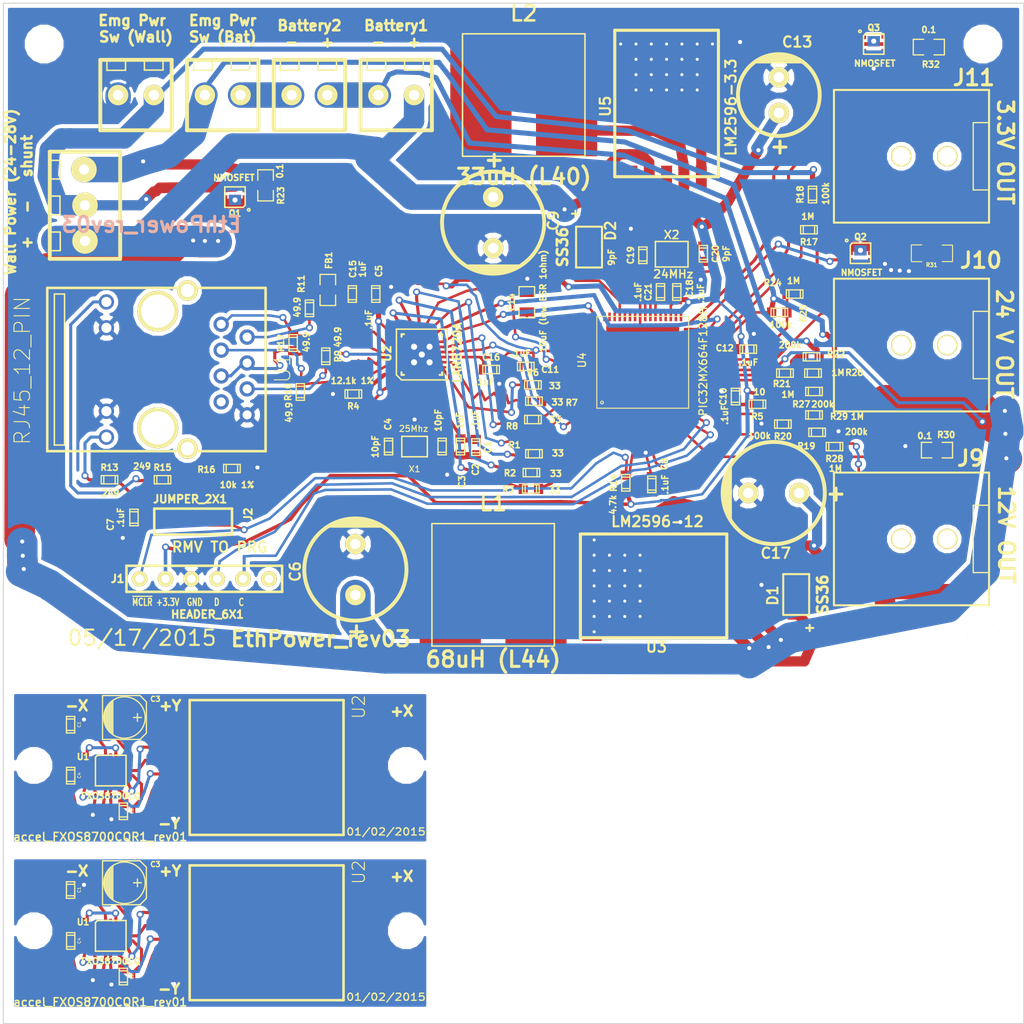
<source format=kicad_pcb>
(kicad_pcb (version 3) (host pcbnew "(2013-jul-07)-stable")
  (layers (15 F.Cu signal) (0 B.Cu signal) (18 B.Paste user) (19 F.Paste user) (20 B.SilkS user) (21 F.SilkS user) (22 B.Mask user) (23 F.Mask user) (28 Edge.Cuts user))
  (net 0 "")
  (net 1 12V)
  (net 2 3.3V)
  (net 3 AVDD)
  (net 4 ECRSDV)
  (net 5 EMDC)
  (net 6 EMDIO)
  (net 7 EREFCLK)
  (net 8 ERXD0)
  (net 9 ERXD1)
  (net 10 ERXERR)
  (net 11 ETXD0)
  (net 12 ETXD1)
  (net 13 ETXEN)
  (net 14 GND)
  (net 15 GNDWALL)
  (net 16 GreenLED)
  (net 17 INT1)
  (net 18 INT2)
  (net 19 N-000001)
  (net 20 N-0000016)
  (net 21 N-000002)
  (net 22 N-0000020)
  (net 23 N-0000021)
  (net 24 N-0000022)
  (net 25 N-000003)
  (net 26 N-000004)
  (net 27 N-0000044)
  (net 28 N-0000045)
  (net 29 N-0000050)
  (net 30 N-0000053)
  (net 31 N-000006)
  (net 32 N-0000065)
  (net 33 N-0000076)
  (net 34 N-0000077)
  (net 35 N-000008)
  (net 36 N-0000087)
  (net 37 N-000009)
  (net 38 N-0000091)
  (net 39 N-0000092)
  (net 40 N-0000093)
  (net 41 N-0000094)
  (net 42 N-0000095)
  (net 43 PGEC1_RB1)
  (net 44 PGED1_RB0)
  (net 45 RXN)
  (net 46 RXP)
  (net 47 SCL)
  (net 48 SDA)
  (net 49 SenseBatteryConnected)
  (net 50 SenseCurrent12v)
  (net 51 SenseCurrent24v)
  (net 52 SenseCurrent3.3v)
  (net 53 SenseCurrentCharger/GNDBATTERY)
  (net 54 SenseVolt12VOut)
  (net 55 SenseVoltBattery1)
  (net 56 SenseVoltBattery2)
  (net 57 SenseVoltFull)
  (net 58 SenseWallConnected)
  (net 59 Switch24V)
  (net 60 Switch3.3V)
  (net 61 SwitchCharger)
  (net 62 TXN)
  (net 63 TXP)
  (net 64 VBat2)
  (net 65 VCAP)
  (net 66 VDD)
  (net 67 VWallVBat)
  (net 68 Vdd)
  (net 69 YellowLED)
  (net 70 nRST)
  (net 71 ~MCLR~)
  (module TED_c_elec_4.3x4.3 (layer F.Cu) (at 106.87 120.2)
    (fp_text reference C3 (at 3.03 -1.81) (layer F.SilkS) (effects (font (size 0.50038 0.50038) (thickness 0.11938))))
    (fp_text value 4.7uF hide)
    (pad 1 smd rect (at 1.80086 0) (size 2.60096 1.6002) (layers F.Cu F.Paste F.Mask) (net 68 Vdd))
    (pad 2 smd rect (at -1.80086 0) (size 2.60096 1.6002) (layers F.Cu F.Paste F.Mask) (net 14 GND))
  )
  (module TED_SM0603 (layer F.Cu) (at 101.59 120.91 270)
    (fp_text reference C1 (at -0.02 -0.83 270) (layer F.SilkS) (effects (font (size 0.3 0.3) (thickness 0.05))))
    (fp_text value 1uF hide)
    (pad 2 smd rect (at 0.75184 0 270) (size 0.89916 1.00076) (layers F.Cu F.Paste F.Mask) (net 14 GND) (clearance 0.1))
    (pad 1 smd rect (at -0.75184 0 270) (size 0.89916 1.00076) (layers F.Cu F.Paste F.Mask) (net 68 Vdd) (clearance 0.1))
  )
  (module TED_SM0603 (layer F.Cu) (at 106.76 129.39 270)
    (fp_text reference C2 (at -0.02 -0.83 270) (layer F.SilkS) (effects (font (size 0.3 0.3) (thickness 0.05))))
    (fp_text value 1uF hide)
    (pad 2 smd rect (at 0.75184 0 270) (size 0.89916 1.00076) (layers F.Cu F.Paste F.Mask) (net 14 GND) (clearance 0.1))
    (pad 1 smd rect (at -0.75184 0 270) (size 0.89916 1.00076) (layers F.Cu F.Paste F.Mask) (net 31 N-000006) (clearance 0.1))
  )
  (module TED_SM0603 (layer F.Cu) (at 101.6 125.9 270)
    (fp_text reference C4 (at -0.02 -0.83 270) (layer F.SilkS) (effects (font (size 0.3 0.3) (thickness 0.05))))
    (fp_text value .1uF hide)
    (pad 2 smd rect (at 0.75184 0 270) (size 0.89916 1.00076) (layers F.Cu F.Paste F.Mask) (net 14 GND) (clearance 0.1))
    (pad 1 smd rect (at -0.75184 0 270) (size 0.89916 1.00076) (layers F.Cu F.Paste F.Mask) (net 25 N-000003) (clearance 0.1))
  )
  (module TED_RJ12_855135002 (layer F.Cu) (at 120.8 125.1 270)
    (fp_text reference U2 (at -5.94 -9.03 270) (layer F.SilkS) (effects (font (size 1.2 1.2) (thickness 0.09906))))
    (fp_text value RJ12 hide)
    (pad 6 smd rect (at -3.175 7.9 270) (size 0.76 5) (layers F.Cu F.Paste F.Mask) (net 68 Vdd) (clearance 0.2))
    (pad 4 smd rect (at -0.635 7.9 270) (size 0.76 5) (layers F.Cu F.Paste F.Mask) (net 17 INT1) (clearance 0.2))
    (pad 2 smd rect (at 1.905 7.9 270) (size 0.76 5) (layers F.Cu F.Paste F.Mask) (net 48 SDA) (clearance 0.2))
    (pad 3 smd rect (at 0.635 7.9 270) (size 0.76 5) (layers F.Cu F.Paste F.Mask) (net 47 SCL) (clearance 0.2))
    (pad 1 smd rect (at 3.175 7.9 270) (size 0.76 5) (layers F.Cu F.Paste F.Mask) (net 14 GND) (clearance 0.2))
    (pad 5 smd rect (at -1.905 7.9 270) (size 0.76 5) (layers F.Cu F.Paste F.Mask) (net 18 INT2) (clearance 0.2))
    (pad PAD smd rect (at 0 -8.15 270) (size 8.8 4.5) (layers F.Cu F.Paste F.Mask))
  )
  (module TED_Hole_2_6mm (layer F.Cu) (at 98 124.9)
    (fp_text reference H1 hide)
    (fp_text value HOLE hide)
    (pad "" np_thru_hole circle (at 0 0) (size 2.6 2.6) (drill 2.6) (layers *.Cu *.Mask F.SilkS))
  )
  (module TED_Hole_2_6mm (layer F.Cu) (at 134.5 124.9)
    (fp_text reference H2 hide)
    (fp_text value HOLE hide)
    (pad "" np_thru_hole circle (at 0 0) (size 2.6 2.6) (drill 2.6) (layers *.Cu *.Mask F.SilkS))
  )
  (module TED_QFN16_3x5 (layer F.Cu) (at 105.525 125.4)
    (fp_text reference U1 (at -2.705 -1.35) (layer F.SilkS) (effects (font (size 0.6 0.6))))
    (fp_text value FXOS8700CQ (at 0 2.49) (layer F.SilkS) (effects (font (size 0.6 0.6))))
    (pad 2 smd rect (at -1.275 -0.5) (size 0.8 0.3) (layers F.Cu F.Paste F.Mask) (net 25 N-000003))
    (pad 1 smd rect (at -1.275 -1) (size 0.8 0.3) (layers F.Cu F.Paste F.Mask) (net 68 Vdd))
    (pad 13 smd rect (at 1.275 -1) (size 0.8 0.3) (layers F.Cu F.Paste F.Mask) (net 14 GND))
    (pad 3 smd rect (at -1.275 -0.005) (size 0.8 0.3) (layers F.Cu F.Paste F.Mask) (net 14 GND))
    (pad 4 smd rect (at -1.275 0.5) (size 0.8 0.3) (layers F.Cu F.Paste F.Mask) (net 47 SCL))
    (pad 5 smd rect (at -1.275 1) (size 0.8 0.3) (layers F.Cu F.Paste F.Mask) (net 14 GND))
    (pad 6 smd rect (at -0.5 1.275) (size 0.3 0.8) (layers F.Cu F.Paste F.Mask) (net 48 SDA))
    (pad 7 smd rect (at -0.035 1.275) (size 0.3 0.8) (layers F.Cu F.Paste F.Mask) (net 14 GND))
    (pad 8 smd rect (at 0.5 1.275) (size 0.3 0.8) (layers F.Cu F.Paste F.Mask) (net 31 N-000006))
    (pad 9 smd rect (at 1.275 1) (size 0.8 0.3) (layers F.Cu F.Paste F.Mask) (net 18 INT2))
    (pad 10 smd rect (at 1.275 0.5) (size 0.8 0.3) (layers F.Cu F.Paste F.Mask) (net 14 GND))
    (pad 11 smd rect (at 1.275 -0.005) (size 0.8 0.3) (layers F.Cu F.Paste F.Mask) (net 17 INT1))
    (pad 12 smd rect (at 1.275 -0.5) (size 0.8 0.3) (layers F.Cu F.Paste F.Mask) (net 14 GND))
    (pad 14 smd rect (at 0.5 -1.275) (size 0.3 0.8) (layers F.Cu F.Paste F.Mask) (net 68 Vdd))
    (pad 15 smd rect (at -0.015 -1.275) (size 0.3 0.8) (layers F.Cu F.Paste F.Mask))
    (pad 16 smd rect (at -0.5 -1.275) (size 0.3 0.8) (layers F.Cu F.Paste F.Mask) (net 14 GND))
  )
  (module TED_crystal_FA-20H (layer F.Cu) (at 135.3 77.45 180)
    (fp_text reference X1 (at 0 -2.2 180) (layer F.SilkS) (effects (font (size 0.6 0.6) (thickness 0.1))))
    (fp_text value 25Mhz (at 0.1 1.75 180) (layer F.SilkS) (effects (font (size 0.6 0.6) (thickness 0.1))))
    (pad 1 smd rect (at -0.85 0.7 180) (size 1.2 1.1) (layers F.Cu F.Paste F.Mask) (net 28 N-0000045))
    (pad 2 smd rect (at 0.85 0.7 180) (size 1.2 1.1) (layers F.Cu F.Paste F.Mask) (net 14 GND))
    (pad 4 smd rect (at -0.85 -0.7 180) (size 1.2 1.1) (layers F.Cu F.Paste F.Mask) (net 14 GND))
    (pad 3 smd rect (at 0.85 -0.7 180) (size 1.2 1.1) (layers F.Cu F.Paste F.Mask) (net 27 N-0000044))
  )
  (module TED_HEADER_6x1 (layer F.Cu) (at 114.7 90.4)
    (fp_text reference J1 (at -8.5 0) (layer F.SilkS) (effects (font (size 0.762 0.762) (thickness 0.1905))))
    (fp_text value HEADER_6X1 (at 0.3 3.5) (layer F.SilkS) (effects (font (size 0.762 0.762) (thickness 0.1905))))
    (pad 5 thru_hole circle (at 3.78968 0.01016) (size 1.524 1.524) (drill 0.8128) (layers *.Cu *.Mask F.SilkS) (net 43 PGEC1_RB1))
    (pad 6 thru_hole circle (at 6.32968 0.01524) (size 1.524 1.524) (drill 0.8128) (layers *.Cu *.Mask F.SilkS))
    (pad 1 thru_hole circle (at -6.35 0.01016) (size 1.524 1.524) (drill 0.8128) (layers *.Cu *.Mask F.SilkS) (net 71 ~MCLR~))
    (pad 2 thru_hole circle (at -3.81 0.01524) (size 1.524 1.524) (drill 0.8128) (layers *.Cu *.Mask F.SilkS) (net 66 VDD))
    (pad 4 thru_hole circle (at 1.25984 0.01524) (size 1.524 1.524) (drill 0.8128) (layers *.Cu *.Mask F.SilkS) (net 44 PGED1_RB0))
    (pad 3 thru_hole circle (at -1.28016 0.01016) (size 1.524 1.524) (drill 0.8128) (layers *.Cu *.Mask F.SilkS) (net 14 GND))
  )
  (module TED_HEADER_2x1_SMT (layer F.Cu) (at 113.6 84.8 270)
    (fp_text reference J2 (at -0.7 -5.4 270) (layer F.SilkS) (effects (font (size 0.762 0.762) (thickness 0.1905))))
    (fp_text value JUMPER_2X1 (at -2.2 0.3 360) (layer F.SilkS) (effects (font (size 0.762 0.762) (thickness 0.1905))))
    (pad 1 smd rect (at 0 2.54 270) (size 0.9906 2.54) (layers F.Cu F.Paste F.Mask) (net 32 N-0000065) (clearance 0.508))
    (pad 2 smd rect (at 0 -2.54 270) (size 0.9906 2.54) (layers F.Cu F.Paste F.Mask) (net 71 ~MCLR~) (clearance 0.508))
  )
  (module TED_Hole_3mm (layer F.Cu) (at 99 96)
    (fp_text reference H1 hide)
    (fp_text value HOLE hide)
    (pad "" np_thru_hole circle (at 0 0) (size 3 3) (drill 3) (layers *.Cu *.Mask F.SilkS))
  )
  (module TED_Hole_3mm (layer F.Cu) (at 99 38)
    (fp_text reference H2 hide)
    (fp_text value HOLE hide)
    (pad "" np_thru_hole circle (at 0 0) (size 3 3) (drill 3) (layers *.Cu *.Mask F.SilkS))
  )
  (module TED_Hole_3mm (layer F.Cu) (at 191 38)
    (fp_text reference H4 hide)
    (fp_text value HOLE hide)
    (pad "" np_thru_hole circle (at 0 0) (size 3 3) (drill 3) (layers *.Cu *.Mask F.SilkS))
  )
  (module TED_crystal_TSX3225 (layer F.Cu) (at 160.5 58.6)
    (fp_text reference X2 (at 0 -1.9) (layer F.SilkS) (effects (font (size 0.8 0.8))))
    (fp_text value 24MHz (at 0.15 1.95) (layer F.SilkS) (effects (font (size 0.8 0.8))))
    (pad 1 smd rect (at -1 0.75) (size 1 0.8) (layers F.Cu F.Paste F.Mask) (net 30 N-0000053))
    (pad 2 smd rect (at 1 0.75) (size 1 0.8) (layers F.Cu F.Paste F.Mask) (net 14 GND))
    (pad 4 smd rect (at -1 -0.75) (size 1 0.8) (layers F.Cu F.Paste F.Mask) (net 14 GND))
    (pad 3 smd rect (at 1 -0.75) (size 1 0.8) (layers F.Cu F.Paste F.Mask) (net 33 N-0000076))
  )
  (module TED_QFN64+1 (layer F.Cu) (at 157.66 69.19 90)
    (fp_text reference U4 (at 0.2 -5.95 90) (layer F.SilkS) (effects (font (size 0.762 0.762) (thickness 0.127))))
    (fp_text value PIC32MX664F128H (at 0.1 5.925 90) (layer F.SilkS) (effects (font (size 0.762 0.762) (thickness 0.127))))
    (pad 15 smd rect (at -4.45 3.25 180) (size 0.25 0.85) (layers F.Cu F.Paste F.Mask) (net 43 PGEC1_RB1))
    (pad 16 smd rect (at -4.45 3.75 180) (size 0.25 0.85) (layers F.Cu F.Paste F.Mask) (net 44 PGED1_RB0))
    (pad 9 smd rect (at -4.45 0.25 180) (size 0.25 0.85) (layers F.Cu F.Paste F.Mask) (net 14 GND))
    (pad 10 smd rect (at -4.45 0.75 180) (size 0.25 0.85) (layers F.Cu F.Paste F.Mask) (net 66 VDD))
    (pad 12 smd rect (at -4.45 1.75 180) (size 0.25 0.85) (layers F.Cu F.Paste F.Mask))
    (pad 11 smd rect (at -4.45 1.25 180) (size 0.25 0.85) (layers F.Cu F.Paste F.Mask))
    (pad 14 smd rect (at -4.45 2.75 180) (size 0.25 0.85) (layers F.Cu F.Paste F.Mask) (net 50 SenseCurrent12v))
    (pad 13 smd rect (at -4.45 2.25 180) (size 0.25 0.85) (layers F.Cu F.Paste F.Mask))
    (pad 5 smd rect (at -4.45 -1.75 180) (size 0.25 0.85) (layers F.Cu F.Paste F.Mask))
    (pad 6 smd rect (at -4.45 -1.25 180) (size 0.25 0.85) (layers F.Cu F.Paste F.Mask))
    (pad 8 smd rect (at -4.45 -0.25 180) (size 0.25 0.85) (layers F.Cu F.Paste F.Mask))
    (pad 7 smd rect (at -4.45 -0.75 180) (size 0.25 0.85) (layers F.Cu F.Paste F.Mask) (net 71 ~MCLR~))
    (pad 3 smd rect (at -4.45 -2.75 180) (size 0.25 0.85) (layers F.Cu F.Paste F.Mask) (net 12 ETXD1))
    (pad 4 smd rect (at -4.45 -2.25 180) (size 0.25 0.85) (layers F.Cu F.Paste F.Mask))
    (pad 2 smd rect (at -4.45 -3.25 180) (size 0.25 0.85) (layers F.Cu F.Paste F.Mask) (net 11 ETXD0))
    (pad 1 smd rect (at -4.45 -3.75 180) (size 0.25 0.85) (layers F.Cu F.Paste F.Mask) (net 13 ETXEN))
    (pad 64 smd rect (at -3.75 -4.45 270) (size 0.25 0.85) (layers F.Cu F.Paste F.Mask) (net 10 ERXERR))
    (pad 63 smd rect (at -3.25 -4.45 270) (size 0.25 0.85) (layers F.Cu F.Paste F.Mask) (net 7 EREFCLK))
    (pad 61 smd rect (at -2.25 -4.45 270) (size 0.25 0.85) (layers F.Cu F.Paste F.Mask) (net 8 ERXD0))
    (pad 62 smd rect (at -2.75 -4.45 270) (size 0.25 0.85) (layers F.Cu F.Paste F.Mask) (net 4 ECRSDV))
    (pad 58 smd rect (at -0.75 -4.45 270) (size 0.25 0.85) (layers F.Cu F.Paste F.Mask) (net 70 nRST))
    (pad 57 smd rect (at -0.25 -4.45 270) (size 0.25 0.85) (layers F.Cu F.Paste F.Mask) (net 66 VDD))
    (pad 59 smd rect (at -1.25 -4.45 270) (size 0.25 0.85) (layers F.Cu F.Paste F.Mask))
    (pad 60 smd rect (at -1.75 -4.45 270) (size 0.25 0.85) (layers F.Cu F.Paste F.Mask) (net 9 ERXD1))
    (pad 52 smd rect (at 2.25 -4.45 270) (size 0.25 0.85) (layers F.Cu F.Paste F.Mask))
    (pad 51 smd rect (at 2.75 -4.45 270) (size 0.25 0.85) (layers F.Cu F.Paste F.Mask))
    (pad 54 smd rect (at 1.25 -4.45 270) (size 0.25 0.85) (layers F.Cu F.Paste F.Mask))
    (pad 53 smd rect (at 1.75 -4.45 270) (size 0.25 0.85) (layers F.Cu F.Paste F.Mask))
    (pad 55 smd rect (at 0.75 -4.45 270) (size 0.25 0.85) (layers F.Cu F.Paste F.Mask))
    (pad 56 smd rect (at 0.25 -4.45 270) (size 0.25 0.85) (layers F.Cu F.Paste F.Mask) (net 65 VCAP))
    (pad 49 smd rect (at 3.75 -4.45 270) (size 0.25 0.85) (layers F.Cu F.Paste F.Mask) (net 6 EMDIO))
    (pad 50 smd rect (at 3.25 -4.45 270) (size 0.25 0.85) (layers F.Cu F.Paste F.Mask))
    (pad 48 smd rect (at 4.45 -3.75 180) (size 0.25 0.85) (layers F.Cu F.Paste F.Mask))
    (pad 47 smd rect (at 4.45 -3.25 180) (size 0.25 0.85) (layers F.Cu F.Paste F.Mask))
    (pad 45 smd rect (at 4.45 -2.25 180) (size 0.25 0.85) (layers F.Cu F.Paste F.Mask) (net 61 SwitchCharger))
    (pad 46 smd rect (at 4.45 -2.75 180) (size 0.25 0.85) (layers F.Cu F.Paste F.Mask))
    (pad 42 smd rect (at 4.45 -0.75 180) (size 0.25 0.85) (layers F.Cu F.Paste F.Mask))
    (pad 41 smd rect (at 4.45 -0.25 180) (size 0.25 0.85) (layers F.Cu F.Paste F.Mask) (net 14 GND))
    (pad 43 smd rect (at 4.45 -1.25 180) (size 0.25 0.85) (layers F.Cu F.Paste F.Mask))
    (pad 44 smd rect (at 4.45 -1.75 180) (size 0.25 0.85) (layers F.Cu F.Paste F.Mask))
    (pad 36 smd rect (at 4.45 2.25 180) (size 0.25 0.85) (layers F.Cu F.Paste F.Mask))
    (pad 35 smd rect (at 4.45 2.75 180) (size 0.25 0.85) (layers F.Cu F.Paste F.Mask) (net 66 VDD))
    (pad 38 smd rect (at 4.45 1.25 180) (size 0.25 0.85) (layers F.Cu F.Paste F.Mask) (net 66 VDD))
    (pad 37 smd rect (at 4.45 1.75 180) (size 0.25 0.85) (layers F.Cu F.Paste F.Mask))
    (pad 39 smd rect (at 4.45 0.75 180) (size 0.25 0.85) (layers F.Cu F.Paste F.Mask) (net 33 N-0000076))
    (pad 40 smd rect (at 4.45 0.25 180) (size 0.25 0.85) (layers F.Cu F.Paste F.Mask) (net 30 N-0000053))
    (pad 33 smd rect (at 4.45 3.75 180) (size 0.25 0.85) (layers F.Cu F.Paste F.Mask))
    (pad 34 smd rect (at 4.45 3.25 180) (size 0.25 0.85) (layers F.Cu F.Paste F.Mask))
    (pad 31 smd rect (at 3.25 4.45 270) (size 0.25 0.85) (layers F.Cu F.Paste F.Mask) (net 59 Switch24V))
    (pad 32 smd rect (at 3.75 4.45 270) (size 0.25 0.85) (layers F.Cu F.Paste F.Mask) (net 60 Switch3.3V))
    (pad 25 smd rect (at 0.25 4.45 270) (size 0.25 0.85) (layers F.Cu F.Paste F.Mask) (net 14 GND))
    (pad 26 smd rect (at 0.75 4.45 270) (size 0.25 0.85) (layers F.Cu F.Paste F.Mask) (net 66 VDD))
    (pad 28 smd rect (at 1.75 4.45 270) (size 0.25 0.85) (layers F.Cu F.Paste F.Mask) (net 58 SenseWallConnected))
    (pad 27 smd rect (at 1.27 4.45 270) (size 0.25 0.85) (layers F.Cu F.Paste F.Mask) (net 53 SenseCurrentCharger/GNDBATTERY))
    (pad 30 smd rect (at 2.75 4.45 270) (size 0.25 0.85) (layers F.Cu F.Paste F.Mask) (net 5 EMDC))
    (pad 29 smd rect (at 2.25 4.45 270) (size 0.25 0.85) (layers F.Cu F.Paste F.Mask) (net 52 SenseCurrent3.3v))
    (pad 21 smd rect (at -1.75 4.45 270) (size 0.25 0.85) (layers F.Cu F.Paste F.Mask) (net 56 SenseVoltBattery2))
    (pad 22 smd rect (at -1.25 4.45 270) (size 0.25 0.85) (layers F.Cu F.Paste F.Mask) (net 55 SenseVoltBattery1))
    (pad 24 smd rect (at -0.25 4.45 270) (size 0.25 0.85) (layers F.Cu F.Paste F.Mask) (net 49 SenseBatteryConnected))
    (pad 23 smd rect (at -0.75 4.45 270) (size 0.25 0.85) (layers F.Cu F.Paste F.Mask) (net 51 SenseCurrent24v))
    (pad 19 smd rect (at -2.75 4.45 270) (size 0.25 0.85) (layers F.Cu F.Paste F.Mask) (net 29 N-0000050))
    (pad 20 smd rect (at -2.25 4.45 270) (size 0.25 0.85) (layers F.Cu F.Paste F.Mask) (net 14 GND))
    (pad 18 smd rect (at -3.25 4.45 270) (size 0.25 0.85) (layers F.Cu F.Paste F.Mask) (net 57 SenseVoltFull))
    (pad 17 smd rect (at -3.75 4.45 270) (size 0.25 0.85) (layers F.Cu F.Paste F.Mask) (net 54 SenseVolt12VOut))
    (pad 65 smd rect (at 0 0 270) (size 7.15 7.15) (layers F.Cu F.Paste F.Mask) (net 14 GND))
  )
  (module TED_SM0805_C (layer F.Cu) (at 146.3 63.3 90)
    (fp_text reference C14 (at 0 -1.5 90) (layer F.SilkS) (effects (font (size 0.6 0.6))))
    (fp_text value "10uF (low ESR 1ohm)" (at 0.1 1.6 90) (layer F.SilkS) (effects (font (size 0.6 0.6))))
    (pad 1 smd rect (at -0.9525 0 90) (size 0.889 1.397) (layers F.Cu F.Paste F.Mask) (net 65 VCAP))
    (pad 2 smd rect (at 0.9525 0 90) (size 0.889 1.397) (layers F.Cu F.Paste F.Mask) (net 14 GND))
  )
  (module TED_Hole_3mm (layer F.Cu) (at 191 96)
    (fp_text reference H3 hide)
    (fp_text value HOLE hide)
    (pad "" np_thru_hole circle (at 0 0) (size 3 3) (drill 3) (layers *.Cu *.Mask F.SilkS))
  )
  (module TED_SM0603_R (layer F.Cu) (at 129.3 72.3 180)
    (fp_text reference R4 (at 0 -1.2 180) (layer F.SilkS) (effects (font (size 0.6 0.6))))
    (fp_text value "12.1k 1%" (at 0.1 1.3 180) (layer F.SilkS) (effects (font (size 0.6 0.6))))
    (pad 2 smd rect (at 0.75184 0 180) (size 0.89916 1.00076) (layers F.Cu F.Paste F.Mask) (net 14 GND) (clearance 0.1))
    (pad 1 smd rect (at -0.75184 0 180) (size 0.89916 1.00076) (layers F.Cu F.Paste F.Mask) (net 26 N-000004) (clearance 0.1))
  )
  (module TED_SM0603_R (layer F.Cu) (at 147 78.15)
    (fp_text reference R1 (at -1.9 -0.85) (layer F.SilkS) (effects (font (size 0.6 0.6))))
    (fp_text value 33 (at 2.35 -0.05) (layer F.SilkS) (effects (font (size 0.6 0.6))))
    (pad 2 smd rect (at 0.75184 0) (size 0.89916 1.00076) (layers F.Cu F.Paste F.Mask) (net 13 ETXEN) (clearance 0.1))
    (pad 1 smd rect (at -0.75184 0) (size 0.89916 1.00076) (layers F.Cu F.Paste F.Mask) (net 24 N-0000022) (clearance 0.1))
  )
  (module TED_SM0603_R (layer F.Cu) (at 146.75 80)
    (fp_text reference R2 (at -2.1 0.05) (layer F.SilkS) (effects (font (size 0.6 0.6))))
    (fp_text value 33 (at 2.4 0.1) (layer F.SilkS) (effects (font (size 0.6 0.6))))
    (pad 2 smd rect (at 0.75184 0) (size 0.89916 1.00076) (layers F.Cu F.Paste F.Mask) (net 11 ETXD0) (clearance 0.1))
    (pad 1 smd rect (at -0.75184 0) (size 0.89916 1.00076) (layers F.Cu F.Paste F.Mask) (net 23 N-0000021) (clearance 0.1))
  )
  (module TED_SM0603_R (layer F.Cu) (at 146.7 81.6)
    (fp_text reference R3 (at -2.2 0.05) (layer F.SilkS) (effects (font (size 0.6 0.6))))
    (fp_text value 33 (at 2.35 0.1) (layer F.SilkS) (effects (font (size 0.6 0.6))))
    (pad 2 smd rect (at 0.75184 0) (size 0.89916 1.00076) (layers F.Cu F.Paste F.Mask) (net 12 ETXD1) (clearance 0.1))
    (pad 1 smd rect (at -0.75184 0) (size 0.89916 1.00076) (layers F.Cu F.Paste F.Mask) (net 22 N-0000020) (clearance 0.1))
  )
  (module TED_SM0603_R (layer F.Cu) (at 146.9 71.4)
    (fp_text reference R6 (at 0 -1.2) (layer F.SilkS) (effects (font (size 0.6 0.6))))
    (fp_text value 33 (at 2.15 0.1) (layer F.SilkS) (effects (font (size 0.6 0.6))))
    (pad 2 smd rect (at 0.75184 0) (size 0.89916 1.00076) (layers F.Cu F.Paste F.Mask) (net 9 ERXD1) (clearance 0.1))
    (pad 1 smd rect (at -0.75184 0) (size 0.89916 1.00076) (layers F.Cu F.Paste F.Mask) (net 37 N-000009) (clearance 0.1))
  )
  (module TED_SM0603_R (layer F.Cu) (at 147 73)
    (fp_text reference R7 (at 3.7 0.15) (layer F.SilkS) (effects (font (size 0.6 0.6))))
    (fp_text value 33 (at 2.3 0.1) (layer F.SilkS) (effects (font (size 0.6 0.6))))
    (pad 2 smd rect (at 0.75184 0) (size 0.89916 1.00076) (layers F.Cu F.Paste F.Mask) (net 8 ERXD0) (clearance 0.1))
    (pad 1 smd rect (at -0.75184 0) (size 0.89916 1.00076) (layers F.Cu F.Paste F.Mask) (net 35 N-000008) (clearance 0.1))
  )
  (module TED_SM0603_R (layer F.Cu) (at 146.9 74.8)
    (fp_text reference R8 (at -2.05 0.65) (layer F.SilkS) (effects (font (size 0.6 0.6))))
    (fp_text value 33 (at 2.2 0) (layer F.SilkS) (effects (font (size 0.6 0.6))))
    (pad 2 smd rect (at 0.75184 0) (size 0.89916 1.00076) (layers F.Cu F.Paste F.Mask) (net 4 ECRSDV) (clearance 0.1))
    (pad 1 smd rect (at -0.75184 0) (size 0.89916 1.00076) (layers F.Cu F.Paste F.Mask) (net 20 N-0000016) (clearance 0.1))
  )
  (module TED_SM0603_R (layer F.Cu) (at 126.6 68.6 270)
    (fp_text reference R9 (at 0 -1.2 270) (layer F.SilkS) (effects (font (size 0.6 0.6))))
    (fp_text value 49.9 (at -1.88 -1.19 270) (layer F.SilkS) (effects (font (size 0.6 0.6))))
    (pad 2 smd rect (at 0.75184 0 270) (size 0.89916 1.00076) (layers F.Cu F.Paste F.Mask) (net 45 RXN) (clearance 0.1))
    (pad 1 smd rect (at -0.75184 0 270) (size 0.89916 1.00076) (layers F.Cu F.Paste F.Mask) (net 3 AVDD) (clearance 0.1))
  )
  (module TED_SM0603_R (layer F.Cu) (at 124.1 72.1 90)
    (fp_text reference R10 (at 0 -1.2 90) (layer F.SilkS) (effects (font (size 0.6 0.6))))
    (fp_text value 49.9 (at -2 -1.1 90) (layer F.SilkS) (effects (font (size 0.6 0.6))))
    (pad 2 smd rect (at 0.75184 0 90) (size 0.89916 1.00076) (layers F.Cu F.Paste F.Mask) (net 46 RXP) (clearance 0.1))
    (pad 1 smd rect (at -0.75184 0 90) (size 0.89916 1.00076) (layers F.Cu F.Paste F.Mask) (net 3 AVDD) (clearance 0.1))
  )
  (module TED_SM0603_R (layer F.Cu) (at 125 63.9 270)
    (fp_text reference R11 (at -2.4 0.8 270) (layer F.SilkS) (effects (font (size 0.6 0.6))))
    (fp_text value 49.9 (at -0.1 1.2 270) (layer F.SilkS) (effects (font (size 0.6 0.6))))
    (pad 2 smd rect (at 0.75184 0 270) (size 0.89916 1.00076) (layers F.Cu F.Paste F.Mask) (net 62 TXN) (clearance 0.1))
    (pad 1 smd rect (at -0.75184 0 270) (size 0.89916 1.00076) (layers F.Cu F.Paste F.Mask) (net 3 AVDD) (clearance 0.1))
  )
  (module TED_SM0603_R (layer F.Cu) (at 123.4 67.3 90)
    (fp_text reference R12 (at 0 -1.2 90) (layer F.SilkS) (effects (font (size 0.6 0.6))))
    (fp_text value 49.9 (at 0.1 1.3 90) (layer F.SilkS) (effects (font (size 0.6 0.6))))
    (pad 2 smd rect (at 0.75184 0 90) (size 0.89916 1.00076) (layers F.Cu F.Paste F.Mask) (net 63 TXP) (clearance 0.1))
    (pad 1 smd rect (at -0.75184 0 90) (size 0.89916 1.00076) (layers F.Cu F.Paste F.Mask) (net 3 AVDD) (clearance 0.1))
  )
  (module TED_SM0603_R (layer F.Cu) (at 105.4 80.7)
    (fp_text reference R13 (at 0 -1.2) (layer F.SilkS) (effects (font (size 0.6 0.6))))
    (fp_text value 249 (at 0.1 1.3) (layer F.SilkS) (effects (font (size 0.6 0.6))))
    (pad 2 smd rect (at 0.75184 0) (size 0.89916 1.00076) (layers F.Cu F.Paste F.Mask) (net 21 N-000002) (clearance 0.1))
    (pad 1 smd rect (at -0.75184 0) (size 0.89916 1.00076) (layers F.Cu F.Paste F.Mask) (net 69 YellowLED) (clearance 0.1))
  )
  (module TED_SM0603_R (layer F.Cu) (at 156 81 90)
    (fp_text reference R14 (at 0 -1.2 90) (layer F.SilkS) (effects (font (size 0.6 0.6))))
    (fp_text value 4.7k (at -2.15 -1.25 90) (layer F.SilkS) (effects (font (size 0.6 0.6))))
    (pad 2 smd rect (at 0.75184 0 90) (size 0.89916 1.00076) (layers F.Cu F.Paste F.Mask) (net 71 ~MCLR~) (clearance 0.1))
    (pad 1 smd rect (at -0.75184 0 90) (size 0.89916 1.00076) (layers F.Cu F.Paste F.Mask) (net 66 VDD) (clearance 0.1))
  )
  (module TED_SM0603_R (layer F.Cu) (at 110.6 80.7)
    (fp_text reference R15 (at 0 -1.2) (layer F.SilkS) (effects (font (size 0.6 0.6))))
    (fp_text value 249 (at -2.01 -1.32) (layer F.SilkS) (effects (font (size 0.6 0.6))))
    (pad 2 smd rect (at 0.75184 0) (size 0.89916 1.00076) (layers F.Cu F.Paste F.Mask) (net 19 N-000001) (clearance 0.1))
    (pad 1 smd rect (at -0.75184 0) (size 0.89916 1.00076) (layers F.Cu F.Paste F.Mask) (net 16 GreenLED) (clearance 0.1))
  )
  (module TED_SM0603_R (layer F.Cu) (at 117.4 79.6)
    (fp_text reference R16 (at -2.5 0.1) (layer F.SilkS) (effects (font (size 0.6 0.6))))
    (fp_text value "10k 1%" (at 0.5 1.6) (layer F.SilkS) (effects (font (size 0.6 0.6))))
    (pad 2 smd rect (at 0.75184 0) (size 0.89916 1.00076) (layers F.Cu F.Paste F.Mask) (net 14 GND) (clearance 0.1))
    (pad 1 smd rect (at -0.75184 0) (size 0.89916 1.00076) (layers F.Cu F.Paste F.Mask) (net 19 N-000001) (clearance 0.1))
  )
  (module TED_SM0603_R (layer F.Cu) (at 168.9 73.3 180)
    (fp_text reference R5 (at 0 -1.2 180) (layer F.SilkS) (effects (font (size 0.6 0.6))))
    (fp_text value 10 (at -0.2 1.2 180) (layer F.SilkS) (effects (font (size 0.6 0.6))))
    (pad 2 smd rect (at 0.75184 0 180) (size 0.89916 1.00076) (layers F.Cu F.Paste F.Mask) (net 29 N-0000050) (clearance 0.1))
    (pad 1 smd rect (at -0.75184 0 180) (size 0.89916 1.00076) (layers F.Cu F.Paste F.Mask) (net 66 VDD) (clearance 0.1))
  )
  (module TED_SM0603_R (layer F.Cu) (at 171.6 70.25)
    (fp_text reference R21 (at -0.3 1.05) (layer F.SilkS) (effects (font (size 0.6 0.6))))
    (fp_text value 1M (at 0.3 2.1) (layer F.SilkS) (effects (font (size 0.6 0.6))))
    (pad 2 smd rect (at 0.75184 0) (size 0.89916 1.00076) (layers F.Cu F.Paste F.Mask) (net 55 SenseVoltBattery1) (clearance 0.1))
    (pad 1 smd rect (at -0.75184 0) (size 0.89916 1.00076) (layers F.Cu F.Paste F.Mask) (net 67 VWallVBat) (clearance 0.1))
  )
  (module TED_SM0603_R (layer F.Cu) (at 171.05 64.3 180)
    (fp_text reference R25 (at -2.35 -0.1 270) (layer F.SilkS) (effects (font (size 0.6 0.6))))
    (fp_text value 100k (at -0.15 -1.2 180) (layer F.SilkS) (effects (font (size 0.6 0.6))))
    (pad 2 smd rect (at 0.75184 0 180) (size 0.89916 1.00076) (layers F.Cu F.Paste F.Mask) (net 53 SenseCurrentCharger/GNDBATTERY) (clearance 0.1))
    (pad 1 smd rect (at -0.75184 0 180) (size 0.89916 1.00076) (layers F.Cu F.Paste F.Mask) (net 49 SenseBatteryConnected) (clearance 0.1))
  )
  (module TED_SM0603_R (layer F.Cu) (at 172.55 62.5 180)
    (fp_text reference R24 (at 2.15 1.1 180) (layer F.SilkS) (effects (font (size 0.6 0.6))))
    (fp_text value 1M (at 0.1 1.3 180) (layer F.SilkS) (effects (font (size 0.6 0.6))))
    (pad 2 smd rect (at 0.75184 0 180) (size 0.89916 1.00076) (layers F.Cu F.Paste F.Mask) (net 49 SenseBatteryConnected) (clearance 0.1))
    (pad 1 smd rect (at -0.75184 0 180) (size 0.89916 1.00076) (layers F.Cu F.Paste F.Mask) (net 2 3.3V) (clearance 0.1))
  )
  (module TED_SM0603_R (layer F.Cu) (at 176.45 77.45 180)
    (fp_text reference R28 (at 0 -1.2 180) (layer F.SilkS) (effects (font (size 0.6 0.6))))
    (fp_text value 1M (at -0.1 -2.15 180) (layer F.SilkS) (effects (font (size 0.6 0.6))))
    (pad 2 smd rect (at 0.75184 0 180) (size 0.89916 1.00076) (layers F.Cu F.Paste F.Mask) (net 54 SenseVolt12VOut) (clearance 0.1))
    (pad 1 smd rect (at -0.75184 0 180) (size 0.89916 1.00076) (layers F.Cu F.Paste F.Mask) (net 1 12V) (clearance 0.1))
  )
  (module TED_SM0603_R (layer F.Cu) (at 174.2 68.65)
    (fp_text reference R22 (at 2.4 -0.25) (layer F.SilkS) (effects (font (size 0.6 0.6))))
    (fp_text value 200k (at -2.1 -1.15) (layer F.SilkS) (effects (font (size 0.6 0.6))))
    (pad 2 smd rect (at 0.75184 0) (size 0.89916 1.00076) (layers F.Cu F.Paste F.Mask) (net 64 VBat2) (clearance 0.1))
    (pad 1 smd rect (at -0.75184 0) (size 0.89916 1.00076) (layers F.Cu F.Paste F.Mask) (net 55 SenseVoltBattery1) (clearance 0.1))
  )
  (module TED_SM0603_R (layer F.Cu) (at 174.45 72.05)
    (fp_text reference R27 (at -1.25 1.25) (layer F.SilkS) (effects (font (size 0.6 0.6))))
    (fp_text value 200k (at 0.85 1.25) (layer F.SilkS) (effects (font (size 0.6 0.6))))
    (pad 2 smd rect (at 0.75184 0) (size 0.89916 1.00076) (layers F.Cu F.Paste F.Mask) (net 53 SenseCurrentCharger/GNDBATTERY) (clearance 0.1))
    (pad 1 smd rect (at -0.75184 0) (size 0.89916 1.00076) (layers F.Cu F.Paste F.Mask) (net 56 SenseVoltBattery2) (clearance 0.1))
  )
  (module TED_SM0603_R (layer F.Cu) (at 174.35 70.25 180)
    (fp_text reference R26 (at -4.05 0.05 180) (layer F.SilkS) (effects (font (size 0.6 0.6))))
    (fp_text value 1M (at -2.45 0.05 180) (layer F.SilkS) (effects (font (size 0.6 0.6))))
    (pad 2 smd rect (at 0.75184 0 180) (size 0.89916 1.00076) (layers F.Cu F.Paste F.Mask) (net 56 SenseVoltBattery2) (clearance 0.1))
    (pad 1 smd rect (at -0.75184 0 180) (size 0.89916 1.00076) (layers F.Cu F.Paste F.Mask) (net 64 VBat2) (clearance 0.1))
  )
  (module TED_SM0805_R (layer F.Cu) (at 185.7 38.3 180)
    (fp_text reference R32 (at -0.2 -1.7 180) (layer F.SilkS) (effects (font (size 0.6 0.6))))
    (fp_text value 0.1 (at 0 1.7 180) (layer F.SilkS) (effects (font (size 0.6 0.6))))
    (pad 1 smd rect (at -0.9525 0 180) (size 0.889 1.397) (layers F.Cu F.Paste F.Mask) (net 52 SenseCurrent3.3v))
    (pad 2 smd rect (at 0.9525 0 180) (size 0.889 1.397) (layers F.Cu F.Paste F.Mask) (net 40 N-0000093))
  )
  (module TED_SM0805_R (layer F.Cu) (at 186.5 77.8 180)
    (fp_text reference R30 (at -0.9 1.5 180) (layer F.SilkS) (effects (font (size 0.6 0.6))))
    (fp_text value 0.1 (at 1.2 1.4 180) (layer F.SilkS) (effects (font (size 0.6 0.6))))
    (pad 1 smd rect (at -0.9525 0 180) (size 0.889 1.397) (layers F.Cu F.Paste F.Mask) (net 50 SenseCurrent12v))
    (pad 2 smd rect (at 0.9525 0 180) (size 0.889 1.397) (layers F.Cu F.Paste F.Mask) (net 14 GND))
  )
  (module TED_SM0603_C (layer F.Cu) (at 142.8 69.9)
    (fp_text reference C16 (at 0 -1.2) (layer F.SilkS) (effects (font (size 0.6 0.6))))
    (fp_text value .1uF (at -0.65 1.2) (layer F.SilkS) (effects (font (size 0.6 0.6))))
    (pad 2 smd rect (at 0.75184 0) (size 0.89916 1.00076) (layers F.Cu F.Paste F.Mask) (net 14 GND) (clearance 0.1))
    (pad 1 smd rect (at -0.75184 0) (size 0.89916 1.00076) (layers F.Cu F.Paste F.Mask) (net 66 VDD) (clearance 0.1))
  )
  (module TED_SM0603_C (layer F.Cu) (at 129.2 62.5 90)
    (fp_text reference C15 (at 2.45 0.05 90) (layer F.SilkS) (effects (font (size 0.6 0.6))))
    (fp_text value 1uF (at 2.45 1 90) (layer F.SilkS) (effects (font (size 0.6 0.6))))
    (pad 2 smd rect (at 0.75184 0 90) (size 0.89916 1.00076) (layers F.Cu F.Paste F.Mask) (net 14 GND) (clearance 0.1))
    (pad 1 smd rect (at -0.75184 0 90) (size 0.89916 1.00076) (layers F.Cu F.Paste F.Mask) (net 3 AVDD) (clearance 0.1))
  )
  (module TED_SM0603_C (layer F.Cu) (at 139.8 77.45 270)
    (fp_text reference C2 (at 2.25 -1.475 270) (layer F.SilkS) (effects (font (size 0.6 0.6))))
    (fp_text value 1uF (at -2.55 0.075 270) (layer F.SilkS) (effects (font (size 0.6 0.6))))
    (pad 2 smd rect (at 0.75184 0 270) (size 0.89916 1.00076) (layers F.Cu F.Paste F.Mask) (net 14 GND) (clearance 0.1))
    (pad 1 smd rect (at -0.75184 0 270) (size 0.89916 1.00076) (layers F.Cu F.Paste F.Mask) (net 34 N-0000077) (clearance 0.1))
  )
  (module TED_SM0603_C (layer F.Cu) (at 141.3 77.5 270)
    (fp_text reference C1 (at 0 -1.2 270) (layer F.SilkS) (effects (font (size 0.6 0.6))))
    (fp_text value .1uF (at -2.675 0.05 270) (layer F.SilkS) (effects (font (size 0.6 0.6))))
    (pad 2 smd rect (at 0.75184 0 270) (size 0.89916 1.00076) (layers F.Cu F.Paste F.Mask) (net 14 GND) (clearance 0.1))
    (pad 1 smd rect (at -0.75184 0 270) (size 0.89916 1.00076) (layers F.Cu F.Paste F.Mask) (net 34 N-0000077) (clearance 0.1))
  )
  (module TED_SM0603_C (layer F.Cu) (at 138 77.45 270)
    (fp_text reference C3 (at 3.425 -1.95 270) (layer F.SilkS) (effects (font (size 0.6 0.6))))
    (fp_text value 10pF (at -2.575 0.375 270) (layer F.SilkS) (effects (font (size 0.6 0.6))))
    (pad 2 smd rect (at 0.75184 0 270) (size 0.89916 1.00076) (layers F.Cu F.Paste F.Mask) (net 14 GND) (clearance 0.1))
    (pad 1 smd rect (at -0.75184 0 270) (size 0.89916 1.00076) (layers F.Cu F.Paste F.Mask) (net 28 N-0000045) (clearance 0.1))
  )
  (module TED_SM0603_C (layer F.Cu) (at 132.75 77.45 270)
    (fp_text reference C4 (at -2.2 0.05 270) (layer F.SilkS) (effects (font (size 0.6 0.6))))
    (fp_text value 10pF (at 0 1.3 270) (layer F.SilkS) (effects (font (size 0.6 0.6))))
    (pad 2 smd rect (at 0.75184 0 270) (size 0.89916 1.00076) (layers F.Cu F.Paste F.Mask) (net 27 N-0000044) (clearance 0.1))
    (pad 1 smd rect (at -0.75184 0 270) (size 0.89916 1.00076) (layers F.Cu F.Paste F.Mask) (net 14 GND) (clearance 0.1))
  )
  (module TED_SM0603_C (layer F.Cu) (at 131.5 62.5 90)
    (fp_text reference C5 (at 2.25 0.3 90) (layer F.SilkS) (effects (font (size 0.6 0.6))))
    (fp_text value .1uF (at -2.5 -0.7 90) (layer F.SilkS) (effects (font (size 0.6 0.6))))
    (pad 2 smd rect (at 0.75184 0 90) (size 0.89916 1.00076) (layers F.Cu F.Paste F.Mask) (net 14 GND) (clearance 0.1))
    (pad 1 smd rect (at -0.75184 0 90) (size 0.89916 1.00076) (layers F.Cu F.Paste F.Mask) (net 3 AVDD) (clearance 0.1))
  )
  (module TED_SM0603_C (layer F.Cu) (at 166.75 72.55 90)
    (fp_text reference C10 (at 0 -1.2 90) (layer F.SilkS) (effects (font (size 0.6 0.6))))
    (fp_text value .1uF (at -1.8 -1.05 90) (layer F.SilkS) (effects (font (size 0.6 0.6))))
    (pad 2 smd rect (at 0.75184 0 90) (size 0.89916 1.00076) (layers F.Cu F.Paste F.Mask) (net 14 GND) (clearance 0.1))
    (pad 1 smd rect (at -0.75184 0 90) (size 0.89916 1.00076) (layers F.Cu F.Paste F.Mask) (net 29 N-0000050) (clearance 0.1))
  )
  (module TED_SM0603_C (layer F.Cu) (at 146.2 69.6 180)
    (fp_text reference C11 (at -2.4 -0.3 180) (layer F.SilkS) (effects (font (size 0.6 0.6))))
    (fp_text value .1uF (at 0.5 1.3 180) (layer F.SilkS) (effects (font (size 0.6 0.6))))
    (pad 2 smd rect (at 0.75184 0 180) (size 0.89916 1.00076) (layers F.Cu F.Paste F.Mask) (net 14 GND) (clearance 0.1))
    (pad 1 smd rect (at -0.75184 0 180) (size 0.89916 1.00076) (layers F.Cu F.Paste F.Mask) (net 66 VDD) (clearance 0.1))
  )
  (module TED_SM0603_C (layer F.Cu) (at 168 67.9)
    (fp_text reference C12 (at -2.3 -0.1) (layer F.SilkS) (effects (font (size 0.6 0.6))))
    (fp_text value .1uF (at 0 1.3) (layer F.SilkS) (effects (font (size 0.6 0.6))))
    (pad 2 smd rect (at 0.75184 0) (size 0.89916 1.00076) (layers F.Cu F.Paste F.Mask) (net 14 GND) (clearance 0.1))
    (pad 1 smd rect (at -0.75184 0) (size 0.89916 1.00076) (layers F.Cu F.Paste F.Mask) (net 66 VDD) (clearance 0.1))
  )
  (module TED_SM0603_C (layer F.Cu) (at 161 62.3 90)
    (fp_text reference C18 (at 0.35 1.25 90) (layer F.SilkS) (effects (font (size 0.6 0.6))))
    (fp_text value .1uF (at -0.15 2.35 90) (layer F.SilkS) (effects (font (size 0.6 0.6))))
    (pad 2 smd rect (at 0.75184 0 90) (size 0.89916 1.00076) (layers F.Cu F.Paste F.Mask) (net 14 GND) (clearance 0.1))
    (pad 1 smd rect (at -0.75184 0 90) (size 0.89916 1.00076) (layers F.Cu F.Paste F.Mask) (net 66 VDD) (clearance 0.1))
  )
  (module TED_SM0603_C (layer F.Cu) (at 157.675 58.7 90)
    (fp_text reference C19 (at 0 -1.2 90) (layer F.SilkS) (effects (font (size 0.6 0.6))))
    (fp_text value 9pF (at -0.2 -3.075 90) (layer F.SilkS) (effects (font (size 0.6 0.6))))
    (pad 2 smd rect (at 0.75184 0 90) (size 0.89916 1.00076) (layers F.Cu F.Paste F.Mask) (net 14 GND) (clearance 0.1))
    (pad 1 smd rect (at -0.75184 0 90) (size 0.89916 1.00076) (layers F.Cu F.Paste F.Mask) (net 30 N-0000053) (clearance 0.1))
  )
  (module TED_SM0603_C (layer F.Cu) (at 163.6 58.55 270)
    (fp_text reference C20 (at 0 -1.2 270) (layer F.SilkS) (effects (font (size 0.6 0.6))))
    (fp_text value 9pF (at 0 -2.25 270) (layer F.SilkS) (effects (font (size 0.6 0.6))))
    (pad 2 smd rect (at 0.75184 0 270) (size 0.89916 1.00076) (layers F.Cu F.Paste F.Mask) (net 14 GND) (clearance 0.1))
    (pad 1 smd rect (at -0.75184 0 270) (size 0.89916 1.00076) (layers F.Cu F.Paste F.Mask) (net 33 N-0000076) (clearance 0.1))
  )
  (module TED_SM0603_C (layer F.Cu) (at 159.4 62.3 90)
    (fp_text reference C21 (at 0 -1.2 90) (layer F.SilkS) (effects (font (size 0.6 0.6))))
    (fp_text value .1uF (at 0 -2.2 90) (layer F.SilkS) (effects (font (size 0.6 0.6))))
    (pad 2 smd rect (at 0.75184 0 90) (size 0.89916 1.00076) (layers F.Cu F.Paste F.Mask) (net 14 GND) (clearance 0.1))
    (pad 1 smd rect (at -0.75184 0 90) (size 0.89916 1.00076) (layers F.Cu F.Paste F.Mask) (net 66 VDD) (clearance 0.1))
  )
  (module TED_SM0603_C (layer F.Cu) (at 158.55 81.15 90)
    (fp_text reference C8 (at 2 1.25 90) (layer F.SilkS) (effects (font (size 0.6 0.6))))
    (fp_text value .1uF (at 0 1.3 90) (layer F.SilkS) (effects (font (size 0.6 0.6))))
    (pad 2 smd rect (at 0.75184 0 90) (size 0.89916 1.00076) (layers F.Cu F.Paste F.Mask) (net 14 GND) (clearance 0.1))
    (pad 1 smd rect (at -0.75184 0 90) (size 0.89916 1.00076) (layers F.Cu F.Paste F.Mask) (net 66 VDD) (clearance 0.1))
  )
  (module TED_SM0603_C (layer F.Cu) (at 107.8 84.4 270)
    (fp_text reference C7 (at 0.7 2.3 270) (layer F.SilkS) (effects (font (size 0.6 0.6))))
    (fp_text value .1uF (at 0 1.3 270) (layer F.SilkS) (effects (font (size 0.6 0.6))))
    (pad 2 smd rect (at 0.75184 0 270) (size 0.89916 1.00076) (layers F.Cu F.Paste F.Mask) (net 14 GND) (clearance 0.1))
    (pad 1 smd rect (at -0.75184 0 270) (size 0.89916 1.00076) (layers F.Cu F.Paste F.Mask) (net 32 N-0000065) (clearance 0.1))
  )
  (module TED_TERMINAL_3.5MM_2PIN (layer F.Cu) (at 116.5 43)
    (fp_text reference J6 hide)
    (fp_text value TERMINAL_2X1 hide)
    (pad 1 thru_hole circle (at -1.75006 0) (size 2 2) (drill 1) (layers *.Mask B.Cu F.SilkS) (net 53 SenseCurrentCharger/GNDBATTERY) (clearance 0.75))
    (pad 2 thru_hole circle (at 1.75006 0) (size 2 2) (drill 1) (layers *.Mask B.Cu F.SilkS) (net 38 N-0000091) (clearance 0.75))
  )
  (module TED_INDUCTOR_12x12_SMD (layer F.Cu) (at 146 43)
    (fp_text reference L2 (at 0 -8) (layer F.SilkS) (effects (font (size 1.5 1.5) (thickness 0.25))))
    (fp_text value "33uH (L40)" (at 0 8) (layer F.SilkS) (effects (font (size 1.524 1.524) (thickness 0.3))))
    (pad 2 smd rect (at 4.2 0) (size 6 12) (layers F.Cu F.Paste F.Mask) (net 66 VDD))
    (pad 1 smd rect (at -4.2 0) (size 6 12) (layers F.Cu F.Paste F.Mask) (net 42 N-0000095))
  )
  (module TED_INDUCTOR_12x12_SMD (layer F.Cu) (at 143 91)
    (fp_text reference L1 (at 0 -8) (layer F.SilkS) (effects (font (size 1.5 1.5) (thickness 0.25))))
    (fp_text value "68uH (L44)" (at 0 7.3) (layer F.SilkS) (effects (font (size 1.524 1.524) (thickness 0.3))))
    (pad 2 smd rect (at 4.2 0) (size 6 12) (layers F.Cu F.Paste F.Mask) (net 1 12V))
    (pad 1 smd rect (at -4.2 0) (size 6 12) (layers F.Cu F.Paste F.Mask) (net 41 N-0000094))
  )
  (module TED_DO-214AC (layer F.Cu) (at 152.4 57.9 270)
    (fp_text reference D2 (at -1.6 -2.1 270) (layer F.SilkS) (effects (font (size 1.016 1) (thickness 0.2))))
    (fp_text value SS36 (at 0 2.6 270) (layer F.SilkS) (effects (font (size 1.016 1.016) (thickness 0.254))))
    (pad 1 smd rect (at -1.7 0 270) (size 1.52 1.68) (layers F.Cu F.Paste F.Mask) (net 42 N-0000095))
    (pad 2 smd rect (at 1.7 0 270) (size 1.52 1.68) (layers F.Cu F.Paste F.Mask) (net 14 GND))
  )
  (module TED_DO-214AC (layer F.Cu) (at 172.7 91.95 90)
    (fp_text reference D1 (at -0.1 -2.3 90) (layer F.SilkS) (effects (font (size 1.016 1) (thickness 0.2))))
    (fp_text value SS36 (at 0 2.6 90) (layer F.SilkS) (effects (font (size 1.016 1.016) (thickness 0.254))))
    (pad 1 smd rect (at -1.7 0 90) (size 1.52 1.68) (layers F.Cu F.Paste F.Mask) (net 41 N-0000094))
    (pad 2 smd rect (at 1.7 0 90) (size 1.52 1.68) (layers F.Cu F.Paste F.Mask) (net 14 GND))
  )
  (module TED_TERMINAL_3.5MM_2PIN (layer F.Cu) (at 125 43)
    (fp_text reference J3 hide)
    (fp_text value TERMINAL_2X1 hide)
    (pad 1 thru_hole circle (at -1.75006 0) (size 2 2) (drill 1) (layers *.Mask B.Cu F.SilkS) (net 38 N-0000091) (clearance 0.75))
    (pad 2 thru_hole circle (at 1.75006 0) (size 2 2) (drill 1) (layers *.Mask B.Cu F.SilkS) (net 64 VBat2) (clearance 0.75))
  )
  (module TED_TERMINAL_3.5MM_2PIN (layer F.Cu) (at 108 43)
    (fp_text reference J5 hide)
    (fp_text value TERMINAL_2X1 hide)
    (pad 1 thru_hole circle (at -1.75006 0) (size 2 2) (drill 1) (layers *.Mask B.Cu F.SilkS) (net 14 GND) (clearance 0.75))
    (pad 2 thru_hole circle (at 1.75006 0) (size 2 2) (drill 1) (layers *.Mask B.Cu F.SilkS) (net 15 GNDWALL) (clearance 0.75))
  )
  (module TED_TERMINAL_3.5MM_2PIN (layer F.Cu) (at 133.5 43)
    (fp_text reference J7 hide)
    (fp_text value TERMINAL_2X1 hide)
    (pad 1 thru_hole circle (at -1.75006 0) (size 2 2) (drill 1) (layers *.Mask B.Cu F.SilkS) (net 64 VBat2) (clearance 0.75))
    (pad 2 thru_hole circle (at 1.75006 0) (size 2 2) (drill 1) (layers *.Mask B.Cu F.SilkS) (net 67 VWallVBat) (clearance 0.75))
  )
  (module TED_SM0805_R (layer F.Cu) (at 120.7 51.85 270)
    (fp_text reference R23 (at 1 -1.5 270) (layer F.SilkS) (effects (font (size 0.6 0.6))))
    (fp_text value 0.1 (at -1.4 -1.4 270) (layer F.SilkS) (effects (font (size 0.6 0.6))))
    (pad 1 smd rect (at -0.9525 0 270) (size 0.889 1.397) (layers F.Cu F.Paste F.Mask) (net 53 SenseCurrentCharger/GNDBATTERY))
    (pad 2 smd rect (at 0.9525 0 270) (size 0.889 1.397) (layers F.Cu F.Paste F.Mask) (net 36 N-0000087))
  )
  (module TED_SM0603_R (layer F.Cu) (at 174.75 76.05)
    (fp_text reference R29 (at 2.15 -1.55) (layer F.SilkS) (effects (font (size 0.6 0.6))))
    (fp_text value 200k (at 3.85 -0.05) (layer F.SilkS) (effects (font (size 0.6 0.6))))
    (pad 2 smd rect (at 0.75184 0) (size 0.89916 1.00076) (layers F.Cu F.Paste F.Mask) (net 14 GND) (clearance 0.1))
    (pad 1 smd rect (at -0.75184 0) (size 0.89916 1.00076) (layers F.Cu F.Paste F.Mask) (net 54 SenseVolt12VOut) (clearance 0.1))
  )
  (module TED_SM1206_R (layer F.Cu) (at 186 58.5 180)
    (fp_text reference R31 (at 0.0254 -1.14808 180) (layer F.SilkS) (effects (font (size 0.381 0.381) (thickness 0.09398))))
    (fp_text value 0.1 hide)
    (pad 1 smd rect (at -1.46304 -0.01524 180) (size 1.00076 1.50114) (layers F.Cu F.Paste F.Mask) (net 51 SenseCurrent24v))
    (pad 2 smd rect (at 1.46304 -0.00508 180) (size 1.00076 1.5494) (layers F.Cu F.Paste F.Mask) (net 39 N-0000092))
  )
  (module TED_SM0603_R (layer F.Cu) (at 174.45 74.35 180)
    (fp_text reference R19 (at 0.75 -3.05 180) (layer F.SilkS) (effects (font (size 0.6 0.6))))
    (fp_text value 1M (at -4.25 -0.15 180) (layer F.SilkS) (effects (font (size 0.6 0.6))))
    (pad 2 smd rect (at 0.75184 0 180) (size 0.89916 1.00076) (layers F.Cu F.Paste F.Mask) (net 57 SenseVoltFull) (clearance 0.1))
    (pad 1 smd rect (at -0.75184 0 180) (size 0.89916 1.00076) (layers F.Cu F.Paste F.Mask) (net 67 VWallVBat) (clearance 0.1))
  )
  (module TED_SM0603_R (layer F.Cu) (at 174.3 52.75 90)
    (fp_text reference R18 (at 0 -1.2 90) (layer F.SilkS) (effects (font (size 0.6 0.6))))
    (fp_text value 100k (at 0.1 1.3 90) (layer F.SilkS) (effects (font (size 0.6 0.6))))
    (pad 2 smd rect (at 0.75184 0 90) (size 0.89916 1.00076) (layers F.Cu F.Paste F.Mask) (net 15 GNDWALL) (clearance 0.1))
    (pad 1 smd rect (at -0.75184 0 90) (size 0.89916 1.00076) (layers F.Cu F.Paste F.Mask) (net 58 SenseWallConnected) (clearance 0.1))
  )
  (module TED_SM0603_R (layer F.Cu) (at 173.95 56.2 180)
    (fp_text reference R17 (at 0 -1.2 180) (layer F.SilkS) (effects (font (size 0.6 0.6))))
    (fp_text value 1M (at 0.1 1.3 180) (layer F.SilkS) (effects (font (size 0.6 0.6))))
    (pad 2 smd rect (at 0.75184 0 180) (size 0.89916 1.00076) (layers F.Cu F.Paste F.Mask) (net 58 SenseWallConnected) (clearance 0.1))
    (pad 1 smd rect (at -0.75184 0 180) (size 0.89916 1.00076) (layers F.Cu F.Paste F.Mask) (net 2 3.3V) (clearance 0.1))
  )
  (module TED_SM0603_R (layer F.Cu) (at 171.4 75.25 180)
    (fp_text reference R20 (at 0 -1.2 180) (layer F.SilkS) (effects (font (size 0.6 0.6))))
    (fp_text value 100k (at 2.3 -1.15 180) (layer F.SilkS) (effects (font (size 0.6 0.6))))
    (pad 2 smd rect (at 0.75184 0 180) (size 0.89916 1.00076) (layers F.Cu F.Paste F.Mask) (net 14 GND) (clearance 0.1))
    (pad 1 smd rect (at -0.75184 0 180) (size 0.89916 1.00076) (layers F.Cu F.Paste F.Mask) (net 57 SenseVoltFull) (clearance 0.1))
  )
  (module TED_c_elec_radial_10mm (layer F.Cu) (at 143 55.5 270)
    (fp_text reference C9 (at -0.2 -5.9 270) (layer F.SilkS) (effects (font (size 1.016 1.016) (thickness 0.2032))))
    (fp_text value 470uF hide)
    (fp_text user + (at -6.1 0 270) (layer F.SilkS) (effects (font (size 1.524 1.524) (thickness 0.3048))))
    (pad 1 thru_hole circle (at -2.5 0 270) (size 2 2) (drill 1) (layers *.Mask B.Cu F.SilkS) (net 67 VWallVBat))
    (pad 2 thru_hole circle (at 2.5 0 270) (size 2 2) (drill 1) (layers *.Mask B.Cu F.SilkS) (net 14 GND))
  )
  (module TED_c_elec_radial_10mm (layer F.Cu) (at 170.5 82 180)
    (fp_text reference C17 (at -0.2 -5.9 180) (layer F.SilkS) (effects (font (size 1.016 1.016) (thickness 0.2032))))
    (fp_text value 330uF hide)
    (fp_text user + (at -6.1 0 180) (layer F.SilkS) (effects (font (size 1.524 1.524) (thickness 0.3048))))
    (pad 1 thru_hole circle (at -2.5 0 180) (size 2 2) (drill 1) (layers *.Mask B.Cu F.SilkS) (net 1 12V))
    (pad 2 thru_hole circle (at 2.5 0 180) (size 2 2) (drill 1) (layers *.Mask B.Cu F.SilkS) (net 14 GND))
  )
  (module TED_c_elec_radial_10mm (layer F.Cu) (at 129.5 89.5 90)
    (fp_text reference C6 (at -0.2 -5.9 90) (layer F.SilkS) (effects (font (size 1.016 1.016) (thickness 0.2032))))
    (fp_text value 470uF hide)
    (fp_text user + (at -6.1 0 90) (layer F.SilkS) (effects (font (size 1.524 1.524) (thickness 0.3048))))
    (pad 1 thru_hole circle (at -2.5 0 90) (size 2 2) (drill 1) (layers *.Mask B.Cu F.SilkS) (net 67 VWallVBat))
    (pad 2 thru_hole circle (at 2.5 0 90) (size 2 2) (drill 1) (layers *.Mask B.Cu F.SilkS) (net 14 GND))
  )
  (module TED_c_elec_radial_8mm (layer F.Cu) (at 171 43 90)
    (fp_text reference C13 (at 5.2 1.8 180) (layer F.SilkS) (effects (font (size 1.016 1.016) (thickness 0.2032))))
    (fp_text value 680uF hide)
    (fp_text user + (at -5.1 0 90) (layer F.SilkS) (effects (font (size 1.524 1.524) (thickness 0.3048))))
    (pad 1 thru_hole circle (at -1.75 0 90) (size 2 2) (drill 1) (layers *.Mask B.Cu F.SilkS) (net 66 VDD))
    (pad 2 thru_hole circle (at 1.75 0 90) (size 2 2) (drill 1) (layers *.Mask B.Cu F.SilkS) (net 14 GND))
  )
  (module TED_SM0805_R (layer F.Cu) (at 126.8 62.1 270)
    (fp_text reference FB1 (at -2.9 -0.1 270) (layer F.SilkS) (effects (font (size 0.6 0.6))))
    (fp_text value 500mA hide)
    (pad 1 smd rect (at -0.9525 0 270) (size 0.889 1.397) (layers F.Cu F.Paste F.Mask) (net 66 VDD))
    (pad 2 smd rect (at 0.9525 0 270) (size 0.889 1.397) (layers F.Cu F.Paste F.Mask) (net 3 AVDD))
  )
  (module TED_RJ45_12pin_Top (layer F.Cu) (at 110 69.9 270)
    (fp_text reference U1 (at -0.1524 -12.36472 270) (layer F.SilkS) (effects (font (size 1.524 1.524) (thickness 0.09906))))
    (fp_text value RJ45_12_PIN (at 0.1016 13.13688 270) (layer F.SilkS) (effects (font (size 1.524 1.524) (thickness 0.09906))))
    (pad 9 thru_hole circle (at -6.625 4.9 270) (size 1.5 1.5) (drill 1) (layers B.Cu) (net 16 GreenLED) (clearance 0.2))
    (pad 10 thru_hole circle (at -4.085 4.9 270) (size 1.5 1.5) (drill 1) (layers B.Cu) (net 14 GND) (clearance 0.2))
    (pad 11 thru_hole circle (at 4.085 4.9 270) (size 1.5 1.5) (drill 1) (layers B.Cu) (net 14 GND) (clearance 0.2))
    (pad 12 thru_hole circle (at 6.625 4.9 270) (size 1.5 1.5) (drill 1) (layers B.Cu) (net 69 YellowLED) (clearance 0.2))
    (pad 1 thru_hole circle (at -4.44 -6.35 270) (size 1.5 1.5) (drill 0.89) (layers B.Cu) (net 63 TXP) (clearance 0.2))
    (pad 5 thru_hole circle (at 0.63 -6.35 270) (size 1.5 1.5) (drill 0.89) (layers B.Cu) (net 3 AVDD) (clearance 0.2))
    (pad 3 thru_hole circle (at -1.9 -6.35 270) (size 1.5 1.5) (drill 0.89) (layers B.Cu) (net 46 RXP) (clearance 0.2))
    (pad 7 thru_hole circle (at 3.17 -6.35 270) (size 1.5 1.5) (drill 0.89) (layers B.Cu) (clearance 0.2))
    (pad 2 thru_hole circle (at -3.18 -8.89 270) (size 1.5 1.5) (drill 0.89) (layers B.Cu) (net 62 TXN) (clearance 0.2))
    (pad 6 thru_hole circle (at 1.9 -8.89 270) (size 1.5 1.5) (drill 0.89) (layers B.Cu) (net 45 RXN) (clearance 0.2))
    (pad 4 thru_hole circle (at -0.64 -8.89 270) (size 1.5 1.5) (drill 0.89) (layers B.Cu) (net 3 AVDD) (clearance 0.2))
    (pad "" np_thru_hole circle (at 5.715 -0.13208 270) (size 4 4) (drill 3.25) (layers *.Cu *.Mask F.SilkS) (clearance 0.3))
    (pad "" np_thru_hole circle (at -5.715 -0.13208 270) (size 4 4) (drill 3.25) (layers *.Cu *.Mask F.SilkS) (clearance 0.3))
    (pad "" np_thru_hole circle (at -7.745 -3.05 270) (size 2 2) (drill 1.3) (layers *.Cu *.Mask F.SilkS) (clearance 0.3))
    (pad "" np_thru_hole circle (at 7.745 -3.05 270) (size 2 2) (drill 1.3) (layers *.Cu *.Mask F.SilkS) (clearance 0.3))
    (pad 8 thru_hole circle (at 4.44 -8.89 270) (size 1.5 1.5) (drill 0.89) (layers B.Cu) (net 14 GND) (clearance 0.2))
  )
  (module TED_TERMINAL_3.5MM_3PIN (layer F.Cu) (at 103 53.8 90)
    (fp_text reference J8 hide)
    (fp_text value TERMINAL_3X1 hide)
    (pad 3 thru_hole circle (at 3.5 -0.1 90) (size 2.5 2.5) (drill 1) (layers *.Mask B.Cu F.SilkS) (net 53 SenseCurrentCharger/GNDBATTERY) (clearance 0.5))
    (pad 1 thru_hole circle (at -3.5 0 90) (size 2.5 2.5) (drill 1) (layers *.Mask B.Cu F.SilkS) (net 67 VWallVBat) (clearance 0.5))
    (pad 2 thru_hole circle (at 0 0 90) (size 2.5 2.5) (drill 1) (layers *.Mask B.Cu F.SilkS) (net 15 GNDWALL) (clearance 0.5))
  )
  (module TED_PQFN6+1 (layer F.Cu) (at 117.7 53 180)
    (fp_text reference Q1 (at 0 -1.6 180) (layer F.SilkS) (effects (font (size 0.6 0.6))))
    (fp_text value NMOSFET (at 0.1 1.9 180) (layer F.SilkS) (effects (font (size 0.6 0.6))))
    (pad 2 smd rect (at 0 1.027 180) (size 0.78 0.4) (layers F.Cu F.Paste F.Mask) (net 15 GNDWALL))
    (pad 3 smd rect (at 0 -0.28 180) (size 1.2 1) (layers F.Cu F.Paste F.Mask) (net 36 N-0000087))
    (pad 3 smd rect (at -1.25 -0.65 180) (size 1 0.35) (layers F.Cu F.Paste F.Mask) (net 36 N-0000087))
    (pad 3 smd rect (at -1.25 0 180) (size 1 0.35) (layers F.Cu F.Paste F.Mask) (net 36 N-0000087))
    (pad 1 smd rect (at -1.25 0.65 180) (size 1 0.35) (layers F.Cu F.Paste F.Mask) (net 61 SwitchCharger))
    (pad 2 smd rect (at 1.25 0.65 180) (size 1 0.35) (layers F.Cu F.Paste F.Mask) (net 15 GNDWALL))
    (pad 3 smd rect (at 1.25 0 180) (size 1 0.35) (layers F.Cu F.Paste F.Mask) (net 36 N-0000087))
    (pad 3 smd rect (at 1.25 -0.7 180) (size 1 0.35) (layers F.Cu F.Paste F.Mask) (net 36 N-0000087))
    (pad 3 thru_hole circle (at 0 -0.28 90) (size 0.5 0.5) (drill 0.5) (layers *.Cu) (net 36 N-0000087))
    (pad 3 smd rect (at 0 -0.28 180) (size 1.2 1) (layers B.Cu B.Paste B.Mask) (net 36 N-0000087))
  )
  (module TED_PQFN6+1 (layer F.Cu) (at 180.3 38)
    (fp_text reference Q3 (at 0 -1.6) (layer F.SilkS) (effects (font (size 0.6 0.6))))
    (fp_text value NMOSFET (at 0.1 1.9) (layer F.SilkS) (effects (font (size 0.6 0.6))))
    (pad 2 smd rect (at 0 1.027) (size 0.78 0.4) (layers F.Cu F.Paste F.Mask) (net 14 GND))
    (pad 3 smd rect (at 0 -0.28) (size 1.2 1) (layers F.Cu F.Paste F.Mask) (net 40 N-0000093))
    (pad 3 smd rect (at -1.25 -0.65) (size 1 0.35) (layers F.Cu F.Paste F.Mask) (net 40 N-0000093))
    (pad 3 smd rect (at -1.25 0) (size 1 0.35) (layers F.Cu F.Paste F.Mask) (net 40 N-0000093))
    (pad 1 smd rect (at -1.25 0.65) (size 1 0.35) (layers F.Cu F.Paste F.Mask) (net 60 Switch3.3V))
    (pad 2 smd rect (at 1.25 0.65) (size 1 0.35) (layers F.Cu F.Paste F.Mask) (net 14 GND))
    (pad 3 smd rect (at 1.25 0) (size 1 0.35) (layers F.Cu F.Paste F.Mask) (net 40 N-0000093))
    (pad 3 smd rect (at 1.25 -0.7) (size 1 0.35) (layers F.Cu F.Paste F.Mask) (net 40 N-0000093))
    (pad 3 thru_hole circle (at 0 -0.28 270) (size 0.5 0.5) (drill 0.5) (layers *.Cu) (net 40 N-0000093))
    (pad 3 smd rect (at 0 -0.28) (size 1.2 1) (layers B.Cu B.Paste B.Mask) (net 40 N-0000093))
  )
  (module TED_PQFN6+1 (layer F.Cu) (at 179 58.5)
    (fp_text reference Q2 (at 0 -1.6) (layer F.SilkS) (effects (font (size 0.6 0.6))))
    (fp_text value NMOSFET (at 0.1 1.9) (layer F.SilkS) (effects (font (size 0.6 0.6))))
    (pad 2 smd rect (at 0 1.027) (size 0.78 0.4) (layers F.Cu F.Paste F.Mask) (net 14 GND))
    (pad 3 smd rect (at 0 -0.28) (size 1.2 1) (layers F.Cu F.Paste F.Mask) (net 39 N-0000092))
    (pad 3 smd rect (at -1.25 -0.65) (size 1 0.35) (layers F.Cu F.Paste F.Mask) (net 39 N-0000092))
    (pad 3 smd rect (at -1.25 0) (size 1 0.35) (layers F.Cu F.Paste F.Mask) (net 39 N-0000092))
    (pad 1 smd rect (at -1.25 0.65) (size 1 0.35) (layers F.Cu F.Paste F.Mask) (net 59 Switch24V))
    (pad 2 smd rect (at 1.25 0.65) (size 1 0.35) (layers F.Cu F.Paste F.Mask) (net 14 GND))
    (pad 3 smd rect (at 1.25 0) (size 1 0.35) (layers F.Cu F.Paste F.Mask) (net 39 N-0000092))
    (pad 3 smd rect (at 1.25 -0.7) (size 1 0.35) (layers F.Cu F.Paste F.Mask) (net 39 N-0000092))
    (pad 3 thru_hole circle (at 0 -0.28 270) (size 0.5 0.5) (drill 0.5) (layers *.Cu) (net 39 N-0000092))
    (pad 3 smd rect (at 0 -0.28) (size 1.2 1) (layers B.Cu B.Paste B.Mask) (net 39 N-0000092))
  )
  (module TED_QFN24 (layer F.Cu) (at 136.01 68.43 90)
    (fp_text reference U2 (at 0.1 -3.425 90) (layer F.SilkS) (effects (font (size 0.8 0.8) (thickness 0.2))))
    (fp_text value LAN8720A (at 0.175 3.475 90) (layer F.SilkS) (effects (font (size 0.8 0.8) (thickness 0.2))))
    (pad 25 smd rect (at 0 0) (size 2.49936 2.49936) (layers F.Cu F.Paste F.Mask) (net 14 GND))
    (pad 1 smd oval (at -1.99898 -1.24968 90) (size 0.8001 0.24892) (layers F.Cu F.Paste F.Mask) (net 3 AVDD))
    (pad 2 smd oval (at -1.99898 -0.7493 90) (size 0.8001 0.24892) (layers F.Cu F.Paste F.Mask) (net 19 N-000001))
    (pad 3 smd oval (at -1.99898 -0.24892 90) (size 0.8001 0.24892) (layers F.Cu F.Paste F.Mask) (net 21 N-000002))
    (pad 4 smd oval (at -1.99898 0.24892 90) (size 0.8001 0.24892) (layers F.Cu F.Paste F.Mask) (net 27 N-0000044))
    (pad 5 smd oval (at -1.99898 0.7493 90) (size 0.8001 0.24892) (layers F.Cu F.Paste F.Mask) (net 28 N-0000045))
    (pad 6 smd oval (at -1.99898 1.24968 90) (size 0.8001 0.24892) (layers F.Cu F.Paste F.Mask) (net 34 N-0000077))
    (pad 7 smd oval (at -1.24968 1.99898 180) (size 0.8001 0.24892) (layers F.Cu F.Paste F.Mask) (net 37 N-000009))
    (pad 8 smd oval (at -0.7493 1.99898 180) (size 0.8001 0.24892) (layers F.Cu F.Paste F.Mask) (net 35 N-000008))
    (pad 9 smd oval (at -0.24892 1.99898 180) (size 0.8001 0.24892) (layers F.Cu F.Paste F.Mask) (net 66 VDD))
    (pad 10 smd oval (at 0.24892 1.99898 180) (size 0.8001 0.24892) (layers F.Cu F.Paste F.Mask) (net 10 ERXERR))
    (pad 11 smd oval (at 0.7493 1.99898 180) (size 0.8001 0.24892) (layers F.Cu F.Paste F.Mask) (net 20 N-0000016))
    (pad 12 smd oval (at 1.24968 1.99898 180) (size 0.8001 0.24892) (layers F.Cu F.Paste F.Mask) (net 6 EMDIO))
    (pad 13 smd oval (at 1.99898 1.24968 270) (size 0.8001 0.24892) (layers F.Cu F.Paste F.Mask) (net 5 EMDC))
    (pad 14 smd oval (at 1.99898 0.7493 270) (size 0.8001 0.24892) (layers F.Cu F.Paste F.Mask) (net 7 EREFCLK))
    (pad 15 smd oval (at 1.99898 0.24892 270) (size 0.8001 0.24892) (layers F.Cu F.Paste F.Mask) (net 70 nRST))
    (pad 16 smd oval (at 1.99898 -0.24892 270) (size 0.8001 0.24892) (layers F.Cu F.Paste F.Mask) (net 24 N-0000022))
    (pad 17 smd oval (at 1.99898 -0.7493 270) (size 0.8001 0.24892) (layers F.Cu F.Paste F.Mask) (net 23 N-0000021))
    (pad 18 smd oval (at 1.99898 -1.24968 270) (size 0.8001 0.24892) (layers F.Cu F.Paste F.Mask) (net 22 N-0000020))
    (pad 19 smd oval (at 1.24968 -1.99898) (size 0.8001 0.24892) (layers F.Cu F.Paste F.Mask) (net 3 AVDD))
    (pad 20 smd oval (at 0.7493 -1.99898) (size 0.8001 0.24892) (layers F.Cu F.Paste F.Mask) (net 62 TXN))
    (pad 21 smd oval (at 0.24892 -1.99898) (size 0.8001 0.24892) (layers F.Cu F.Paste F.Mask) (net 63 TXP))
    (pad 22 smd oval (at -0.24892 -1.99898) (size 0.8001 0.24892) (layers F.Cu F.Paste F.Mask) (net 45 RXN))
    (pad 23 smd oval (at -0.7493 -1.99898) (size 0.8001 0.24892) (layers F.Cu F.Paste F.Mask) (net 46 RXP))
    (pad 24 smd oval (at -1.24968 -1.99898) (size 0.8001 0.24892) (layers F.Cu F.Paste F.Mask) (net 26 N-000004))
    (pad 25 thru_hole circle (at 0 0) (size 0.6 0.6) (drill 0.6) (layers *.Cu) (net 14 GND))
    (pad 25 thru_hole circle (at 0.762 -0.762) (size 0.6 0.6) (drill 0.6) (layers *.Cu) (net 14 GND))
    (pad 25 thru_hole circle (at -0.762 -0.762) (size 0.6 0.6) (drill 0.6) (layers *.Cu) (net 14 GND))
    (pad 25 thru_hole circle (at 0.762 0.762) (size 0.6 0.6) (drill 0.6) (layers *.Cu) (net 14 GND))
    (pad 25 thru_hole circle (at -0.762 0.762) (size 0.6 0.6) (drill 0.6) (layers *.Cu) (net 14 GND))
    (pad 25 smd rect (at 0 0) (size 2.49936 2.49936) (layers B.Cu B.Paste B.Mask) (net 14 GND))
  )
  (module TED_2.1mm_DC_SMD (layer F.Cu) (at 184 86.5)
    (fp_text reference J9 (at 5.8 -7.9) (layer F.SilkS) (effects (font (size 1.524 1.524) (thickness 0.3048))))
    (fp_text value DC_2.1MM hide)
    (pad "" np_thru_hole circle (at -1.00076 0) (size 1.99898 1.99898) (drill 1.69926) (layers *.Cu *.Mask F.SilkS))
    (pad 1 smd rect (at 3.50012 5.4102) (size 1.99898 1.99898) (layers F.Cu F.Paste F.Mask) (net 1 12V))
    (pad 1 smd rect (at -2.60096 5.4102) (size 1.99898 1.99898) (layers F.Cu F.Paste F.Mask) (net 1 12V))
    (pad 2 smd rect (at 3.50012 -5.41528) (size 1.99898 1.99898) (layers F.Cu F.Paste F.Mask) (net 50 SenseCurrent12v))
    (pad 3 smd rect (at -2.60096 -5.41528) (size 1.99898 1.99898) (layers F.Cu F.Paste F.Mask))
    (pad "" np_thru_hole circle (at 3.50012 0) (size 1.99898 1.99898) (drill 1.69926) (layers *.Cu *.Mask F.SilkS))
  )
  (module TED_2.1mm_DC_SMD (layer F.Cu) (at 184 49)
    (fp_text reference J11 (at 6.1 -7.7) (layer F.SilkS) (effects (font (size 1.524 1.524) (thickness 0.3048))))
    (fp_text value DC_2.1MM hide)
    (pad "" np_thru_hole circle (at -1.00076 0) (size 1.99898 1.99898) (drill 1.69926) (layers *.Cu *.Mask F.SilkS))
    (pad 1 smd rect (at 3.50012 5.4102) (size 1.99898 1.99898) (layers F.Cu F.Paste F.Mask) (net 2 3.3V))
    (pad 1 smd rect (at -2.60096 5.4102) (size 1.99898 1.99898) (layers F.Cu F.Paste F.Mask) (net 2 3.3V))
    (pad 2 smd rect (at 3.50012 -5.41528) (size 1.99898 1.99898) (layers F.Cu F.Paste F.Mask) (net 52 SenseCurrent3.3v))
    (pad 3 smd rect (at -2.60096 -5.41528) (size 1.99898 1.99898) (layers F.Cu F.Paste F.Mask))
    (pad "" np_thru_hole circle (at 3.50012 0) (size 1.99898 1.99898) (drill 1.69926) (layers *.Cu *.Mask F.SilkS))
  )
  (module TED_2.1mm_DC_SMD (layer F.Cu) (at 184 67.5)
    (fp_text reference J10 (at 6.8 -8.3) (layer F.SilkS) (effects (font (size 1.524 1.524) (thickness 0.3048))))
    (fp_text value DC_2.1MM hide)
    (pad "" np_thru_hole circle (at -1.00076 0) (size 1.99898 1.99898) (drill 1.69926) (layers *.Cu *.Mask F.SilkS))
    (pad 1 smd rect (at 3.50012 5.4102) (size 1.99898 1.99898) (layers F.Cu F.Paste F.Mask) (net 67 VWallVBat))
    (pad 1 smd rect (at -2.60096 5.4102) (size 1.99898 1.99898) (layers F.Cu F.Paste F.Mask) (net 67 VWallVBat))
    (pad 2 smd rect (at 3.50012 -5.41528) (size 1.99898 1.99898) (layers F.Cu F.Paste F.Mask) (net 51 SenseCurrent24v))
    (pad 3 smd rect (at -2.60096 -5.41528) (size 1.99898 1.99898) (layers F.Cu F.Paste F.Mask))
    (pad "" np_thru_hole circle (at 3.50012 0) (size 1.99898 1.99898) (drill 1.69926) (layers *.Cu *.Mask F.SilkS))
  )
  (module TED_TO263 (layer F.Cu) (at 160 51 90)
    (fp_text reference U5 (at 6.9 -6 90) (layer F.SilkS) (effects (font (size 1.016 1.016) (thickness 0.2032))))
    (fp_text value LM2596-3.3 (at 6.8 6.3 90) (layer F.SilkS) (effects (font (size 1.016 1.016) (thickness 0.2032))))
    (pad 3 thru_hole circle (at 13 4.5 90) (size 0.78 0.78) (drill 0.3) (layers *.Cu *.Mask) (net 14 GND))
    (pad 3 thru_hole circle (at 13 -4.5 90) (size 0.78 0.78) (drill 0.3) (layers *.Cu *.Mask) (net 14 GND))
    (pad 3 thru_hole circle (at 8.5 3 90) (size 0.78 0.78) (drill 0.3) (layers *.Cu *.Mask) (net 14 GND))
    (pad 3 thru_hole circle (at 10 3 90) (size 0.78 0.78) (drill 0.3) (layers *.Cu *.Mask) (net 14 GND))
    (pad 3 thru_hole circle (at 11.5 3 90) (size 0.78 0.78) (drill 0.3) (layers *.Cu *.Mask) (net 14 GND))
    (pad 3 thru_hole circle (at 13 3 90) (size 0.78 0.78) (drill 0.3) (layers *.Cu *.Mask) (net 14 GND))
    (pad 3 thru_hole circle (at 8.5 0 90) (size 0.78 0.78) (drill 0.3) (layers *.Cu *.Mask) (net 14 GND))
    (pad 3 thru_hole circle (at 10 0 90) (size 0.78 0.78) (drill 0.3) (layers *.Cu *.Mask) (net 14 GND))
    (pad 3 thru_hole circle (at 11.5 0 90) (size 0.78 0.78) (drill 0.3) (layers *.Cu *.Mask) (net 14 GND))
    (pad 3 thru_hole circle (at 13 0 90) (size 0.78 0.78) (drill 0.3) (layers *.Cu *.Mask) (net 14 GND))
    (pad 3 thru_hole circle (at 13 1.5 90) (size 0.78 0.78) (drill 0.3) (layers *.Cu *.Mask) (net 14 GND))
    (pad 3 thru_hole circle (at 11.5 1.5 90) (size 0.78 0.78) (drill 0.3) (layers *.Cu *.Mask) (net 14 GND))
    (pad 3 thru_hole circle (at 10 1.5 90) (size 0.78 0.78) (drill 0.3) (layers *.Cu *.Mask) (net 14 GND))
    (pad 3 thru_hole circle (at 8.5 1.5 90) (size 0.78 0.78) (drill 0.3) (layers *.Cu *.Mask) (net 14 GND))
    (pad 3 thru_hole circle (at 8.5 -1.5 90) (size 0.78 0.78) (drill 0.3) (layers *.Cu *.Mask) (net 14 GND))
    (pad 3 thru_hole circle (at 10 -1.5 90) (size 0.78 0.78) (drill 0.3) (layers *.Cu *.Mask) (net 14 GND))
    (pad 3 thru_hole circle (at 11.5 -1.5 90) (size 0.78 0.78) (drill 0.3) (layers *.Cu *.Mask) (net 14 GND))
    (pad 3 thru_hole circle (at 13 -1.5 90) (size 0.78 0.78) (drill 0.3) (layers *.Cu *.Mask) (net 14 GND))
    (pad 3 thru_hole circle (at 13 -3 90) (size 0.78 0.78) (drill 0.3) (layers *.Cu *.Mask) (net 14 GND))
    (pad 3 thru_hole circle (at 11.5 -3 90) (size 0.78 0.78) (drill 0.3) (layers *.Cu *.Mask) (net 14 GND))
    (pad 3 thru_hole circle (at 10 -3 90) (size 0.78 0.78) (drill 0.3) (layers *.Cu *.Mask) (net 14 GND))
    (pad 3 smd rect (at 13.21 0 90) (size 1.91 10.8) (layers F.Cu F.Paste F.Mask) (net 14 GND))
    (pad 4 smd rect (at 0 1.7 90) (size 2.16 1.07) (layers F.Cu F.Paste F.Mask) (net 66 VDD))
    (pad 5 smd rect (at 0 3.4 90) (size 2.16 1.07) (layers F.Cu F.Paste F.Mask) (net 14 GND))
    (pad 3 smd rect (at 0 0 90) (size 2.16 1.07) (layers F.Cu F.Paste F.Mask) (net 14 GND))
    (pad 2 smd rect (at 0 -1.7 90) (size 2.16 1.07) (layers F.Cu F.Paste F.Mask) (net 42 N-0000095))
    (pad 1 smd rect (at 0 -3.4 90) (size 2.16 1.07) (layers F.Cu F.Paste F.Mask) (net 67 VWallVBat))
    (pad 3 smd rect (at 10.675 0 90) (size 6.99 8.33) (layers F.Cu F.Paste F.Mask) (net 14 GND))
    (pad 3 thru_hole circle (at 8.5 -3 90) (size 0.78 0.78) (drill 0.3) (layers *.Cu *.Mask) (net 14 GND))
  )
  (module TED_TO263 (layer F.Cu) (at 165.9 91.1 180)
    (fp_text reference U3 (at 6.9 -6 180) (layer F.SilkS) (effects (font (size 1.016 1.016) (thickness 0.2032))))
    (fp_text value LM2596-12 (at 6.8 6.3 180) (layer F.SilkS) (effects (font (size 1.016 1.016) (thickness 0.2032))))
    (pad 3 thru_hole circle (at 13 4.5 180) (size 0.78 0.78) (drill 0.3) (layers *.Cu *.Mask) (net 14 GND))
    (pad 3 thru_hole circle (at 13 -4.5 180) (size 0.78 0.78) (drill 0.3) (layers *.Cu *.Mask) (net 14 GND))
    (pad 3 thru_hole circle (at 8.5 3 180) (size 0.78 0.78) (drill 0.3) (layers *.Cu *.Mask) (net 14 GND))
    (pad 3 thru_hole circle (at 10 3 180) (size 0.78 0.78) (drill 0.3) (layers *.Cu *.Mask) (net 14 GND))
    (pad 3 thru_hole circle (at 11.5 3 180) (size 0.78 0.78) (drill 0.3) (layers *.Cu *.Mask) (net 14 GND))
    (pad 3 thru_hole circle (at 13 3 180) (size 0.78 0.78) (drill 0.3) (layers *.Cu *.Mask) (net 14 GND))
    (pad 3 thru_hole circle (at 8.5 0 180) (size 0.78 0.78) (drill 0.3) (layers *.Cu *.Mask) (net 14 GND))
    (pad 3 thru_hole circle (at 10 0 180) (size 0.78 0.78) (drill 0.3) (layers *.Cu *.Mask) (net 14 GND))
    (pad 3 thru_hole circle (at 11.5 0 180) (size 0.78 0.78) (drill 0.3) (layers *.Cu *.Mask) (net 14 GND))
    (pad 3 thru_hole circle (at 13 0 180) (size 0.78 0.78) (drill 0.3) (layers *.Cu *.Mask) (net 14 GND))
    (pad 3 thru_hole circle (at 13 1.5 180) (size 0.78 0.78) (drill 0.3) (layers *.Cu *.Mask) (net 14 GND))
    (pad 3 thru_hole circle (at 11.5 1.5 180) (size 0.78 0.78) (drill 0.3) (layers *.Cu *.Mask) (net 14 GND))
    (pad 3 thru_hole circle (at 10 1.5 180) (size 0.78 0.78) (drill 0.3) (layers *.Cu *.Mask) (net 14 GND))
    (pad 3 thru_hole circle (at 8.5 1.5 180) (size 0.78 0.78) (drill 0.3) (layers *.Cu *.Mask) (net 14 GND))
    (pad 3 thru_hole circle (at 8.5 -1.5 180) (size 0.78 0.78) (drill 0.3) (layers *.Cu *.Mask) (net 14 GND))
    (pad 3 thru_hole circle (at 10 -1.5 180) (size 0.78 0.78) (drill 0.3) (layers *.Cu *.Mask) (net 14 GND))
    (pad 3 thru_hole circle (at 11.5 -1.5 180) (size 0.78 0.78) (drill 0.3) (layers *.Cu *.Mask) (net 14 GND))
    (pad 3 thru_hole circle (at 13 -1.5 180) (size 0.78 0.78) (drill 0.3) (layers *.Cu *.Mask) (net 14 GND))
    (pad 3 thru_hole circle (at 13 -3 180) (size 0.78 0.78) (drill 0.3) (layers *.Cu *.Mask) (net 14 GND))
    (pad 3 thru_hole circle (at 11.5 -3 180) (size 0.78 0.78) (drill 0.3) (layers *.Cu *.Mask) (net 14 GND))
    (pad 3 thru_hole circle (at 10 -3 180) (size 0.78 0.78) (drill 0.3) (layers *.Cu *.Mask) (net 14 GND))
    (pad 3 smd rect (at 13.21 0 180) (size 1.91 10.8) (layers F.Cu F.Paste F.Mask) (net 14 GND))
    (pad 4 smd rect (at 0 1.7 180) (size 2.16 1.07) (layers F.Cu F.Paste F.Mask) (net 1 12V))
    (pad 5 smd rect (at 0 3.4 180) (size 2.16 1.07) (layers F.Cu F.Paste F.Mask) (net 14 GND))
    (pad 3 smd rect (at 0 0 180) (size 2.16 1.07) (layers F.Cu F.Paste F.Mask) (net 14 GND))
    (pad 2 smd rect (at 0 -1.7 180) (size 2.16 1.07) (layers F.Cu F.Paste F.Mask) (net 41 N-0000094))
    (pad 1 smd rect (at 0 -3.4 180) (size 2.16 1.07) (layers F.Cu F.Paste F.Mask) (net 67 VWallVBat))
    (pad 3 smd rect (at 10.675 0 180) (size 6.99 8.33) (layers F.Cu F.Paste F.Mask) (net 14 GND))
    (pad 3 thru_hole circle (at 8.5 -3 180) (size 0.78 0.78) (drill 0.3) (layers *.Cu *.Mask) (net 14 GND))
  )
  (module TED_QFN16_3x5 (layer F.Cu) (at 105.525 109.2)
    (fp_text reference U1 (at -2.705 -1.35) (layer F.SilkS) (effects (font (size 0.6 0.6))))
    (fp_text value FXOS8700CQ (at 0 2.49) (layer F.SilkS) (effects (font (size 0.6 0.6))))
    (pad 2 smd rect (at -1.275 -0.5) (size 0.8 0.3) (layers F.Cu F.Paste F.Mask) (net 25 N-000003))
    (pad 1 smd rect (at -1.275 -1) (size 0.8 0.3) (layers F.Cu F.Paste F.Mask) (net 68 Vdd))
    (pad 13 smd rect (at 1.275 -1) (size 0.8 0.3) (layers F.Cu F.Paste F.Mask) (net 14 GND))
    (pad 3 smd rect (at -1.275 -0.005) (size 0.8 0.3) (layers F.Cu F.Paste F.Mask) (net 14 GND))
    (pad 4 smd rect (at -1.275 0.5) (size 0.8 0.3) (layers F.Cu F.Paste F.Mask) (net 47 SCL))
    (pad 5 smd rect (at -1.275 1) (size 0.8 0.3) (layers F.Cu F.Paste F.Mask) (net 14 GND))
    (pad 6 smd rect (at -0.5 1.275) (size 0.3 0.8) (layers F.Cu F.Paste F.Mask) (net 48 SDA))
    (pad 7 smd rect (at -0.035 1.275) (size 0.3 0.8) (layers F.Cu F.Paste F.Mask) (net 14 GND))
    (pad 8 smd rect (at 0.5 1.275) (size 0.3 0.8) (layers F.Cu F.Paste F.Mask) (net 31 N-000006))
    (pad 9 smd rect (at 1.275 1) (size 0.8 0.3) (layers F.Cu F.Paste F.Mask) (net 18 INT2))
    (pad 10 smd rect (at 1.275 0.5) (size 0.8 0.3) (layers F.Cu F.Paste F.Mask) (net 14 GND))
    (pad 11 smd rect (at 1.275 -0.005) (size 0.8 0.3) (layers F.Cu F.Paste F.Mask) (net 17 INT1))
    (pad 12 smd rect (at 1.275 -0.5) (size 0.8 0.3) (layers F.Cu F.Paste F.Mask) (net 14 GND))
    (pad 14 smd rect (at 0.5 -1.275) (size 0.3 0.8) (layers F.Cu F.Paste F.Mask) (net 68 Vdd))
    (pad 15 smd rect (at -0.015 -1.275) (size 0.3 0.8) (layers F.Cu F.Paste F.Mask))
    (pad 16 smd rect (at -0.5 -1.275) (size 0.3 0.8) (layers F.Cu F.Paste F.Mask) (net 14 GND))
  )
  (module TED_Hole_2_6mm (layer F.Cu) (at 134.5 108.7)
    (fp_text reference H2 hide)
    (fp_text value HOLE hide)
    (pad "" np_thru_hole circle (at 0 0) (size 2.6 2.6) (drill 2.6) (layers *.Cu *.Mask F.SilkS))
  )
  (module TED_Hole_2_6mm (layer F.Cu) (at 98 108.7)
    (fp_text reference H1 hide)
    (fp_text value HOLE hide)
    (pad "" np_thru_hole circle (at 0 0) (size 2.6 2.6) (drill 2.6) (layers *.Cu *.Mask F.SilkS))
  )
  (module TED_RJ12_855135002 (layer F.Cu) (at 120.8 108.9 270)
    (fp_text reference U2 (at -5.94 -9.03 270) (layer F.SilkS) (effects (font (size 1.2 1.2) (thickness 0.09906))))
    (fp_text value RJ12 hide)
    (pad 6 smd rect (at -3.175 7.9 270) (size 0.76 5) (layers F.Cu F.Paste F.Mask) (net 68 Vdd) (clearance 0.2))
    (pad 4 smd rect (at -0.635 7.9 270) (size 0.76 5) (layers F.Cu F.Paste F.Mask) (net 17 INT1) (clearance 0.2))
    (pad 2 smd rect (at 1.905 7.9 270) (size 0.76 5) (layers F.Cu F.Paste F.Mask) (net 48 SDA) (clearance 0.2))
    (pad 3 smd rect (at 0.635 7.9 270) (size 0.76 5) (layers F.Cu F.Paste F.Mask) (net 47 SCL) (clearance 0.2))
    (pad 1 smd rect (at 3.175 7.9 270) (size 0.76 5) (layers F.Cu F.Paste F.Mask) (net 14 GND) (clearance 0.2))
    (pad 5 smd rect (at -1.905 7.9 270) (size 0.76 5) (layers F.Cu F.Paste F.Mask) (net 18 INT2) (clearance 0.2))
    (pad PAD smd rect (at 0 -8.15 270) (size 8.8 4.5) (layers F.Cu F.Paste F.Mask))
  )
  (module TED_SM0603 (layer F.Cu) (at 101.6 109.7 270)
    (fp_text reference C4 (at -0.02 -0.83 270) (layer F.SilkS) (effects (font (size 0.3 0.3) (thickness 0.05))))
    (fp_text value .1uF hide)
    (pad 2 smd rect (at 0.75184 0 270) (size 0.89916 1.00076) (layers F.Cu F.Paste F.Mask) (net 14 GND) (clearance 0.1))
    (pad 1 smd rect (at -0.75184 0 270) (size 0.89916 1.00076) (layers F.Cu F.Paste F.Mask) (net 25 N-000003) (clearance 0.1))
  )
  (module TED_SM0603 (layer F.Cu) (at 106.76 113.19 270)
    (fp_text reference C2 (at -0.02 -0.83 270) (layer F.SilkS) (effects (font (size 0.3 0.3) (thickness 0.05))))
    (fp_text value 1uF hide)
    (pad 2 smd rect (at 0.75184 0 270) (size 0.89916 1.00076) (layers F.Cu F.Paste F.Mask) (net 14 GND) (clearance 0.1))
    (pad 1 smd rect (at -0.75184 0 270) (size 0.89916 1.00076) (layers F.Cu F.Paste F.Mask) (net 31 N-000006) (clearance 0.1))
  )
  (module TED_SM0603 (layer F.Cu) (at 101.59 104.71 270)
    (fp_text reference C1 (at -0.02 -0.83 270) (layer F.SilkS) (effects (font (size 0.3 0.3) (thickness 0.05))))
    (fp_text value 1uF hide)
    (pad 2 smd rect (at 0.75184 0 270) (size 0.89916 1.00076) (layers F.Cu F.Paste F.Mask) (net 14 GND) (clearance 0.1))
    (pad 1 smd rect (at -0.75184 0 270) (size 0.89916 1.00076) (layers F.Cu F.Paste F.Mask) (net 68 Vdd) (clearance 0.1))
  )
  (module TED_c_elec_4.3x4.3 (layer F.Cu) (at 106.87 104)
    (fp_text reference C3 (at 3.03 -1.81) (layer F.SilkS) (effects (font (size 0.50038 0.50038) (thickness 0.11938))))
    (fp_text value 4.7uF hide)
    (pad 1 smd rect (at 1.80086 0) (size 2.60096 1.6002) (layers F.Cu F.Paste F.Mask) (net 68 Vdd))
    (pad 2 smd rect (at -1.80086 0) (size 2.60096 1.6002) (layers F.Cu F.Paste F.Mask) (net 14 GND))
  )
  (gr_text accel_FXOS8700CQR1_rev01 (at 104.5 131.9) (layer F.SilkS) (effects (font (size 0.8 0.8))))
  (gr_text +Y (at 111.35 119.04) (layer F.SilkS) (effects (font (size 1 1) (thickness 0.25))))
  (gr_text +X (at 134.05 119.57) (layer F.SilkS) (effects (font (size 1 1) (thickness 0.25))))
  (gr_text -Y (at 111.25 130.6) (layer F.SilkS) (effects (font (size 1 1) (thickness 0.25))))
  (gr_text -X (at 102.2 119.05) (layer F.SilkS) (effects (font (size 1 1) (thickness 0.25))))
  (gr_text 01/02/2015 (at 132.5 131.4) (layer F.SilkS) (effects (font (size 0.7 0.8) (thickness 0.125))))
  (gr_text "3.3V OUT" (at 193.2 48.6 270) (layer F.SilkS) (effects (font (size 1.5 1.5) (thickness 0.3))))
  (gr_text "12V OUT" (at 193.3 86.1 270) (layer F.SilkS) (effects (font (size 1.5 1.5) (thickness 0.3))))
  (gr_text "24 V OUT" (at 193.1 67.4 270) (layer F.SilkS) (effects (font (size 1.5 1.5) (thickness 0.3))))
  (gr_text "Battery2\n-   +" (at 125 37) (layer F.SilkS) (effects (font (size 1 1) (thickness 0.25))))
  (gr_text "Battery1\n-   +" (at 133.5 37) (layer F.SilkS) (effects (font (size 1 1) (thickness 0.25))))
  (gr_text "Emg Pwr\nSw (Bat)" (at 116.5 36.5) (layer F.SilkS) (effects (font (size 1 1) (thickness 0.25))))
  (gr_text "Emg Pwr \nSw (Wall)" (at 108 36.5) (layer F.SilkS) (effects (font (size 1 1) (thickness 0.25))))
  (gr_text "Wall Power (24-28V)\n+   -   shunt" (at 96.5 52.5 90) (layer F.SilkS) (effects (font (size 1 1) (thickness 0.25))))
  (gr_text EthPower_rev03 (at 109.5 55.7) (layer B.SilkS) (effects (font (size 1.5 1.5) (thickness 0.3)) (justify mirror)))
  (gr_text "RMV TO PRG" (at 116.2 87.3) (layer F.SilkS) (effects (font (size 1 1) (thickness 0.2))))
  (gr_line (start 195 34) (end 95 34) (angle 90) (layer Edge.Cuts) (width 0.1))
  (gr_line (start 95 134) (end 195 134) (angle 90) (layer Edge.Cuts) (width 0.1))
  (gr_line (start 95 134) (end 95 34) (angle 90) (layer Edge.Cuts) (width 0.1))
  (gr_line (start 195 34) (end 195 134) (angle 90) (layer Edge.Cuts) (width 0.1))
  (gr_text EthPower_rev03 (at 126.1 96.3) (layer F.SilkS) (effects (font (size 1.5 1.5) (thickness 0.3))))
  (gr_text 05/17/2015 (at 108.6 96.2) (layer F.SilkS) (effects (font (size 1.5 1.5) (thickness 0.2))))
  (gr_text "~MCLR~ +3.3V  GND   D     C" (at 113.1 92.7) (layer F.SilkS) (effects (font (size 0.7 0.5) (thickness 0.125))))
  (gr_text 01/02/2015 (at 132.5 115.2) (layer F.SilkS) (effects (font (size 0.7 0.8) (thickness 0.125))))
  (gr_text -X (at 102.2 102.85) (layer F.SilkS) (effects (font (size 1 1) (thickness 0.25))))
  (gr_text -Y (at 111.25 114.4) (layer F.SilkS) (effects (font (size 1 1) (thickness 0.25))))
  (gr_text +X (at 134.05 103.37) (layer F.SilkS) (effects (font (size 1 1) (thickness 0.25))))
  (gr_text +Y (at 111.35 102.84) (layer F.SilkS) (effects (font (size 1 1) (thickness 0.25))))
  (gr_text accel_FXOS8700CQR1_rev01 (at 104.5 115.7) (layer F.SilkS) (effects (font (size 0.8 0.8))))
  (segment (start 174.45 87.15) (end 174.45 87.55) (width 1) (layer F.Cu) (net 1))
  (segment (start 178.8102 91.9102) (end 181.39904 91.9102) (width 1) (layer F.Cu) (net 1))
  (segment (start 174.45 87.55) (end 178.8102 91.9102) (width 1) (layer F.Cu) (net 1))
  (segment (start 187.50012 91.9102) (end 181.39904 91.9102) (width 1) (layer F.Cu) (net 1))
  (segment (start 181.39904 91.9102) (end 181.39904 91.54904) (width 0.25) (layer F.Cu) (net 1))
  (segment (start 181.39904 91.54904) (end 179.1 85.1) (width 0.25) (layer F.Cu) (net 1))
  (segment (start 179.1 85.1) (end 178.8 79.15) (width 0.25) (layer F.Cu) (net 1))
  (via (at 178.8 79.15) (size 0.7) (layers F.Cu B.Cu) (net 1))
  (segment (start 178.8 79.15) (end 178.8 78.6) (width 0.25) (layer B.Cu) (net 1))
  (segment (start 178.8 78.6) (end 178.8 78.25) (width 0.25) (layer B.Cu) (net 1))
  (segment (start 178.8 78.25) (end 178.6 77.8) (width 0.25) (layer B.Cu) (net 1))
  (segment (start 178.6 77.8) (end 178.6 77.45) (width 0.25) (layer B.Cu) (net 1))
  (via (at 178.6 77.45) (size 0.7) (layers F.Cu B.Cu) (net 1))
  (segment (start 178.6 77.45) (end 178.3 77.15) (width 0.25) (layer F.Cu) (net 1))
  (segment (start 178.3 77.15) (end 177.50184 77.15) (width 0.25) (layer F.Cu) (net 1))
  (segment (start 177.50184 77.15) (end 177.20184 77.45) (width 0.25) (layer F.Cu) (net 1))
  (segment (start 169.95 88.2) (end 169.55 88.2) (width 1) (layer F.Cu) (net 1))
  (segment (start 147.2 89.1) (end 147.2 91) (width 1) (layer F.Cu) (net 1))
  (segment (start 150.7 84.6) (end 147.2 89.1) (width 1) (layer F.Cu) (net 1))
  (segment (start 157.9 84.6) (end 150.7 84.6) (width 1) (layer F.Cu) (net 1))
  (segment (start 160.7 82.8) (end 157.9 84.6) (width 1) (layer F.Cu) (net 1))
  (segment (start 166.4 84.2) (end 160.7 82.8) (width 1) (layer F.Cu) (net 1))
  (segment (start 169.55 88.2) (end 166.4 84.2) (width 1) (layer F.Cu) (net 1))
  (segment (start 165.9 89.4) (end 168.5 89.3) (width 1) (layer F.Cu) (net 1))
  (segment (start 174.75 83.75) (end 173 82) (width 1) (layer B.Cu) (net 1))
  (segment (start 174.75 86.85) (end 174.75 83.75) (width 1) (layer B.Cu) (net 1))
  (segment (start 174.45 87.15) (end 174.75 86.85) (width 1) (layer B.Cu) (net 1))
  (via (at 174.45 87.15) (size 0.7) (layers F.Cu B.Cu) (net 1))
  (segment (start 170.7 87.15) (end 174.45 87.15) (width 1) (layer F.Cu) (net 1))
  (segment (start 168.5 89.3) (end 169.95 88.2) (width 1) (layer F.Cu) (net 1))
  (segment (start 169.95 88.2) (end 170.7 87.15) (width 1) (layer F.Cu) (net 1))
  (segment (start 173.30184 62.5) (end 173.75 61.15) (width 0.3) (layer F.Cu) (net 2))
  (segment (start 174.75184 60.75184) (end 174.75184 56.5) (width 0.3) (layer F.Cu) (net 2))
  (segment (start 173.75 61.15) (end 174.75184 60.75184) (width 0.3) (layer F.Cu) (net 2))
  (segment (start 174.75184 56.5) (end 174.75184 56.44816) (width 1) (layer F.Cu) (net 2))
  (segment (start 176.7898 54.4102) (end 181.39904 54.4102) (width 1) (layer F.Cu) (net 2))
  (segment (start 174.75184 56.44816) (end 176.7898 54.4102) (width 1) (layer F.Cu) (net 2))
  (segment (start 187.50012 54.4102) (end 181.39904 54.4102) (width 1) (layer F.Cu) (net 2))
  (segment (start 131.830182 68.40131) (end 131.9 72.15) (width 0.4) (layer B.Cu) (net 3))
  (segment (start 126.6 67.84816) (end 128.55184 68.44816) (width 0.3) (layer F.Cu) (net 3))
  (segment (start 131.830182 68.4013) (end 131.830182 68.40131) (width 0.3) (layer B.Cu) (net 3))
  (segment (start 128.6013 68.4013) (end 131.830182 68.4013) (width 0.3) (layer B.Cu) (net 3))
  (segment (start 128.6 68.4) (end 128.6013 68.4013) (width 0.3) (layer B.Cu) (net 3))
  (via (at 128.6 68.4) (size 0.7) (layers F.Cu B.Cu) (net 3))
  (segment (start 128.55184 68.44816) (end 128.6 68.4) (width 0.3) (layer F.Cu) (net 3))
  (segment (start 126.6 67.84816) (end 123.79632 68.44816) (width 0.3) (layer F.Cu) (net 3))
  (segment (start 123.79632 68.44816) (end 123.4 68.05184) (width 0.3) (layer F.Cu) (net 3))
  (segment (start 125 63.14816) (end 126.70434 63.14816) (width 0.25) (layer F.Cu) (net 3))
  (segment (start 126.70434 63.14816) (end 126.8 63.0525) (width 0.25) (layer F.Cu) (net 3))
  (segment (start 131.9 72.15) (end 131.9 72.3) (width 0.3) (layer F.Cu) (net 3))
  (segment (start 126.64816 73.7) (end 124.1 72.85184) (width 0.3) (layer F.Cu) (net 3))
  (segment (start 130.5 73.7) (end 126.64816 73.7) (width 0.3) (layer F.Cu) (net 3))
  (segment (start 131.9 72.3) (end 130.5 73.7) (width 0.3) (layer F.Cu) (net 3))
  (segment (start 118.89 69.26) (end 118.54 69.26) (width 0.3) (layer B.Cu) (net 3))
  (segment (start 117.27 70.53) (end 116.35 70.53) (width 0.3) (layer B.Cu) (net 3))
  (segment (start 118.54 69.26) (end 117.27 70.53) (width 0.3) (layer B.Cu) (net 3))
  (segment (start 123.4 68.05184) (end 122.2 68) (width 0.3) (layer F.Cu) (net 3))
  (segment (start 119.43 69.8) (end 118.89 69.26) (width 0.3) (layer B.Cu) (net 3))
  (segment (start 121.8 69.8) (end 119.43 69.8) (width 0.3) (layer B.Cu) (net 3))
  (segment (start 122.1 69.5) (end 121.8 69.8) (width 0.3) (layer B.Cu) (net 3))
  (via (at 122.1 69.5) (size 0.7) (layers F.Cu B.Cu) (net 3))
  (segment (start 121.6 69) (end 122.1 69.5) (width 0.3) (layer F.Cu) (net 3))
  (segment (start 121.6 68.2) (end 121.6 69) (width 0.3) (layer F.Cu) (net 3))
  (segment (start 122.2 68) (end 121.6 68.2) (width 0.3) (layer F.Cu) (net 3))
  (segment (start 126.8 63.0525) (end 126.8 63.4) (width 0.8) (layer F.Cu) (net 3))
  (segment (start 126.8 63.4) (end 127.35184 63.25184) (width 0.8) (layer F.Cu) (net 3))
  (segment (start 127.35184 63.25184) (end 129.2 63.25184) (width 0.8) (layer F.Cu) (net 3))
  (segment (start 131.77 65.17) (end 131.77 63.42184) (width 0.5) (layer F.Cu) (net 3))
  (segment (start 131.77 63.42184) (end 131.5 63.25184) (width 0.5) (layer F.Cu) (net 3))
  (segment (start 129.23 63.28) (end 129.55 63.30184) (width 0.7) (layer F.Cu) (net 3))
  (segment (start 129.55 63.30184) (end 129.62 63.23184) (width 0.5) (layer F.Cu) (net 3))
  (segment (start 129.62 63.23184) (end 131.5 63.25184) (width 0.5) (layer F.Cu) (net 3))
  (segment (start 134.01102 67.18032) (end 133.678 66.935909) (width 0.25) (layer F.Cu) (net 3))
  (segment (start 133.678 66.935909) (end 133.424 66.749493) (width 0.25) (layer F.Cu) (net 3))
  (segment (start 131.838465 72.112625) (end 131.838465 72.104166) (width 0.4) (layer F.Cu) (net 3))
  (segment (start 134.22 70.748333) (end 131.838465 72.104166) (width 0.3) (layer F.Cu) (net 3))
  (segment (start 134.76032 70.42898) (end 134.22 70.748333) (width 0.25) (layer F.Cu) (net 3))
  (via (at 131.77 65.17) (size 0.7) (layers F.Cu B.Cu) (net 3))
  (segment (start 131.77 65.17) (end 131.830182 68.40131) (width 0.4) (layer B.Cu) (net 3))
  (via (at 131.9 72.15) (size 0.7) (layers F.Cu B.Cu) (net 3))
  (segment (start 131.9 72.15) (end 131.838465 72.112625) (width 0.4) (layer F.Cu) (net 3))
  (segment (start 133.424 66.749493) (end 131.77 65.17) (width 0.25) (layer F.Cu) (net 3))
  (segment (start 153.21 71.94) (end 152.65 71.95) (width 0.2) (layer F.Cu) (net 4))
  (segment (start 150.7 72.4) (end 147.65184 74.8) (width 0.25) (layer F.Cu) (net 4))
  (segment (start 152.65 71.95) (end 150.7 72.4) (width 0.2) (layer F.Cu) (net 4))
  (segment (start 163.8 66.45) (end 163.8 66.45) (width 0.25) (layer F.Cu) (net 5))
  (segment (start 143.740344 63.201533) (end 143.740344 63.201534) (width 0.3) (layer F.Cu) (net 5))
  (segment (start 143.8 63.4) (end 143.740344 63.201533) (width 0.3) (layer F.Cu) (net 5))
  (via (at 143.8 63.4) (size 0.7) (layers F.Cu B.Cu) (net 5))
  (segment (start 164.95 64.95) (end 161.15 65.55) (width 0.4) (layer B.Cu) (net 5))
  (segment (start 161.15 65.55) (end 154.35 65.6) (width 0.4) (layer B.Cu) (net 5))
  (segment (start 154.35 65.6) (end 152.9 62.6) (width 0.4) (layer B.Cu) (net 5))
  (segment (start 152.9 62.6) (end 143.8 63.4) (width 0.4) (layer B.Cu) (net 5))
  (via (at 164.95 64.95) (size 0.7) (layers F.Cu B.Cu) (net 5))
  (segment (start 137.25968 66.43102) (end 137.79 66.020996) (width 0.3) (layer F.Cu) (net 5))
  (segment (start 137.79 66.020996) (end 141.55 64.3) (width 0.3) (layer F.Cu) (net 5))
  (segment (start 141.55 64.3) (end 143.86 63.41) (width 0.3) (layer F.Cu) (net 5))
  (segment (start 163.8 66.45) (end 162.11 66.44) (width 0.25) (layer F.Cu) (net 5))
  (segment (start 163.8 66.45) (end 164.95 64.95) (width 0.25) (layer F.Cu) (net 5))
  (segment (start 153.21 65.44) (end 153.21 64.95) (width 0.25) (layer F.Cu) (net 6))
  (segment (start 144 64.5) (end 145.7 64.3) (width 0.4) (layer B.Cu) (net 6))
  (segment (start 145.7 64.3) (end 152.325 63.65) (width 0.4) (layer B.Cu) (net 6))
  (via (at 152.325 63.65) (size 0.7) (layers F.Cu B.Cu) (net 6))
  (segment (start 138.82 66.782604) (end 139.38823 66.176464) (width 0.25) (layer F.Cu) (net 6))
  (segment (start 139.38823 66.176464) (end 142.075 65.375) (width 0.25) (layer F.Cu) (net 6))
  (segment (start 142.075 65.375) (end 144 64.5) (width 0.25) (layer F.Cu) (net 6))
  (segment (start 138.82 66.782604) (end 138.00898 67.18032) (width 0.25) (layer F.Cu) (net 6))
  (via (at 144 64.5) (size 0.7) (layers F.Cu B.Cu) (net 6))
  (segment (start 153.21 64.95) (end 152.325 63.65) (width 0.25) (layer F.Cu) (net 6))
  (segment (start 153.21 72.44) (end 152.7 72.45) (width 0.2) (layer F.Cu) (net 7))
  (segment (start 152.7 72.45) (end 150.2 73.7) (width 0.2) (layer F.Cu) (net 7))
  (segment (start 150.2 73.7) (end 148.2 76.1) (width 0.25) (layer F.Cu) (net 7))
  (segment (start 148.2 76.1) (end 147.3 76.6) (width 0.25) (layer F.Cu) (net 7))
  (segment (start 147.3 76.6) (end 146.2 76.6) (width 0.25) (layer F.Cu) (net 7))
  (segment (start 146.2 76.6) (end 145.1 76.8) (width 0.25) (layer F.Cu) (net 7))
  (segment (start 145.1 76.8) (end 143.8 77.1) (width 0.25) (layer F.Cu) (net 7))
  (via (at 143.8 77.1) (size 0.7) (layers F.Cu B.Cu) (net 7))
  (segment (start 143.8 77.1) (end 142.3 76.6) (width 0.25) (layer B.Cu) (net 7))
  (segment (start 142.3 76.6) (end 141.1 67.9) (width 0.25) (layer B.Cu) (net 7))
  (segment (start 141.1 67.9) (end 140.6 63.3) (width 0.25) (layer B.Cu) (net 7))
  (via (at 140.6 63.3) (size 0.7) (layers F.Cu B.Cu) (net 7))
  (segment (start 140.6 63.3) (end 138.65 64.3) (width 0.25) (layer F.Cu) (net 7))
  (segment (start 136.75 66.05) (end 136.7593 66.43102) (width 0.25) (layer F.Cu) (net 7))
  (segment (start 136.75 66.05) (end 138.65 64.3) (width 0.25) (layer F.Cu) (net 7))
  (segment (start 152.65 71.45) (end 153.21 71.44) (width 0.2) (layer F.Cu) (net 8))
  (segment (start 152.65 71.45) (end 150.5 71.6) (width 0.2) (layer F.Cu) (net 8))
  (segment (start 150.5 71.6) (end 148.1 73.16) (width 0.2) (layer F.Cu) (net 8))
  (segment (start 147.75184 73) (end 148.1 73.16) (width 0.25) (layer F.Cu) (net 8))
  (segment (start 153.21 70.94) (end 149.5 70.95) (width 0.25) (layer F.Cu) (net 9))
  (segment (start 149.48 70.97) (end 149 71.1) (width 0.25) (layer F.Cu) (net 9))
  (segment (start 147.96 71.28) (end 147.65184 71.4) (width 0.25) (layer F.Cu) (net 9))
  (segment (start 149 71.1) (end 147.96 71.28) (width 0.25) (layer F.Cu) (net 9))
  (segment (start 149.5 70.95) (end 149.48 70.97) (width 0.25) (layer F.Cu) (net 9))
  (segment (start 141.8 67.95) (end 142.825 67.65) (width 0.25) (layer F.Cu) (net 10))
  (segment (start 138.6 68.2) (end 141.8 67.95) (width 0.25) (layer F.Cu) (net 10))
  (segment (start 138.00898 68.18108) (end 138.6 68.2) (width 0.25) (layer F.Cu) (net 10))
  (segment (start 142.825 67.65) (end 142.975 67.5) (width 0.25) (layer F.Cu) (net 10))
  (via (at 142.975 67.5) (size 0.7) (layers F.Cu B.Cu) (net 10))
  (segment (start 153.21 72.94) (end 151.93 73.5) (width 0.2) (layer F.Cu) (net 10))
  (segment (start 151.93 73.5) (end 151.3 74.5) (width 0.25) (layer F.Cu) (net 10))
  (segment (start 149.9 75.5) (end 146.8 72.5) (width 0.25) (layer B.Cu) (net 10))
  (segment (start 146.8 72.5) (end 145.85 68.6) (width 0.25) (layer B.Cu) (net 10))
  (segment (start 145.85 68.6) (end 142.975 67.5) (width 0.25) (layer B.Cu) (net 10))
  (via (at 149.9 75.5) (size 0.7) (layers F.Cu B.Cu) (net 10))
  (segment (start 149.9 75.5) (end 151.317385 74.5137) (width 0.25) (layer F.Cu) (net 10))
  (segment (start 151.3 74.5) (end 151.317385 74.5137) (width 0.25) (layer F.Cu) (net 10))
  (segment (start 142.975 67.5) (end 142.994515 67.484353) (width 0.25) (layer F.Cu) (net 10))
  (segment (start 148.55 79.9) (end 148.65 79.3) (width 0.25) (layer F.Cu) (net 11))
  (segment (start 154.42 73.62) (end 154.41134 73.62866) (width 0.25) (layer F.Cu) (net 11))
  (segment (start 154.41 74.28) (end 152.3 77) (width 0.25) (layer F.Cu) (net 11))
  (segment (start 148.55 79.9) (end 147.50184 80) (width 0.25) (layer F.Cu) (net 11))
  (segment (start 150.6 77.45) (end 150.45 78.35) (width 0.25) (layer F.Cu) (net 11))
  (segment (start 152.3 77) (end 150.6 77.45) (width 0.25) (layer F.Cu) (net 11))
  (segment (start 154.41 74.28) (end 154.41134 73.62866) (width 0.25) (layer F.Cu) (net 11))
  (segment (start 149.5 78.35) (end 150.45 78.35) (width 0.25) (layer F.Cu) (net 11))
  (segment (start 149.65 79.35) (end 149.5 78.35) (width 0.25) (layer F.Cu) (net 11))
  (segment (start 148.65 79.3) (end 149.65 79.35) (width 0.25) (layer F.Cu) (net 11))
  (segment (start 154.91 74.85) (end 154.91 73.65) (width 0.25) (layer F.Cu) (net 12))
  (segment (start 154.910035 74.809505) (end 154.91 74.85) (width 0.25) (layer F.Cu) (net 12))
  (segment (start 154.91 74.85) (end 153.35 77.04) (width 0.25) (layer F.Cu) (net 12))
  (segment (start 153.35 77.04) (end 152.4 78) (width 0.25) (layer F.Cu) (net 12))
  (segment (start 152.4 78) (end 148.7 81.05) (width 0.25) (layer F.Cu) (net 12))
  (segment (start 148.7 81.05) (end 147.45184 81.6) (width 0.3) (layer F.Cu) (net 12))
  (segment (start 153.91 73.64) (end 153.9 73.95) (width 0.25) (layer F.Cu) (net 13))
  (segment (start 153.9 73.95) (end 152.85 74.1) (width 0.25) (layer F.Cu) (net 13))
  (segment (start 152.85 74.1) (end 153 75) (width 0.25) (layer F.Cu) (net 13))
  (segment (start 153 75) (end 152.1 74.75) (width 0.25) (layer F.Cu) (net 13))
  (segment (start 152.1 74.75) (end 152.2 75.7) (width 0.25) (layer F.Cu) (net 13))
  (segment (start 152.2 75.7) (end 151.2 75.4) (width 0.25) (layer F.Cu) (net 13))
  (segment (start 151.2 75.4) (end 151.4 76.3) (width 0.25) (layer F.Cu) (net 13))
  (segment (start 151.4 76.3) (end 150.4 76.1) (width 0.25) (layer F.Cu) (net 13))
  (segment (start 150.4 76.1) (end 150.5 76.8) (width 0.25) (layer F.Cu) (net 13))
  (segment (start 150.5 76.8) (end 149.4 76.6) (width 0.25) (layer F.Cu) (net 13))
  (segment (start 149.4 76.6) (end 149.6 77.5) (width 0.25) (layer F.Cu) (net 13))
  (segment (start 149.6 77.5) (end 148.7 77.2) (width 0.25) (layer F.Cu) (net 13))
  (segment (start 148.7 77.2) (end 148.7 78) (width 0.25) (layer F.Cu) (net 13))
  (segment (start 148.7 78) (end 147.75184 78.15) (width 0.25) (layer F.Cu) (net 13))
  (segment (start 101.59 121.66184) (end 103.85 121.70184) (width 0.3) (layer F.Cu) (net 14))
  (segment (start 107.4 124.4) (end 107.5 124.3) (width 0.3) (layer F.Cu) (net 14))
  (segment (start 107.5 124.3) (end 107.5 124) (width 0.3) (layer F.Cu) (net 14))
  (segment (start 106.8 124.4) (end 107.4 124.4) (width 0.3) (layer F.Cu) (net 14))
  (segment (start 102.178449 129.204883) (end 101.6 126.65184) (width 0.3) (layer F.Cu) (net 14))
  (segment (start 102.905 125.395) (end 102.5 125.8) (width 0.3) (layer F.Cu) (net 14))
  (segment (start 102.5 125.8) (end 102.5 126.5) (width 0.3) (layer F.Cu) (net 14))
  (segment (start 102.5 126.5) (end 102.34816 126.65184) (width 0.3) (layer F.Cu) (net 14))
  (segment (start 102.34816 126.65184) (end 101.6 126.65184) (width 0.3) (layer F.Cu) (net 14))
  (segment (start 104.25 125.395) (end 102.905 125.395) (width 0.3) (layer F.Cu) (net 14))
  (segment (start 105.52 128.288) (end 105.59 130.17) (width 0.3) (layer F.Cu) (net 14))
  (segment (start 105.5 127.1) (end 105.52 128.288) (width 0.3) (layer F.Cu) (net 14))
  (segment (start 105.59 130.17) (end 105.49 130.27) (width 0.3) (layer B.Cu) (net 14))
  (via (at 105.59 130.17) (size 0.7) (layers F.Cu B.Cu) (net 14))
  (via (at 103.77 129.74) (size 0.7) (layers F.Cu B.Cu) (net 14))
  (segment (start 103.77 129.74) (end 103.565117 129.944883) (width 0.3) (layer F.Cu) (net 14))
  (segment (start 103.565117 129.944883) (end 102.178449 129.204883) (width 0.3) (layer F.Cu) (net 14))
  (segment (start 105.49 126.675) (end 105.5 127.1) (width 0.3) (layer F.Cu) (net 14))
  (segment (start 103.8 126.5) (end 103.9 126.4) (width 0.3) (layer F.Cu) (net 14))
  (segment (start 103.9 126.4) (end 104.25 126.4) (width 0.3) (layer F.Cu) (net 14))
  (segment (start 103.77 129.74) (end 104.063793 127.615517) (width 0.3) (layer F.Cu) (net 14))
  (segment (start 103.8 127) (end 104.063793 127.615517) (width 0.3) (layer F.Cu) (net 14))
  (segment (start 103.8 127) (end 103.8 126.5) (width 0.3) (layer F.Cu) (net 14))
  (segment (start 102.925 120.425) (end 102.9 120.4) (width 0.3) (layer F.Cu) (net 14))
  (segment (start 102.9 120.4) (end 103.85 121.70184) (width 0.3) (layer F.Cu) (net 14))
  (segment (start 102.9 120.4) (end 102.9 120.4) (width 0.3) (layer F.Cu) (net 14))
  (segment (start 104.989817 123.195842) (end 102.925 120.425) (width 0.3) (layer F.Cu) (net 14))
  (segment (start 105.025 124.125) (end 104.989817 123.195842) (width 0.3) (layer F.Cu) (net 14))
  (via (at 102.9 120.4) (size 0.7) (layers F.Cu B.Cu) (net 14))
  (segment (start 102.94 120.22) (end 102.9 120.4) (width 0.3) (layer F.Cu) (net 14))
  (segment (start 105.06914 120.2) (end 102.94 120.22) (width 0.3) (layer F.Cu) (net 14))
  (segment (start 104.71914 120.55) (end 105.06914 120.2) (width 0.3) (layer F.Cu) (net 14))
  (segment (start 107.5 124) (end 104.71914 120.55) (width 0.3) (layer F.Cu) (net 14))
  (segment (start 112.9 128.96) (end 111.74 130.12) (width 0.3) (layer F.Cu) (net 14))
  (via (at 111.74 130.12) (size 0.7) (layers F.Cu B.Cu) (net 14))
  (segment (start 112.9 128.275) (end 112.9 128.96) (width 0.3) (layer F.Cu) (net 14))
  (segment (start 105.61816 130.14184) (end 105.59 130.17) (width 0.3) (layer F.Cu) (net 14))
  (segment (start 106.76 130.14184) (end 105.61816 130.14184) (width 0.3) (layer F.Cu) (net 14))
  (segment (start 107.52 124.9) (end 107.5 124.88) (width 0.3) (layer F.Cu) (net 14))
  (segment (start 107.5 124.88) (end 107.5 124) (width 0.3) (layer F.Cu) (net 14))
  (segment (start 106.8 124.9) (end 107.52 124.9) (width 0.3) (layer F.Cu) (net 14))
  (segment (start 107.7 125.9) (end 108.54 126.74) (width 0.3) (layer F.Cu) (net 14))
  (segment (start 108.54 126.74) (end 108.54 128.17) (width 0.3) (layer F.Cu) (net 14))
  (segment (start 108.54 128.17) (end 107.78 128.93) (width 0.3) (layer F.Cu) (net 14))
  (segment (start 107.78 128.93) (end 107.78 129.94) (width 0.3) (layer F.Cu) (net 14))
  (segment (start 107.78 129.94) (end 107.57816 130.14184) (width 0.3) (layer F.Cu) (net 14))
  (segment (start 107.57816 130.14184) (end 106.76 130.14184) (width 0.3) (layer F.Cu) (net 14))
  (segment (start 106.8 125.9) (end 107.7 125.9) (width 0.3) (layer F.Cu) (net 14))
  (segment (start 157.675 57.94816) (end 157.675 57.275) (width 1) (layer F.Cu) (net 14))
  (via (at 156.5 56.1) (size 0.7) (layers F.Cu B.Cu) (net 14))
  (segment (start 154.2 59.3) (end 154.9 58.6) (width 1) (layer F.Cu) (net 14))
  (segment (start 154.9 58.6) (end 156.5 56.1) (width 1) (layer F.Cu) (net 14))
  (segment (start 152.4 59.6) (end 154.2 59.3) (width 1) (layer F.Cu) (net 14))
  (segment (start 160 53.5) (end 160 51) (width 1) (layer F.Cu) (net 14))
  (segment (start 158.876471 55.505882) (end 160 53.5) (width 1) (layer F.Cu) (net 14))
  (segment (start 156.5 56.1) (end 158.876471 55.505882) (width 1) (layer F.Cu) (net 14))
  (segment (start 157.675 57.275) (end 156.5 56.1) (width 1) (layer F.Cu) (net 14))
  (segment (start 155.225 91.1) (end 155.225 89.975) (width 1) (layer F.Cu) (net 14))
  (via (at 161.35 84.85) (size 0.7) (layers F.Cu B.Cu) (net 14))
  (segment (start 155.225 89.975) (end 161.35 84.85) (width 1) (layer F.Cu) (net 14))
  (segment (start 165.9 87.7) (end 158.625 87.7) (width 1) (layer F.Cu) (net 14))
  (segment (start 158.625 87.7) (end 155.225 91.1) (width 1) (layer F.Cu) (net 14))
  (segment (start 172.7 90.25) (end 170.65 90.25) (width 1) (layer F.Cu) (net 14))
  (segment (start 170.65 90.25) (end 169.25 91.05) (width 1) (layer F.Cu) (net 14))
  (segment (start 165.9 91.1) (end 169.25 91.05) (width 1) (layer F.Cu) (net 14))
  (via (at 169.3 91) (size 0.7) (layers F.Cu B.Cu) (net 14))
  (segment (start 169.25 91.05) (end 169.3 91) (width 1) (layer F.Cu) (net 14))
  (segment (start 175.50184 76.05) (end 176.75 76.05) (width 0.25) (layer F.Cu) (net 14))
  (via (at 176.85 75.95) (size 0.7) (layers F.Cu B.Cu) (net 14))
  (segment (start 176.75 76.05) (end 176.85 75.95) (width 0.25) (layer F.Cu) (net 14))
  (segment (start 170.64816 75.25) (end 169.35 75.25) (width 0.25) (layer F.Cu) (net 14))
  (via (at 169.3 75.2) (size 0.7) (layers F.Cu B.Cu) (net 14))
  (segment (start 169.35 75.25) (end 169.3 75.2) (width 0.25) (layer F.Cu) (net 14))
  (segment (start 166.75 71.79816) (end 165.65184 71.79816) (width 0.25) (layer F.Cu) (net 14))
  (segment (start 165.4 72.05) (end 165.45 72) (width 0.25) (layer B.Cu) (net 14))
  (via (at 165.4 72.05) (size 0.7) (layers F.Cu B.Cu) (net 14))
  (segment (start 165.65184 71.79816) (end 165.4 72.05) (width 0.25) (layer F.Cu) (net 14))
  (segment (start 181.4 59.55) (end 181.8 59.95) (width 1) (layer F.Cu) (net 14))
  (via (at 181.4 59.55) (size 0.7) (layers F.Cu B.Cu) (net 14))
  (via (at 183.75 60.25) (size 0.7) (layers F.Cu B.Cu) (net 14))
  (segment (start 182.9 60.25) (end 183.75 60.25) (width 1) (layer F.Cu) (net 14))
  (segment (start 182.55 60.35) (end 182.9 60.25) (width 1) (layer F.Cu) (net 14))
  (via (at 182.85 60.2) (size 0.7) (layers F.Cu B.Cu) (net 14))
  (segment (start 182 60.15) (end 182.55 60.35) (width 1) (layer B.Cu) (net 14))
  (via (at 182 60.15) (size 0.7) (layers F.Cu B.Cu) (net 14))
  (segment (start 181.8 59.95) (end 182 60.15) (width 1) (layer F.Cu) (net 14))
  (segment (start 181.4 59.55) (end 180.25 59.8) (width 1) (layer F.Cu) (net 14))
  (segment (start 181.327 59.227) (end 181.4 59.55) (width 0.4) (layer F.Cu) (net 14))
  (segment (start 179.9 59.527) (end 181.327 59.227) (width 0.4) (layer F.Cu) (net 14))
  (segment (start 180.25 59.8) (end 180.2 59.85) (width 1) (layer F.Cu) (net 14))
  (segment (start 180.25 59.15) (end 180.25 59.25) (width 0.3) (layer F.Cu) (net 14))
  (segment (start 179.973 59.527) (end 179.9 59.527) (width 0.4) (layer F.Cu) (net 14))
  (segment (start 179.9 59.527) (end 179 59.527) (width 0.4) (layer F.Cu) (net 14))
  (segment (start 180.25 59.25) (end 179.973 59.527) (width 0.4) (layer F.Cu) (net 14))
  (segment (start 180.3 39.027) (end 180.3 40.4) (width 0.35) (layer F.Cu) (net 14))
  (via (at 180.3 40.4) (size 0.7) (layers F.Cu B.Cu) (net 14))
  (segment (start 181.55 38.65) (end 181.55 38.75) (width 0.35) (layer F.Cu) (net 14))
  (segment (start 181.273 39.027) (end 180.3 39.027) (width 0.35) (layer F.Cu) (net 14))
  (segment (start 181.55 38.75) (end 181.273 39.027) (width 0.35) (layer F.Cu) (net 14))
  (segment (start 163.4 51) (end 163.4 43.725) (width 1) (layer F.Cu) (net 14))
  (segment (start 163.4 43.725) (end 160 40.325) (width 1) (layer F.Cu) (net 14))
  (segment (start 160 40.325) (end 163.175 40.325) (width 3) (layer F.Cu) (net 14))
  (segment (start 167.2 37.8) (end 167.2 37.7) (width 3) (layer B.Cu) (net 14))
  (via (at 167.2 37.8) (size 0.7) (layers F.Cu B.Cu) (net 14))
  (segment (start 167.2 37.7) (end 167.2 37.8) (width 3) (layer F.Cu) (net 14))
  (segment (start 163.175 40.325) (end 167.2 37.7) (width 3) (layer F.Cu) (net 14))
  (segment (start 185.5475 77.8) (end 183.7 77.1) (width 1) (layer F.Cu) (net 14))
  (via (at 183.4 77.4) (size 0.7) (layers F.Cu B.Cu) (net 14))
  (segment (start 183.7 77.1) (end 183.4 77.4) (width 1) (layer F.Cu) (net 14))
  (segment (start 118.15184 79.6) (end 119.8 79.6) (width 0.3) (layer F.Cu) (net 14))
  (via (at 119.9 79.5) (size 0.7) (layers F.Cu B.Cu) (net 14))
  (segment (start 119.8 79.6) (end 119.9 79.5) (width 0.3) (layer F.Cu) (net 14))
  (segment (start 157.925 78.175) (end 157.825 77.925) (width 0.25) (layer F.Cu) (net 14))
  (segment (start 157.825 77.925) (end 157.95 78.05) (width 0.25) (layer F.Cu) (net 14))
  (segment (start 157.9 74) (end 157.925 78.175) (width 0.25) (layer F.Cu) (net 14))
  (segment (start 138 78.20184) (end 136.20184 78.20184) (width 0.35) (layer F.Cu) (net 14))
  (segment (start 136.20184 78.20184) (end 136.15 78.15) (width 0.35) (layer F.Cu) (net 14))
  (segment (start 134.45 76.75) (end 134.55 75.6) (width 0.35) (layer F.Cu) (net 14))
  (segment (start 134.55 75.6) (end 135.25 74.85) (width 0.35) (layer F.Cu) (net 14))
  (via (at 135.3 74.8) (size 0.7) (layers F.Cu B.Cu) (net 14))
  (segment (start 135.25 74.85) (end 135.3 74.8) (width 0.25) (layer F.Cu) (net 14))
  (segment (start 134.45 76.75) (end 132.80184 76.75) (width 0.35) (layer F.Cu) (net 14))
  (segment (start 132.80184 76.75) (end 132.75 76.69816) (width 0.25) (layer F.Cu) (net 14))
  (segment (start 107.8 85.15184) (end 107.7 84.9) (width 0.25) (layer F.Cu) (net 14))
  (via (at 106.7 86.4) (size 0.7) (layers F.Cu B.Cu) (net 14))
  (segment (start 106.7 86.6) (end 106.7 86.4) (width 0.25) (layer F.Cu) (net 14))
  (segment (start 107.7 84.9) (end 106.7 86.6) (width 0.25) (layer F.Cu) (net 14))
  (segment (start 143.55184 69.9) (end 143.55184 71.25184) (width 0.25) (layer F.Cu) (net 14))
  (segment (start 143.8 74.6) (end 149.6 80) (width 0.25) (layer B.Cu) (net 14))
  (segment (start 143.8 71.9) (end 143.8 74.6) (width 0.25) (layer B.Cu) (net 14))
  (segment (start 143.6 71.3) (end 143.8 71.9) (width 0.25) (layer B.Cu) (net 14))
  (via (at 143.6 71.3) (size 0.7) (layers F.Cu B.Cu) (net 14))
  (segment (start 143.55184 71.25184) (end 143.6 71.3) (width 0.25) (layer F.Cu) (net 14))
  (segment (start 145.44816 69.6) (end 143.85184 69.6) (width 0.25) (layer F.Cu) (net 14))
  (segment (start 143.85184 69.6) (end 143.55184 69.9) (width 0.25) (layer F.Cu) (net 14))
  (segment (start 139.8 78.20184) (end 138.1 78.30184) (width 0.6) (layer F.Cu) (net 14))
  (segment (start 138.1 78.30184) (end 138 78.20184) (width 0.6) (layer F.Cu) (net 14))
  (segment (start 146.3 62.3475) (end 146.3 62.2) (width 0.25) (layer F.Cu) (net 14))
  (segment (start 146.35 61) (end 146.35 61.05) (width 0.25) (layer B.Cu) (net 14))
  (via (at 146.35 61) (size 0.7) (layers F.Cu B.Cu) (net 14))
  (segment (start 146.3 62.2) (end 146.35 61) (width 0.25) (layer F.Cu) (net 14))
  (segment (start 159.5 57.85) (end 157.77316 57.85) (width 0.35) (layer F.Cu) (net 14))
  (segment (start 157.77316 57.85) (end 157.675 57.94816) (width 0.35) (layer F.Cu) (net 14))
  (segment (start 161 61.54816) (end 159.4 61.54816) (width 0.25) (layer F.Cu) (net 14))
  (segment (start 161 61.54816) (end 163.3 61.2) (width 0.25) (layer F.Cu) (net 14))
  (via (at 163.35 61.1) (size 0.7) (layers F.Cu B.Cu) (net 14))
  (segment (start 163.3 61.2) (end 163.35 61.1) (width 0.25) (layer F.Cu) (net 14))
  (segment (start 168.75184 67.9) (end 168.790451 67.101957) (width 0.25) (layer F.Cu) (net 14))
  (segment (start 168.790451 67.101957) (end 168.45 66.3) (width 0.25) (layer F.Cu) (net 14))
  (via (at 168.55 66.4) (size 0.7) (layers F.Cu B.Cu) (net 14))
  (segment (start 168.45 66.3) (end 168.55 66.4) (width 0.25) (layer F.Cu) (net 14))
  (segment (start 168.800005 68.900677) (end 168.800005 67.948165) (width 0.25) (layer F.Cu) (net 14))
  (segment (start 162.99 68.94) (end 168.800005 68.900677) (width 0.25) (layer F.Cu) (net 14))
  (segment (start 162.11 68.94) (end 162.99 68.94) (width 0.25) (layer F.Cu) (net 14))
  (segment (start 168.800005 67.948165) (end 168.75184 67.9) (width 0.25) (layer F.Cu) (net 14))
  (via (at 157.95 78.05) (size 0.7) (layers F.Cu B.Cu) (net 14))
  (segment (start 157.95 78.05) (end 157.95 78.025) (width 0.25) (layer B.Cu) (net 14))
  (segment (start 159.5 57.85) (end 159.65 57.85) (width 0.3) (layer F.Cu) (net 14))
  (segment (start 161.15 59.35) (end 161.5 59.35) (width 0.3) (layer F.Cu) (net 14))
  (segment (start 159.65 57.85) (end 161.15 59.35) (width 0.3) (layer F.Cu) (net 14))
  (segment (start 138 78.20184) (end 137.9 79.9) (width 0.7) (layer F.Cu) (net 14))
  (via (at 138.5 80.2) (size 0.7) (layers F.Cu B.Cu) (net 14))
  (segment (start 137.9 79.9) (end 138.5 80.2) (width 0.7) (layer F.Cu) (net 14))
  (segment (start 161.225 59.175) (end 161.275 59.175) (width 0.25) (layer F.Cu) (net 14))
  (segment (start 161.45184 59.35184) (end 163.6 59.30184) (width 0.3) (layer F.Cu) (net 14))
  (segment (start 161.275 59.175) (end 161.45184 59.35184) (width 0.25) (layer F.Cu) (net 14))
  (segment (start 157.41 64.74) (end 157.4 63) (width 0.25) (layer F.Cu) (net 14))
  (segment (start 157.4 63) (end 156.7 60.65) (width 0.25) (layer F.Cu) (net 14))
  (segment (start 156.7 60.65) (end 156.7 58.25) (width 0.25) (layer F.Cu) (net 14))
  (segment (start 156.7 58.25) (end 156.70184 57.94816) (width 0.25) (layer F.Cu) (net 14))
  (segment (start 156.70184 57.94816) (end 157.675 57.94816) (width 0.3) (layer F.Cu) (net 14))
  (segment (start 157.95 78.05) (end 158.55 80.39816) (width 0.25) (layer F.Cu) (net 14))
  (segment (start 162.11 71.44) (end 162.4 71.45) (width 0.25) (layer F.Cu) (net 14))
  (segment (start 162.4 71.45) (end 162.6 71.45) (width 0.25) (layer F.Cu) (net 14))
  (segment (start 162.6 71.45) (end 166.5 71.5) (width 0.25) (layer F.Cu) (net 14))
  (segment (start 166.45 71.8) (end 166.75 71.79816) (width 0.25) (layer F.Cu) (net 14))
  (segment (start 166.37 71.8) (end 166.45 71.8) (width 0.25) (layer F.Cu) (net 14))
  (segment (start 166.554298 71.538832) (end 166.37 71.8) (width 0.25) (layer F.Cu) (net 14))
  (segment (start 166.51 71.51) (end 166.554298 71.538832) (width 0.25) (layer F.Cu) (net 14))
  (segment (start 166.5 71.5) (end 166.51 71.51) (width 0.25) (layer F.Cu) (net 14))
  (segment (start 157.9 74) (end 157.901029 73.648971) (width 0.25) (layer F.Cu) (net 14))
  (segment (start 157.901029 73.648971) (end 157.91 73.64) (width 0.25) (layer F.Cu) (net 14))
  (segment (start 162.11 68.94) (end 157.91 68.94) (width 0.25) (layer F.Cu) (net 14))
  (segment (start 157.91 68.94) (end 157.66 69.19) (width 0.25) (layer F.Cu) (net 14))
  (segment (start 157.91 73.64) (end 157.91 69.44) (width 0.25) (layer F.Cu) (net 14))
  (segment (start 157.91 69.44) (end 157.66 69.19) (width 0.25) (layer F.Cu) (net 14))
  (segment (start 157.41 64.74) (end 157.41 68.94) (width 0.25) (layer F.Cu) (net 14))
  (segment (start 157.41 68.94) (end 157.66 69.19) (width 0.25) (layer F.Cu) (net 14))
  (segment (start 129.55 61.79816) (end 129.22 61.76816) (width 0.5) (layer F.Cu) (net 14))
  (segment (start 129.22 61.76816) (end 129.2 61.74816) (width 0.5) (layer F.Cu) (net 14))
  (segment (start 131.5 61.74816) (end 132.2 61.55) (width 0.5) (layer F.Cu) (net 14))
  (segment (start 132.2 61.55) (end 133 61.8) (width 0.5) (layer F.Cu) (net 14))
  (via (at 133 61.8) (size 0.7) (layers F.Cu B.Cu) (net 14))
  (segment (start 133 61.8) (end 133 61.7) (width 0.5) (layer B.Cu) (net 14))
  (segment (start 128.54816 72.3) (end 127.3 72.3) (width 0.7) (layer F.Cu) (net 14))
  (segment (start 127.3 72.3) (end 127.3 72.33) (width 0.7) (layer B.Cu) (net 14))
  (via (at 127.3 72.3) (size 0.7) (layers F.Cu B.Cu) (net 14))
  (segment (start 157.900431 73.969534) (end 157.9 74) (width 0.25) (layer F.Cu) (net 14))
  (segment (start 131.5 61.74816) (end 130.474513 61.741393) (width 0.7) (layer F.Cu) (net 14))
  (segment (start 130.474513 61.741393) (end 129.55 61.79816) (width 0.7) (layer F.Cu) (net 14))
  (segment (start 141.3 78.25184) (end 139.8 78.4025) (width 0.7) (layer F.Cu) (net 14))
  (segment (start 106.24994 43) (end 106.24994 43.35006) (width 2.5) (layer B.Cu) (net 14))
  (segment (start 106.8 109.7) (end 107.7 109.7) (width 0.3) (layer F.Cu) (net 14))
  (segment (start 107.57816 113.94184) (end 106.76 113.94184) (width 0.3) (layer F.Cu) (net 14))
  (segment (start 107.78 113.74) (end 107.57816 113.94184) (width 0.3) (layer F.Cu) (net 14))
  (segment (start 107.78 112.73) (end 107.78 113.74) (width 0.3) (layer F.Cu) (net 14))
  (segment (start 108.54 111.97) (end 107.78 112.73) (width 0.3) (layer F.Cu) (net 14))
  (segment (start 108.54 110.54) (end 108.54 111.97) (width 0.3) (layer F.Cu) (net 14))
  (segment (start 107.7 109.7) (end 108.54 110.54) (width 0.3) (layer F.Cu) (net 14))
  (segment (start 106.8 108.7) (end 107.52 108.7) (width 0.3) (layer F.Cu) (net 14))
  (segment (start 107.5 108.68) (end 107.5 107.8) (width 0.3) (layer F.Cu) (net 14))
  (segment (start 107.52 108.7) (end 107.5 108.68) (width 0.3) (layer F.Cu) (net 14))
  (segment (start 106.76 113.94184) (end 105.61816 113.94184) (width 0.3) (layer F.Cu) (net 14))
  (segment (start 105.61816 113.94184) (end 105.59 113.97) (width 0.3) (layer F.Cu) (net 14))
  (segment (start 112.9 112.075) (end 112.9 112.76) (width 0.3) (layer F.Cu) (net 14))
  (via (at 111.74 113.92) (size 0.7) (layers F.Cu B.Cu) (net 14))
  (segment (start 112.9 112.76) (end 111.74 113.92) (width 0.3) (layer F.Cu) (net 14))
  (segment (start 107.5 107.8) (end 104.71914 104.35) (width 0.3) (layer F.Cu) (net 14))
  (segment (start 104.71914 104.35) (end 105.06914 104) (width 0.3) (layer F.Cu) (net 14))
  (segment (start 105.06914 104) (end 102.94 104.02) (width 0.3) (layer F.Cu) (net 14))
  (segment (start 102.94 104.02) (end 102.9 104.2) (width 0.3) (layer F.Cu) (net 14))
  (via (at 102.9 104.2) (size 0.7) (layers F.Cu B.Cu) (net 14))
  (segment (start 105.025 107.925) (end 104.989817 106.995842) (width 0.3) (layer F.Cu) (net 14))
  (segment (start 104.989817 106.995842) (end 102.925 104.225) (width 0.3) (layer F.Cu) (net 14))
  (segment (start 102.9 104.2) (end 102.9 104.2) (width 0.3) (layer F.Cu) (net 14))
  (segment (start 102.9 104.2) (end 103.85 105.50184) (width 0.3) (layer F.Cu) (net 14))
  (segment (start 102.925 104.225) (end 102.9 104.2) (width 0.3) (layer F.Cu) (net 14))
  (segment (start 103.8 110.8) (end 103.8 110.3) (width 0.3) (layer F.Cu) (net 14))
  (segment (start 103.8 110.8) (end 104.063793 111.415517) (width 0.3) (layer F.Cu) (net 14))
  (segment (start 103.77 113.54) (end 104.063793 111.415517) (width 0.3) (layer F.Cu) (net 14))
  (segment (start 103.9 110.2) (end 104.25 110.2) (width 0.3) (layer F.Cu) (net 14))
  (segment (start 103.8 110.3) (end 103.9 110.2) (width 0.3) (layer F.Cu) (net 14))
  (segment (start 105.49 110.475) (end 105.5 110.9) (width 0.3) (layer F.Cu) (net 14))
  (segment (start 103.565117 113.744883) (end 102.178449 113.004883) (width 0.3) (layer F.Cu) (net 14))
  (segment (start 103.77 113.54) (end 103.565117 113.744883) (width 0.3) (layer F.Cu) (net 14))
  (via (at 103.77 113.54) (size 0.7) (layers F.Cu B.Cu) (net 14))
  (via (at 105.59 113.97) (size 0.7) (layers F.Cu B.Cu) (net 14))
  (segment (start 105.59 113.97) (end 105.49 114.07) (width 0.3) (layer B.Cu) (net 14))
  (segment (start 105.5 110.9) (end 105.52 112.088) (width 0.3) (layer F.Cu) (net 14))
  (segment (start 105.52 112.088) (end 105.59 113.97) (width 0.3) (layer F.Cu) (net 14))
  (segment (start 104.25 109.195) (end 102.905 109.195) (width 0.3) (layer F.Cu) (net 14))
  (segment (start 102.34816 110.45184) (end 101.6 110.45184) (width 0.3) (layer F.Cu) (net 14))
  (segment (start 102.5 110.3) (end 102.34816 110.45184) (width 0.3) (layer F.Cu) (net 14))
  (segment (start 102.5 109.6) (end 102.5 110.3) (width 0.3) (layer F.Cu) (net 14))
  (segment (start 102.905 109.195) (end 102.5 109.6) (width 0.3) (layer F.Cu) (net 14))
  (segment (start 102.178449 113.004883) (end 101.6 110.45184) (width 0.3) (layer F.Cu) (net 14))
  (segment (start 106.8 108.2) (end 107.4 108.2) (width 0.3) (layer F.Cu) (net 14))
  (segment (start 107.5 108.1) (end 107.5 107.8) (width 0.3) (layer F.Cu) (net 14))
  (segment (start 107.4 108.2) (end 107.5 108.1) (width 0.3) (layer F.Cu) (net 14))
  (segment (start 101.59 105.46184) (end 103.85 105.50184) (width 0.3) (layer F.Cu) (net 14))
  (segment (start 109.75006 43) (end 110.1 43) (width 0.5) (layer B.Cu) (net 15))
  (segment (start 174.3 50.4) (end 174.3 51.99816) (width 0.5) (layer F.Cu) (net 15))
  (segment (start 174.4 50.3) (end 174.3 50.4) (width 0.5) (layer F.Cu) (net 15))
  (via (at 174.4 50.3) (size 0.7) (layers F.Cu B.Cu) (net 15))
  (segment (start 174.1 50.6) (end 174.4 50.3) (width 0.5) (layer B.Cu) (net 15))
  (segment (start 167.5 50.6) (end 174.1 50.6) (width 0.5) (layer B.Cu) (net 15))
  (segment (start 156.197392 46.497345) (end 167.5 50.6) (width 0.5) (layer B.Cu) (net 15))
  (segment (start 143.3 45.1) (end 156.197392 46.497345) (width 0.5) (layer B.Cu) (net 15))
  (segment (start 138 38.5) (end 143.3 45.1) (width 0.5) (layer B.Cu) (net 15))
  (segment (start 114.6 38.5) (end 138 38.5) (width 0.5) (layer B.Cu) (net 15))
  (segment (start 110.1 43) (end 114.6 38.5) (width 0.5) (layer B.Cu) (net 15))
  (segment (start 109.75006 43) (end 109.75006 44.34994) (width 2) (layer B.Cu) (net 15))
  (segment (start 101.55 47.25) (end 100.7 47.25) (width 2) (layer B.Cu) (net 15))
  (segment (start 100.7 47.25) (end 99.55 48.4) (width 2) (layer B.Cu) (net 15))
  (segment (start 99.55 48.4) (end 99.35 50.95) (width 2) (layer B.Cu) (net 15))
  (segment (start 99.35 50.95) (end 100.4 53.8) (width 2) (layer B.Cu) (net 15))
  (segment (start 100.4 53.8) (end 103 53.8) (width 2) (layer B.Cu) (net 15))
  (segment (start 106.85 47.25) (end 101.55 47.25) (width 2) (layer B.Cu) (net 15))
  (segment (start 109.75006 44.34994) (end 106.85 47.25) (width 2) (layer B.Cu) (net 15))
  (segment (start 109.75 52.45) (end 109.95 52.45) (width 1) (layer F.Cu) (net 15))
  (segment (start 110.327 52.073) (end 117.7 51.973) (width 1) (layer F.Cu) (net 15))
  (segment (start 109.95 52.45) (end 110.327 52.073) (width 1) (layer F.Cu) (net 15))
  (segment (start 116.45 52.35) (end 109.75 52.45) (width 0.35) (layer F.Cu) (net 15))
  (segment (start 108.4 53.8) (end 103 53.8) (width 1) (layer B.Cu) (net 15))
  (segment (start 109.75 52.45) (end 109 53.2) (width 1) (layer F.Cu) (net 15))
  (via (at 109 53.2) (size 0.7) (layers F.Cu B.Cu) (net 15))
  (segment (start 109 53.2) (end 108.4 53.8) (width 1) (layer B.Cu) (net 15))
  (segment (start 117.7 51.973) (end 112.127 52.073) (width 0.35) (layer F.Cu) (net 15))
  (segment (start 112.127 52.073) (end 116.45 52.35) (width 0.35) (layer F.Cu) (net 15))
  (segment (start 109.84816 80.7) (end 108.2 80.8) (width 0.3) (layer F.Cu) (net 16))
  (segment (start 103.825 63.275) (end 105.1 63.275) (width 0.3) (layer B.Cu) (net 16))
  (segment (start 101.6 65.5) (end 103.825 63.275) (width 0.3) (layer B.Cu) (net 16))
  (segment (start 101.6 81.3) (end 101.6 65.5) (width 0.3) (layer B.Cu) (net 16))
  (segment (start 102.3 82) (end 101.6 81.3) (width 0.3) (layer B.Cu) (net 16))
  (segment (start 106.1 82) (end 102.3 82) (width 0.3) (layer B.Cu) (net 16))
  (segment (start 108 80.6) (end 106.1 82) (width 0.3) (layer B.Cu) (net 16))
  (via (at 108 80.6) (size 0.7) (layers F.Cu B.Cu) (net 16))
  (segment (start 108.2 80.8) (end 108 80.6) (width 0.3) (layer F.Cu) (net 16))
  (segment (start 108.2 125.4) (end 108.9 124.4) (width 0.3) (layer F.Cu) (net 17))
  (segment (start 108.9 124.4) (end 112.9 124.465) (width 0.3) (layer F.Cu) (net 17))
  (segment (start 106.8 125.395) (end 108.2 125.4) (width 0.3) (layer F.Cu) (net 17))
  (segment (start 106.8 109.195) (end 108.2 109.2) (width 0.3) (layer F.Cu) (net 17))
  (segment (start 108.9 108.2) (end 112.9 108.265) (width 0.3) (layer F.Cu) (net 17))
  (segment (start 108.2 109.2) (end 108.9 108.2) (width 0.3) (layer F.Cu) (net 17))
  (segment (start 107.2 126.4) (end 107.293337 126.806736) (width 0.3) (layer F.Cu) (net 18))
  (segment (start 107.293337 126.806736) (end 107.6 127.4) (width 0.3) (layer F.Cu) (net 18))
  (via (at 107.6 127.4) (size 0.7) (layers F.Cu B.Cu) (net 18))
  (segment (start 107.6 127.4) (end 108.25 126.5) (width 0.3) (layer B.Cu) (net 18))
  (segment (start 108.25 126.5) (end 108.4 123.3) (width 0.3) (layer B.Cu) (net 18))
  (via (at 108.4 123.3) (size 0.7) (layers F.Cu B.Cu) (net 18))
  (segment (start 108.4 123.4) (end 108.605 123.195) (width 0.3) (layer F.Cu) (net 18))
  (segment (start 108.605 123.095) (end 112.9 123.295) (width 0.3) (layer F.Cu) (net 18))
  (segment (start 106.8 126.4) (end 107.2 126.4) (width 0.3) (layer F.Cu) (net 18))
  (segment (start 106.8 110.2) (end 107.2 110.2) (width 0.3) (layer F.Cu) (net 18))
  (segment (start 108.605 106.895) (end 112.9 107.095) (width 0.3) (layer F.Cu) (net 18))
  (segment (start 108.4 107.2) (end 108.605 106.995) (width 0.3) (layer F.Cu) (net 18))
  (via (at 108.4 107.1) (size 0.7) (layers F.Cu B.Cu) (net 18))
  (segment (start 108.25 110.3) (end 108.4 107.1) (width 0.3) (layer B.Cu) (net 18))
  (segment (start 107.6 111.2) (end 108.25 110.3) (width 0.3) (layer B.Cu) (net 18))
  (via (at 107.6 111.2) (size 0.7) (layers F.Cu B.Cu) (net 18))
  (segment (start 107.293337 110.606736) (end 107.6 111.2) (width 0.3) (layer F.Cu) (net 18))
  (segment (start 107.2 110.2) (end 107.293337 110.606736) (width 0.3) (layer F.Cu) (net 18))
  (segment (start 116.64816 79.6) (end 116.64816 80.24816) (width 0.3) (layer F.Cu) (net 19))
  (segment (start 116.64816 80.24816) (end 117.1 80.7) (width 0.3) (layer F.Cu) (net 19))
  (segment (start 130.2 74.73) (end 124.3 74.7) (width 0.3) (layer F.Cu) (net 19))
  (segment (start 135.25 71.55) (end 130.2 74.73) (width 0.25) (layer F.Cu) (net 19))
  (segment (start 135.2607 70.42898) (end 135.25 71.55) (width 0.25) (layer F.Cu) (net 19))
  (segment (start 120.8 80.7) (end 117.1 80.7) (width 0.3) (layer F.Cu) (net 19))
  (segment (start 117.1 80.7) (end 111.35184 80.7) (width 0.3) (layer F.Cu) (net 19))
  (segment (start 124.3 74.7) (end 120.8 80.7) (width 0.3) (layer F.Cu) (net 19))
  (segment (start 138.00898 67.6807) (end 138.45 67.7) (width 0.25) (layer F.Cu) (net 20))
  (segment (start 143 75.3) (end 146.14816 74.8) (width 0.25) (layer F.Cu) (net 20))
  (via (at 143 75.3) (size 0.7) (layers F.Cu B.Cu) (net 20))
  (segment (start 141.9 66.8) (end 141.91 66.686441) (width 0.4) (layer B.Cu) (net 20))
  (segment (start 141.91 66.686441) (end 142.1 68.3) (width 0.25) (layer B.Cu) (net 20))
  (segment (start 142.1 68.3) (end 142.55 71.1) (width 0.25) (layer B.Cu) (net 20))
  (segment (start 142.55 71.1) (end 143 75.3) (width 0.25) (layer B.Cu) (net 20))
  (via (at 141.9 66.8) (size 0.7) (layers F.Cu B.Cu) (net 20))
  (segment (start 141.32 66.92) (end 141.9 66.8) (width 0.25) (layer F.Cu) (net 20))
  (segment (start 138.45 67.7) (end 141.32 66.92) (width 0.25) (layer F.Cu) (net 20))
  (segment (start 121.1 82.1) (end 107.55184 82.1) (width 0.3) (layer F.Cu) (net 21))
  (segment (start 135.76108 70.42898) (end 135.75 72.25) (width 0.25) (layer F.Cu) (net 21))
  (segment (start 125 76) (end 121.1 82.1) (width 0.3) (layer F.Cu) (net 21))
  (segment (start 130.157155 76.002211) (end 125 76) (width 0.3) (layer F.Cu) (net 21))
  (segment (start 135.75 72.25) (end 132.3 74.5) (width 0.25) (layer F.Cu) (net 21))
  (segment (start 132.3 74.5) (end 130.157155 76.002211) (width 0.25) (layer F.Cu) (net 21))
  (segment (start 107.55184 82.1) (end 106.15184 80.7) (width 0.3) (layer F.Cu) (net 21))
  (segment (start 145.94816 81.6) (end 139.85 79.5) (width 0.3) (layer F.Cu) (net 22))
  (via (at 139.85 79.5) (size 0.7) (layers F.Cu B.Cu) (net 22))
  (segment (start 139.85 79.5) (end 139.802033 79.599872) (width 0.3) (layer B.Cu) (net 22))
  (segment (start 139.802033 79.599872) (end 139.61 75.43) (width 0.3) (layer B.Cu) (net 22))
  (segment (start 139.61 75.43) (end 137.9 64.95) (width 0.3) (layer B.Cu) (net 22))
  (segment (start 137.9 64.95) (end 133.2 64.35) (width 0.3) (layer B.Cu) (net 22))
  (via (at 133.2 64.35) (size 0.7) (layers F.Cu B.Cu) (net 22))
  (segment (start 133.2 64.35) (end 134.05 65.79) (width 0.3) (layer F.Cu) (net 22))
  (segment (start 134.05 65.79) (end 134.76032 66.43102) (width 0.25) (layer F.Cu) (net 22))
  (segment (start 145.99816 80) (end 145.1 79.95) (width 0.3) (layer F.Cu) (net 23))
  (segment (start 145.1 79.95) (end 142.8 79.25) (width 0.3) (layer F.Cu) (net 23))
  (via (at 142.8 79.25) (size 0.7) (layers F.Cu B.Cu) (net 23))
  (segment (start 142.8 79.25) (end 140.8 78.4) (width 0.3) (layer B.Cu) (net 23))
  (segment (start 140.85 78.45) (end 139.97 71.16) (width 0.3) (layer B.Cu) (net 23))
  (segment (start 138.9 64.25) (end 133.8 63.1) (width 0.3) (layer B.Cu) (net 23))
  (segment (start 139.97 71.16) (end 138.9 64.25) (width 0.3) (layer B.Cu) (net 23))
  (via (at 133.8 63.1) (size 0.7) (layers F.Cu B.Cu) (net 23))
  (segment (start 133.8 63.1) (end 135.25 65.85) (width 0.3) (layer F.Cu) (net 23))
  (segment (start 135.25 65.85) (end 135.2607 66.43102) (width 0.25) (layer F.Cu) (net 23))
  (segment (start 146.24816 78.15) (end 145.3 78.3) (width 0.3) (layer F.Cu) (net 24))
  (segment (start 145.3 78.3) (end 144.4 78.2) (width 0.3) (layer F.Cu) (net 24))
  (via (at 144.4 78.2) (size 0.7) (layers F.Cu B.Cu) (net 24))
  (segment (start 144.4 78.2) (end 143 78.2) (width 0.3) (layer B.Cu) (net 24))
  (segment (start 143 78.2) (end 141.6 77.3) (width 0.3) (layer B.Cu) (net 24))
  (segment (start 141.6 77.3) (end 139.77 64.22) (width 0.3) (layer B.Cu) (net 24))
  (segment (start 139.605997 63.233053) (end 135.5 62.3) (width 0.25) (layer B.Cu) (net 24))
  (segment (start 139.77 64.22) (end 139.605997 63.233053) (width 0.25) (layer B.Cu) (net 24))
  (via (at 135.5 62.3) (size 0.7) (layers F.Cu B.Cu) (net 24))
  (segment (start 135.5 62.3) (end 135.5 62.95) (width 0.3) (layer F.Cu) (net 24))
  (segment (start 135.5 62.95) (end 135.75 65.15) (width 0.3) (layer F.Cu) (net 24))
  (segment (start 135.75 65.15) (end 135.75 65.149108) (width 0.25) (layer F.Cu) (net 24))
  (segment (start 135.76108 66.43102) (end 135.75 65.149108) (width 0.25) (layer F.Cu) (net 24))
  (segment (start 135.75 65.149108) (end 135.749981 65.094201) (width 0.25) (layer F.Cu) (net 24))
  (segment (start 101.84816 124.9) (end 101.6 125.14816) (width 0.3) (layer F.Cu) (net 25))
  (segment (start 104.25 124.9) (end 101.84816 124.9) (width 0.3) (layer F.Cu) (net 25))
  (segment (start 104.25 108.7) (end 101.84816 108.7) (width 0.3) (layer F.Cu) (net 25))
  (segment (start 101.84816 108.7) (end 101.6 108.94816) (width 0.3) (layer F.Cu) (net 25))
  (segment (start 134.01102 69.67968) (end 133.17 70.02) (width 0.25) (layer F.Cu) (net 26))
  (segment (start 133.17 70.02) (end 132.35 70.41) (width 0.25) (layer F.Cu) (net 26))
  (segment (start 132.35 70.41) (end 130.05184 72.3) (width 0.4) (layer F.Cu) (net 26))
  (segment (start 134.3 78.2) (end 132.75184 78.2) (width 0.35) (layer F.Cu) (net 27))
  (segment (start 132.75184 78.2) (end 132.75 78.20184) (width 0.25) (layer F.Cu) (net 27))
  (segment (start 136.25892 70.42898) (end 136.25275 72.899882) (width 0.25) (layer F.Cu) (net 27))
  (segment (start 131.5 76.1) (end 131.4 78.2) (width 0.3) (layer F.Cu) (net 27))
  (segment (start 131.4 78.2) (end 132.85 78.2) (width 0.3) (layer F.Cu) (net 27))
  (segment (start 132.55 75.4) (end 132 75.6) (width 0.3) (layer F.Cu) (net 27))
  (segment (start 132 75.6) (end 131.5 76.1) (width 0.3) (layer F.Cu) (net 27))
  (segment (start 136.25275 72.899882) (end 132.55 75.4) (width 0.25) (layer F.Cu) (net 27))
  (segment (start 136.3 76.7) (end 136.8 74.2) (width 0.25) (layer F.Cu) (net 28))
  (segment (start 136.75 70.85) (end 136.7593 70.42898) (width 0.25) (layer F.Cu) (net 28))
  (segment (start 136.8 74.2) (end 136.75 70.85) (width 0.25) (layer F.Cu) (net 28))
  (segment (start 136.3 76.7) (end 137.99816 76.7) (width 0.35) (layer F.Cu) (net 28))
  (segment (start 137.99816 76.7) (end 138 76.69816) (width 0.25) (layer F.Cu) (net 28))
  (segment (start 168.14816 73.3) (end 166.79816 73.35) (width 0.35) (layer F.Cu) (net 29))
  (segment (start 166.79816 73.35) (end 166.75 73.30184) (width 0.35) (layer F.Cu) (net 29))
  (segment (start 162.11 71.94) (end 163.500002 71.949653) (width 0.25) (layer F.Cu) (net 29))
  (segment (start 163.500002 71.949653) (end 166.75 73.34) (width 0.25) (layer F.Cu) (net 29))
  (segment (start 166.75 73.34) (end 166.75 73.30184) (width 0.25) (layer F.Cu) (net 29))
  (segment (start 157.91 64.74) (end 157.91 61.91) (width 0.25) (layer F.Cu) (net 30))
  (segment (start 157.675 61.675) (end 157.675 59.45184) (width 0.25) (layer F.Cu) (net 30))
  (segment (start 157.91 61.91) (end 157.675 61.675) (width 0.25) (layer F.Cu) (net 30))
  (segment (start 157.675 59.45184) (end 159.54816 59.40184) (width 0.3) (layer F.Cu) (net 30))
  (segment (start 159.54816 59.40184) (end 159.775 59.175) (width 0.25) (layer F.Cu) (net 30))
  (segment (start 106.025 126.995) (end 106.76 127.73) (width 0.3) (layer F.Cu) (net 31))
  (segment (start 106.76 127.73) (end 106.76 128.63816) (width 0.3) (layer F.Cu) (net 31))
  (segment (start 106.025 126.675) (end 106.025 126.995) (width 0.3) (layer F.Cu) (net 31))
  (segment (start 106.025 110.475) (end 106.025 110.795) (width 0.3) (layer F.Cu) (net 31))
  (segment (start 106.76 111.53) (end 106.76 112.43816) (width 0.3) (layer F.Cu) (net 31))
  (segment (start 106.025 110.795) (end 106.76 111.53) (width 0.3) (layer F.Cu) (net 31))
  (segment (start 107.8 83.64816) (end 109.1 83.8) (width 0.25) (layer F.Cu) (net 32))
  (segment (start 109 84.7) (end 111.06 84.8) (width 0.25) (layer F.Cu) (net 32))
  (segment (start 109.1 83.8) (end 109 84.7) (width 0.25) (layer F.Cu) (net 32))
  (segment (start 163.6 57.79816) (end 163.87316 57.87316) (width 0.25) (layer F.Cu) (net 33))
  (segment (start 158.41 62.59) (end 158.41 64.74) (width 0.25) (layer F.Cu) (net 33))
  (segment (start 158.4 60.7) (end 158.41 62.59) (width 0.25) (layer F.Cu) (net 33))
  (segment (start 163.298492 60.352098) (end 158.85 60.3) (width 0.25) (layer F.Cu) (net 33))
  (segment (start 158.85 60.3) (end 158.4 60.7) (width 0.25) (layer F.Cu) (net 33))
  (segment (start 164.55 60.25) (end 163.298492 60.352098) (width 0.25) (layer F.Cu) (net 33))
  (segment (start 164.9 58.05) (end 164.55 60.25) (width 0.25) (layer F.Cu) (net 33))
  (segment (start 163.87316 57.87316) (end 163.75 57.95) (width 0.25) (layer F.Cu) (net 33))
  (segment (start 163.75 57.95) (end 164.9 58.05) (width 0.25) (layer F.Cu) (net 33))
  (segment (start 161.225 58.025) (end 161.475 58.025) (width 0.25) (layer F.Cu) (net 33))
  (segment (start 161.65184 57.84816) (end 163.6 57.79816) (width 0.3) (layer F.Cu) (net 33))
  (segment (start 161.475 58.025) (end 161.65184 57.84816) (width 0.25) (layer F.Cu) (net 33))
  (segment (start 141.3 76.74816) (end 139.94 76.83816) (width 0.5) (layer F.Cu) (net 34))
  (segment (start 139.94 76.83816) (end 139.8 76.69816) (width 0.5) (layer F.Cu) (net 34))
  (segment (start 137.309068 71.528715) (end 137.9 73.4) (width 0.3) (layer F.Cu) (net 34))
  (segment (start 137.9 73.4) (end 139.8 76.4975) (width 0.3) (layer F.Cu) (net 34))
  (segment (start 137.25968 70.42898) (end 137.309068 71.528715) (width 0.3) (layer F.Cu) (net 34))
  (segment (start 138.00898 69.1793) (end 139 69.2) (width 0.25) (layer F.Cu) (net 35))
  (segment (start 139 69.2) (end 140.2 71.2) (width 0.25) (layer F.Cu) (net 35))
  (segment (start 140.2 71.2) (end 141.1 72.7) (width 0.25) (layer F.Cu) (net 35))
  (segment (start 141.1 72.7) (end 141.8 72) (width 0.25) (layer F.Cu) (net 35))
  (segment (start 141.8 72) (end 142.2 72.9) (width 0.25) (layer F.Cu) (net 35))
  (segment (start 142.2 72.9) (end 143.1 72.2) (width 0.25) (layer F.Cu) (net 35))
  (segment (start 143.1 72.2) (end 143.6 72.9) (width 0.25) (layer F.Cu) (net 35))
  (segment (start 143.6 72.9) (end 144.3 72.4) (width 0.25) (layer F.Cu) (net 35))
  (segment (start 144.3 72.4) (end 144.5 73.2) (width 0.25) (layer F.Cu) (net 35))
  (segment (start 144.5 73.2) (end 145.2 72.9) (width 0.25) (layer F.Cu) (net 35))
  (segment (start 145.2 72.9) (end 146.24816 73) (width 0.25) (layer F.Cu) (net 35))
  (segment (start 116.45 53.7) (end 116.45 53) (width 0.3) (layer F.Cu) (net 36))
  (segment (start 118.95 53.65) (end 116.5 53.65) (width 1) (layer F.Cu) (net 36))
  (segment (start 116.5 53.65) (end 116.45 53.7) (width 1) (layer F.Cu) (net 36))
  (segment (start 118.95 53.65) (end 118.07 53.65) (width 1) (layer F.Cu) (net 36))
  (segment (start 118.07 53.65) (end 117.7 53.28) (width 1) (layer F.Cu) (net 36))
  (segment (start 120.7 52.8025) (end 120.7 53) (width 1) (layer F.Cu) (net 36))
  (segment (start 120.05 53.65) (end 118.95 53.65) (width 1) (layer F.Cu) (net 36))
  (segment (start 120.7 53) (end 120.05 53.65) (width 1) (layer F.Cu) (net 36))
  (segment (start 116.45 53.7) (end 117.28 53.7) (width 0.35) (layer F.Cu) (net 36))
  (segment (start 117.28 53.7) (end 117.7 53.28) (width 0.35) (layer F.Cu) (net 36))
  (segment (start 118.07 53.65) (end 117.7 53.28) (width 0.35) (layer F.Cu) (net 36))
  (segment (start 118.95 53) (end 118.95 53.65) (width 0.35) (layer F.Cu) (net 36))
  (segment (start 118.95 53) (end 120.5525 52.95) (width 0.35) (layer F.Cu) (net 36))
  (segment (start 120.5525 52.95) (end 120.7 52.8025) (width 0.35) (layer F.Cu) (net 36))
  (via (at 144.8 74.1) (size 0.7) (layers F.Cu B.Cu) (net 37))
  (segment (start 144.8 74.1) (end 144.9 71.4) (width 0.3) (layer B.Cu) (net 37))
  (via (at 144.9 71.4) (size 0.7) (layers F.Cu B.Cu) (net 37))
  (segment (start 144.9 71.4) (end 146.14816 71.4) (width 0.25) (layer F.Cu) (net 37))
  (segment (start 138.00898 69.67968) (end 140.6 73.6) (width 0.25) (layer F.Cu) (net 37))
  (segment (start 140.6 73.6) (end 144.8 74.1) (width 0.25) (layer F.Cu) (net 37))
  (segment (start 118.25006 43) (end 123.24994 43) (width 2.5) (layer B.Cu) (net 38))
  (segment (start 177.75 58.5) (end 177.75 57.85) (width 0.4) (layer F.Cu) (net 39))
  (segment (start 180.25 58.5) (end 180.25 57.8) (width 0.4) (layer F.Cu) (net 39))
  (segment (start 177.75 57.85) (end 178.63 57.85) (width 1) (layer F.Cu) (net 39))
  (segment (start 178.63 57.85) (end 179 58.22) (width 1) (layer F.Cu) (net 39))
  (segment (start 180.25 57.8) (end 179.42 57.8) (width 1) (layer F.Cu) (net 39))
  (segment (start 179.42 57.8) (end 179 58.22) (width 1) (layer F.Cu) (net 39))
  (segment (start 184.53696 58.50508) (end 183.30508 58.50508) (width 1) (layer F.Cu) (net 39))
  (segment (start 182.6 57.8) (end 180.25 57.8) (width 1) (layer F.Cu) (net 39))
  (segment (start 183.30508 58.50508) (end 182.6 57.8) (width 1) (layer F.Cu) (net 39))
  (segment (start 179.05 38) (end 180.02 38) (width 0.35) (layer F.Cu) (net 40))
  (segment (start 180.02 38) (end 180.3 37.72) (width 0.35) (layer F.Cu) (net 40))
  (segment (start 181.55 38) (end 180.58 38) (width 0.35) (layer F.Cu) (net 40))
  (segment (start 180.58 38) (end 180.3 37.72) (width 0.35) (layer F.Cu) (net 40))
  (segment (start 181.55 37.3) (end 181.55 38) (width 0.35) (layer F.Cu) (net 40))
  (segment (start 179.05 38) (end 179.05 37.35) (width 0.35) (layer F.Cu) (net 40))
  (segment (start 181.55 38) (end 184.4475 38) (width 0.35) (layer F.Cu) (net 40))
  (segment (start 184.4475 38) (end 184.7475 38.3) (width 0.3) (layer F.Cu) (net 40))
  (segment (start 138.8 91) (end 138.8 96) (width 1) (layer F.Cu) (net 41))
  (segment (start 174.6 95.9) (end 172.7 93.65) (width 1) (layer F.Cu) (net 41))
  (segment (start 173.5 98.5) (end 174.6 95.9) (width 1) (layer F.Cu) (net 41))
  (segment (start 141.35 98.55) (end 173.5 98.5) (width 1) (layer F.Cu) (net 41))
  (segment (start 138.8 96) (end 141.35 98.55) (width 1) (layer F.Cu) (net 41))
  (segment (start 165.9 92.8) (end 169.3 92.9) (width 1) (layer F.Cu) (net 41))
  (segment (start 169.3 92.9) (end 172.65 93.7) (width 1) (layer F.Cu) (net 41))
  (segment (start 172.65 93.7) (end 172.7 93.65) (width 1) (layer F.Cu) (net 41))
  (segment (start 158.3 51) (end 158.3 52.3) (width 1) (layer F.Cu) (net 42))
  (segment (start 152.5 56.1) (end 152.4 56.2) (width 1) (layer F.Cu) (net 42))
  (segment (start 153.099999 55.2) (end 152.5 56.1) (width 1) (layer F.Cu) (net 42))
  (segment (start 156.884615 53.923077) (end 153.099999 55.2) (width 1) (layer F.Cu) (net 42))
  (segment (start 158.3 52.3) (end 156.884615 53.923077) (width 1) (layer F.Cu) (net 42))
  (segment (start 158.3 51) (end 158.3 49.6) (width 1) (layer F.Cu) (net 42))
  (segment (start 141.8 48.4) (end 141.8 43) (width 1) (layer F.Cu) (net 42))
  (segment (start 143.8 50.4) (end 141.8 48.4) (width 1) (layer F.Cu) (net 42))
  (segment (start 153.8 50.4) (end 143.8 50.4) (width 1) (layer F.Cu) (net 42))
  (segment (start 155.4 48.8) (end 153.8 50.4) (width 1) (layer F.Cu) (net 42))
  (segment (start 157.5 48.8) (end 155.4 48.8) (width 1) (layer F.Cu) (net 42))
  (segment (start 158.3 49.6) (end 157.5 48.8) (width 1) (layer F.Cu) (net 42))
  (segment (start 118.60067 88.209549) (end 118.60067 90.29917) (width 0.3) (layer B.Cu) (net 43))
  (segment (start 118.60067 90.29917) (end 118.48968 90.41016) (width 0.3) (layer B.Cu) (net 43))
  (segment (start 126.55 81.7) (end 125.45 82.05) (width 0.25) (layer B.Cu) (net 43))
  (segment (start 160.91 74.31) (end 164.284063 76.292013) (width 0.25) (layer F.Cu) (net 43))
  (segment (start 160.91 73.64) (end 160.91 74.31) (width 0.25) (layer F.Cu) (net 43))
  (segment (start 125.45 82.05) (end 121.7 88.15) (width 0.25) (layer B.Cu) (net 43))
  (segment (start 121.7 88.15) (end 119.45 88.15) (width 0.25) (layer B.Cu) (net 43))
  (segment (start 119.45 88.15) (end 118.60067 88.209549) (width 0.25) (layer B.Cu) (net 43))
  (segment (start 118.60067 88.209549) (end 118.58968 88.21032) (width 0.25) (layer B.Cu) (net 43))
  (segment (start 136.55 83.05) (end 133 81.65) (width 0.25) (layer B.Cu) (net 43))
  (segment (start 156.708647 79.783588) (end 150.85 83.1) (width 0.25) (layer B.Cu) (net 43))
  (segment (start 150.85 83.1) (end 136.55 83.05) (width 0.25) (layer B.Cu) (net 43))
  (via (at 164.284063 76.292013) (size 0.7) (layers F.Cu B.Cu) (net 43))
  (segment (start 158 79.65) (end 161.979525 78.339668) (width 0.25) (layer B.Cu) (net 43))
  (segment (start 164.284063 76.292013) (end 161.979525 78.339668) (width 0.25) (layer B.Cu) (net 43))
  (segment (start 158 79.65) (end 156.708647 79.783588) (width 0.25) (layer B.Cu) (net 43))
  (segment (start 133 81.65) (end 126.55 81.7) (width 0.25) (layer B.Cu) (net 43))
  (segment (start 150.693767 82.385999) (end 144.964001 82.385999) (width 0.25) (layer B.Cu) (net 44))
  (segment (start 158.3 79) (end 155.55 79.35) (width 0.25) (layer B.Cu) (net 44))
  (segment (start 155.55 79.35) (end 150.693767 82.385999) (width 0.25) (layer B.Cu) (net 44))
  (via (at 163.9 75.1) (size 0.7) (layers F.Cu B.Cu) (net 44))
  (segment (start 163.9 75.1) (end 163.2 75.9) (width 0.25) (layer B.Cu) (net 44))
  (segment (start 163.2 75.9) (end 162.6 76.6) (width 0.25) (layer B.Cu) (net 44))
  (segment (start 162.6 76.6) (end 161.7 77.7) (width 0.25) (layer B.Cu) (net 44))
  (segment (start 161.7 77.7) (end 158.3 79) (width 0.25) (layer B.Cu) (net 44))
  (segment (start 116.2 88.7) (end 115.95984 90.41524) (width 0.25) (layer B.Cu) (net 44))
  (segment (start 117.8 87.6) (end 116.2 88.7) (width 0.25) (layer B.Cu) (net 44))
  (segment (start 121.6 85.8) (end 117.8 87.6) (width 0.25) (layer B.Cu) (net 44))
  (segment (start 125.7 81.2) (end 121.6 85.8) (width 0.25) (layer B.Cu) (net 44))
  (segment (start 133.1 81.05) (end 125.7 81.2) (width 0.25) (layer B.Cu) (net 44))
  (segment (start 136.75 82.4) (end 133.1 81.05) (width 0.25) (layer B.Cu) (net 44))
  (segment (start 144.7 82.4) (end 136.75 82.4) (width 0.25) (layer B.Cu) (net 44))
  (segment (start 144.964001 82.385999) (end 144.7 82.4) (width 0.25) (layer B.Cu) (net 44))
  (segment (start 115.95984 90.04016) (end 115.95984 90.41524) (width 0.25) (layer B.Cu) (net 44))
  (segment (start 161.45 73.8) (end 163.9 75.1) (width 0.25) (layer F.Cu) (net 44))
  (segment (start 161.41 73.64) (end 161.45 73.8) (width 0.25) (layer F.Cu) (net 44))
  (segment (start 130.8 68.8) (end 130.6 70) (width 0.25) (layer F.Cu) (net 45))
  (segment (start 134.01102 68.67892) (end 131.9 68.7) (width 0.25) (layer F.Cu) (net 45))
  (segment (start 131.9 68.7) (end 131.6 69.4) (width 0.25) (layer F.Cu) (net 45))
  (segment (start 131.6 69.4) (end 130.8 68.8) (width 0.25) (layer F.Cu) (net 45))
  (segment (start 129.8 69) (end 129.4 70.2) (width 0.25) (layer F.Cu) (net 45))
  (segment (start 129.4 70.2) (end 128.7 69.3) (width 0.25) (layer F.Cu) (net 45))
  (segment (start 128.7 69.3) (end 128.1 70.1) (width 0.25) (layer F.Cu) (net 45))
  (segment (start 128.1 70.1) (end 127.6 69.3) (width 0.25) (layer F.Cu) (net 45))
  (segment (start 127.6 69.3) (end 126.6 69.35184) (width 0.25) (layer F.Cu) (net 45))
  (segment (start 130.6 70) (end 129.8 69) (width 0.25) (layer F.Cu) (net 45))
  (segment (start 126.6 69.35184) (end 126.6 70.2) (width 0.25) (layer F.Cu) (net 45))
  (segment (start 125 71.8) (end 118.89 71.8) (width 0.25) (layer B.Cu) (net 45))
  (segment (start 126.3 70.5) (end 125 71.8) (width 0.25) (layer B.Cu) (net 45))
  (via (at 126.3 70.5) (size 0.7) (layers F.Cu B.Cu) (net 45))
  (segment (start 126.6 70.2) (end 126.3 70.5) (width 0.25) (layer F.Cu) (net 45))
  (segment (start 124.1 71.34816) (end 124.2 70.3) (width 0.25) (layer F.Cu) (net 46))
  (segment (start 123.2 68) (end 116.35 68) (width 0.25) (layer B.Cu) (net 46))
  (segment (start 123.8 68.6) (end 123.2 68) (width 0.25) (layer B.Cu) (net 46))
  (segment (start 123.8 69.4) (end 123.8 68.6) (width 0.25) (layer B.Cu) (net 46))
  (segment (start 124.2 69.8) (end 123.8 69.4) (width 0.25) (layer B.Cu) (net 46))
  (via (at 124.2 69.8) (size 0.7) (layers F.Cu B.Cu) (net 46))
  (segment (start 124.2 70.3) (end 124.2 69.8) (width 0.25) (layer F.Cu) (net 46))
  (segment (start 133.16 69.19) (end 130.1 70.9) (width 0.25) (layer F.Cu) (net 46))
  (segment (start 134.01102 69.1793) (end 133.16 69.19) (width 0.25) (layer F.Cu) (net 46))
  (segment (start 128.2 71) (end 124.1 71.34816) (width 0.25) (layer F.Cu) (net 46))
  (segment (start 130.1 70.9) (end 128.2 71) (width 0.25) (layer F.Cu) (net 46))
  (segment (start 103.5 125.9) (end 103.2 126) (width 0.3) (layer F.Cu) (net 47))
  (segment (start 103.2 126) (end 102.8 128) (width 0.3) (layer F.Cu) (net 47))
  (via (at 102.8 128) (size 0.7) (layers F.Cu B.Cu) (net 47))
  (segment (start 106.591578 127.989836) (end 107.5 128.9) (width 0.3) (layer B.Cu) (net 47))
  (segment (start 102.8 128) (end 106.591578 127.989836) (width 0.3) (layer B.Cu) (net 47))
  (segment (start 107.5 128.9) (end 108.2 128.9) (width 0.3) (layer B.Cu) (net 47))
  (segment (start 108.2 128.9) (end 108.8 127.5) (width 0.3) (layer B.Cu) (net 47))
  (segment (start 108.8 127.5) (end 109.4 125.7) (width 0.3) (layer B.Cu) (net 47))
  (via (at 109.4 125.7) (size 0.7) (layers F.Cu B.Cu) (net 47))
  (segment (start 109.4 125.7) (end 109.435 125.735) (width 0.3) (layer F.Cu) (net 47))
  (segment (start 109.435 125.735) (end 112.9 125.735) (width 0.3) (layer F.Cu) (net 47))
  (segment (start 104.25 125.9) (end 103.5 125.9) (width 0.3) (layer F.Cu) (net 47))
  (segment (start 104.25 109.7) (end 103.5 109.7) (width 0.3) (layer F.Cu) (net 47))
  (segment (start 109.435 109.535) (end 112.9 109.535) (width 0.3) (layer F.Cu) (net 47))
  (segment (start 109.4 109.5) (end 109.435 109.535) (width 0.3) (layer F.Cu) (net 47))
  (via (at 109.4 109.5) (size 0.7) (layers F.Cu B.Cu) (net 47))
  (segment (start 108.8 111.3) (end 109.4 109.5) (width 0.3) (layer B.Cu) (net 47))
  (segment (start 108.2 112.7) (end 108.8 111.3) (width 0.3) (layer B.Cu) (net 47))
  (segment (start 107.5 112.7) (end 108.2 112.7) (width 0.3) (layer B.Cu) (net 47))
  (segment (start 102.8 111.8) (end 106.591578 111.789836) (width 0.3) (layer B.Cu) (net 47))
  (segment (start 106.591578 111.789836) (end 107.5 112.7) (width 0.3) (layer B.Cu) (net 47))
  (via (at 102.8 111.8) (size 0.7) (layers F.Cu B.Cu) (net 47))
  (segment (start 103.2 109.8) (end 102.8 111.8) (width 0.3) (layer F.Cu) (net 47))
  (segment (start 103.5 109.7) (end 103.2 109.8) (width 0.3) (layer F.Cu) (net 47))
  (segment (start 104.56 130.23) (end 105.36 130.99) (width 0.3) (layer F.Cu) (net 48))
  (segment (start 105.36 130.99) (end 107.86 130.99) (width 0.3) (layer F.Cu) (net 48))
  (segment (start 108.9 129.4) (end 109.6 127.4) (width 0.3) (layer F.Cu) (net 48))
  (segment (start 107.86 130.99) (end 108.9 129.4) (width 0.3) (layer F.Cu) (net 48))
  (segment (start 109.6 127.4) (end 109.8 127) (width 0.3) (layer F.Cu) (net 48))
  (segment (start 109.8 127) (end 110.1 127) (width 0.3) (layer F.Cu) (net 48))
  (segment (start 110.1 127) (end 112.9 127.005) (width 0.3) (layer F.Cu) (net 48))
  (segment (start 104.56 130.23) (end 104.56 130.23) (width 0.3) (layer F.Cu) (net 48))
  (segment (start 105.01 127.42) (end 104.56 130.23) (width 0.3) (layer F.Cu) (net 48))
  (segment (start 105.025 126.675) (end 105.01 127.42) (width 0.3) (layer F.Cu) (net 48))
  (segment (start 105.025 110.475) (end 105.01 111.22) (width 0.3) (layer F.Cu) (net 48))
  (segment (start 105.01 111.22) (end 104.56 114.03) (width 0.3) (layer F.Cu) (net 48))
  (segment (start 104.56 114.03) (end 104.56 114.03) (width 0.3) (layer F.Cu) (net 48))
  (segment (start 110.1 110.8) (end 112.9 110.805) (width 0.3) (layer F.Cu) (net 48))
  (segment (start 109.8 110.8) (end 110.1 110.8) (width 0.3) (layer F.Cu) (net 48))
  (segment (start 109.6 111.2) (end 109.8 110.8) (width 0.3) (layer F.Cu) (net 48))
  (segment (start 107.86 114.79) (end 108.9 113.2) (width 0.3) (layer F.Cu) (net 48))
  (segment (start 108.9 113.2) (end 109.6 111.2) (width 0.3) (layer F.Cu) (net 48))
  (segment (start 105.36 114.79) (end 107.86 114.79) (width 0.3) (layer F.Cu) (net 48))
  (segment (start 104.56 114.03) (end 105.36 114.79) (width 0.3) (layer F.Cu) (net 48))
  (segment (start 162.11 69.44) (end 169.16 69.44) (width 0.25) (layer F.Cu) (net 49))
  (segment (start 171.80184 65.79816) (end 171.80184 64.3) (width 0.25) (layer F.Cu) (net 49))
  (segment (start 170.45 67.15) (end 171.80184 65.79816) (width 0.25) (layer F.Cu) (net 49))
  (segment (start 170.45 68.15) (end 170.45 67.15) (width 0.25) (layer F.Cu) (net 49))
  (segment (start 169.16 69.44) (end 170.45 68.15) (width 0.25) (layer F.Cu) (net 49))
  (segment (start 171.80184 64.3) (end 171.80184 62.50368) (width 0.25) (layer F.Cu) (net 49))
  (segment (start 171.80184 62.50368) (end 171.79816 62.5) (width 0.25) (layer F.Cu) (net 49))
  (segment (start 160.41 73.64) (end 160.41 74.81) (width 0.25) (layer F.Cu) (net 50))
  (segment (start 183.15 79.45) (end 187.4525 79.45) (width 0.25) (layer F.Cu) (net 50))
  (segment (start 182.45 78.45) (end 183.15 79.45) (width 0.25) (layer F.Cu) (net 50))
  (segment (start 164.35 78.45) (end 182.45 78.45) (width 0.25) (layer F.Cu) (net 50))
  (segment (start 160.41 74.81) (end 164.35 78.45) (width 0.25) (layer F.Cu) (net 50))
  (segment (start 187.4525 77.8) (end 187.4525 79.45) (width 1) (layer F.Cu) (net 50))
  (segment (start 187.4525 79.45) (end 187.4525 81.0371) (width 1) (layer F.Cu) (net 50))
  (segment (start 187.4525 81.0371) (end 187.50012 81.08472) (width 1) (layer F.Cu) (net 50))
  (segment (start 187.50012 62.08472) (end 187.50012 61.99988) (width 1) (layer F.Cu) (net 51))
  (segment (start 188.35 61.15) (end 188.35 58.05) (width 1) (layer F.Cu) (net 51))
  (segment (start 187.50012 61.99988) (end 188.35 61.15) (width 1) (layer F.Cu) (net 51))
  (segment (start 162.11 69.94) (end 169.61 69.94) (width 0.25) (layer F.Cu) (net 51))
  (segment (start 187.50012 63.34988) (end 187.50012 62.08472) (width 0.25) (layer F.Cu) (net 51))
  (segment (start 186.45 64.4) (end 187.50012 63.34988) (width 0.25) (layer F.Cu) (net 51))
  (segment (start 175.15 64.4) (end 186.45 64.4) (width 0.25) (layer F.Cu) (net 51))
  (segment (start 169.61 69.94) (end 175.15 64.4) (width 0.25) (layer F.Cu) (net 51))
  (segment (start 187.46304 58.51524) (end 187.46304 62.04764) (width 1) (layer F.Cu) (net 51))
  (segment (start 187.46304 62.04764) (end 187.50012 62.08472) (width 1) (layer F.Cu) (net 51))
  (segment (start 171.95 57.9) (end 171.95 50.65) (width 0.3) (layer F.Cu) (net 52))
  (segment (start 164.06 66.94) (end 170.95 60.05) (width 0.25) (layer F.Cu) (net 52))
  (segment (start 170.95 60.05) (end 171.95 57.9) (width 0.3) (layer F.Cu) (net 52))
  (segment (start 162.11 66.94) (end 164.06 66.94) (width 0.25) (layer F.Cu) (net 52))
  (segment (start 184.78484 46.3) (end 187.50012 43.58472) (width 0.3) (layer F.Cu) (net 52))
  (segment (start 175.45 46.3) (end 184.78484 46.3) (width 0.3) (layer F.Cu) (net 52))
  (segment (start 171.95 50.65) (end 175.45 46.3) (width 0.3) (layer F.Cu) (net 52))
  (segment (start 186.6525 38.3) (end 186.8 38.3) (width 1) (layer F.Cu) (net 52))
  (segment (start 187.50012 39.00012) (end 187.50012 43.58472) (width 1) (layer F.Cu) (net 52))
  (segment (start 186.8 38.3) (end 187.50012 39.00012) (width 1) (layer F.Cu) (net 52))
  (segment (start 137.700042 39.802039) (end 137.7 39.9) (width 0.5) (layer B.Cu) (net 53))
  (segment (start 114.74994 43) (end 114.74994 42.35006) (width 0.5) (layer B.Cu) (net 53))
  (segment (start 116.700042 39.771471) (end 137.700042 39.802039) (width 0.5) (layer B.Cu) (net 53))
  (segment (start 114.74994 42.35006) (end 116.700042 39.771471) (width 0.5) (layer B.Cu) (net 53))
  (segment (start 142.4 46.4) (end 155.891181 47.599216) (width 0.5) (layer B.Cu) (net 53))
  (segment (start 138.6 41) (end 142.4 46.4) (width 0.5) (layer B.Cu) (net 53))
  (segment (start 137.9 40.1) (end 138.6 41) (width 0.5) (layer B.Cu) (net 53))
  (segment (start 137.7 39.9) (end 137.9 40.1) (width 0.5) (layer B.Cu) (net 53))
  (segment (start 175.20184 72.05) (end 175.55 72.05) (width 0.5) (layer F.Cu) (net 53))
  (via (at 175.3 66.45) (size 0.7) (layers F.Cu B.Cu) (net 53))
  (segment (start 175.25 65.15) (end 175.3 66.45) (width 0.5) (layer B.Cu) (net 53))
  (segment (start 175.25 65.15) (end 170.55 62.9) (width 0.5) (layer B.Cu) (net 53))
  (segment (start 175.7 66.45) (end 175.3 66.45) (width 0.5) (layer F.Cu) (net 53))
  (segment (start 176.45 67.2) (end 175.7 66.45) (width 0.5) (layer F.Cu) (net 53))
  (segment (start 176.45 71.15) (end 176.45 67.2) (width 0.5) (layer F.Cu) (net 53))
  (segment (start 175.55 72.05) (end 176.45 71.15) (width 0.5) (layer F.Cu) (net 53))
  (segment (start 170.29816 64.3) (end 170.25 64.2) (width 0.5) (layer F.Cu) (net 53))
  (segment (start 170.5 62.95) (end 170.55 62.9) (width 0.5) (layer B.Cu) (net 53))
  (via (at 170.5 62.95) (size 0.7) (layers F.Cu B.Cu) (net 53))
  (segment (start 170.25 64.2) (end 170.5 62.95) (width 0.5) (layer F.Cu) (net 53))
  (segment (start 170.45 62.25) (end 170.55 62.9) (width 0.5) (layer B.Cu) (net 53))
  (segment (start 166.6 51.8) (end 170.45 62.25) (width 0.5) (layer B.Cu) (net 53))
  (segment (start 155.9 47.6) (end 166.6 51.8) (width 0.5) (layer B.Cu) (net 53))
  (segment (start 162.11 67.92) (end 164.88 67.92) (width 0.25) (layer F.Cu) (net 53))
  (segment (start 168.5 64.3) (end 170.2 64.3) (width 0.25) (layer F.Cu) (net 53))
  (segment (start 164.88 67.92) (end 168.5 64.3) (width 0.25) (layer F.Cu) (net 53))
  (segment (start 120.7 50.8975) (end 120.6475 50.8975) (width 1) (layer F.Cu) (net 53))
  (segment (start 108.7 49.5) (end 108.8 49.6) (width 1) (layer B.Cu) (net 53))
  (via (at 108.7 49.5) (size 0.7) (layers F.Cu B.Cu) (net 53))
  (segment (start 109.5 49.8) (end 108.7 49.5) (width 1) (layer F.Cu) (net 53))
  (segment (start 115.8 49.8) (end 109.5 49.8) (width 1) (layer F.Cu) (net 53))
  (segment (start 120.6475 50.8975) (end 115.8 49.8) (width 1) (layer F.Cu) (net 53))
  (segment (start 102.9 50.3) (end 106.8 50.3) (width 2.5) (layer B.Cu) (net 53))
  (segment (start 111.2 48.9) (end 113.6 46.8) (width 2.5) (layer B.Cu) (net 53))
  (segment (start 113.6 46.8) (end 114.74994 43) (width 2.5) (layer B.Cu) (net 53))
  (segment (start 106.8 50.3) (end 108.8 49.6) (width 2.5) (layer B.Cu) (net 53))
  (segment (start 108.8 49.6) (end 111.2 48.9) (width 2.5) (layer B.Cu) (net 53))
  (segment (start 173.99816 76.05) (end 173.5 76.05) (width 0.25) (layer F.Cu) (net 54))
  (segment (start 162.94 72.94) (end 162.11 72.94) (width 0.25) (layer F.Cu) (net 54))
  (segment (start 166.25 76.25) (end 162.94 72.94) (width 0.25) (layer F.Cu) (net 54))
  (segment (start 173.3 76.25) (end 166.25 76.25) (width 0.25) (layer F.Cu) (net 54))
  (segment (start 173.5 76.05) (end 173.3 76.25) (width 0.25) (layer F.Cu) (net 54))
  (segment (start 175.69816 77.45) (end 174.65 77.45) (width 0.25) (layer F.Cu) (net 54))
  (segment (start 173.99816 76.79816) (end 173.99816 76.05) (width 0.25) (layer F.Cu) (net 54))
  (segment (start 174.65 77.45) (end 173.99816 76.79816) (width 0.25) (layer F.Cu) (net 54))
  (segment (start 162.11 70.44) (end 169.39 70.44) (width 0.25) (layer F.Cu) (net 55))
  (segment (start 172.35184 71.09816) (end 172.35184 70.25) (width 0.25) (layer F.Cu) (net 55))
  (segment (start 172.1 71.35) (end 172.35184 71.09816) (width 0.25) (layer F.Cu) (net 55))
  (segment (start 170.3 71.35) (end 172.1 71.35) (width 0.25) (layer F.Cu) (net 55))
  (segment (start 169.39 70.44) (end 170.3 71.35) (width 0.25) (layer F.Cu) (net 55))
  (segment (start 173.44816 68.65) (end 172.8 68.65) (width 0.5) (layer F.Cu) (net 55))
  (segment (start 172.35184 69.09816) (end 172.35184 70.25) (width 0.5) (layer F.Cu) (net 55))
  (segment (start 172.8 68.65) (end 172.35184 69.09816) (width 0.5) (layer F.Cu) (net 55))
  (segment (start 162.11 70.94) (end 168.94 70.94) (width 0.25) (layer F.Cu) (net 56))
  (segment (start 170.05 72.05) (end 173.69816 72.05) (width 0.25) (layer F.Cu) (net 56))
  (segment (start 168.94 70.94) (end 170.05 72.05) (width 0.25) (layer F.Cu) (net 56))
  (segment (start 173.69816 72.05) (end 173.69816 70.35) (width 0.5) (layer F.Cu) (net 56))
  (segment (start 173.69816 70.35) (end 173.59816 70.25) (width 0.5) (layer F.Cu) (net 56))
  (segment (start 171.75 74.15) (end 173.49816 74.15) (width 0.25) (layer F.Cu) (net 57))
  (segment (start 173.49816 74.15) (end 173.69816 74.35) (width 0.25) (layer F.Cu) (net 57))
  (segment (start 162.11 72.44) (end 163.54 72.44) (width 0.25) (layer F.Cu) (net 57))
  (segment (start 172.15184 74.55184) (end 172.15184 75.25) (width 0.25) (layer F.Cu) (net 57))
  (segment (start 171.85 74.25) (end 171.75 74.15) (width 0.25) (layer F.Cu) (net 57))
  (segment (start 171.75 74.15) (end 172.15184 74.55184) (width 0.25) (layer F.Cu) (net 57))
  (segment (start 165.35 74.25) (end 171.85 74.25) (width 0.25) (layer F.Cu) (net 57))
  (segment (start 163.54 72.44) (end 165.35 74.25) (width 0.25) (layer F.Cu) (net 57))
  (segment (start 162.11 67.44) (end 164.56 67.44) (width 0.25) (layer F.Cu) (net 58))
  (segment (start 173.19816 58.80184) (end 173.19816 56.2) (width 0.25) (layer F.Cu) (net 58))
  (segment (start 164.56 67.44) (end 173.19816 58.80184) (width 0.25) (layer F.Cu) (net 58))
  (segment (start 173.19816 56.2) (end 173.19816 55.20184) (width 0.8) (layer F.Cu) (net 58))
  (segment (start 174.3 54.1) (end 174.3 53.50184) (width 0.8) (layer F.Cu) (net 58))
  (segment (start 173.19816 55.20184) (end 174.3 54.1) (width 0.8) (layer F.Cu) (net 58))
  (via (at 170.95 57.6) (size 0.7) (layers F.Cu B.Cu) (net 59))
  (segment (start 163.06 65.94) (end 164.1 64.9) (width 0.25) (layer F.Cu) (net 59))
  (segment (start 164.1 64.9) (end 164.1 64.7) (width 0.25) (layer F.Cu) (net 59))
  (segment (start 164.1 64.7) (end 170.95 57.6) (width 0.25) (layer F.Cu) (net 59))
  (segment (start 162.11 65.94) (end 163.06 65.94) (width 0.25) (layer F.Cu) (net 59))
  (segment (start 176.15 59.15) (end 177.75 59.15) (width 0.3) (layer F.Cu) (net 59))
  (segment (start 176 59.3) (end 176.15 59.15) (width 0.3) (layer F.Cu) (net 59))
  (via (at 176 59.3) (size 0.7) (layers F.Cu B.Cu) (net 59))
  (segment (start 171.1 57.75) (end 176 59.3) (width 0.3) (layer B.Cu) (net 59))
  (segment (start 170.95 57.6) (end 171.1 57.75) (width 0.25) (layer B.Cu) (net 59))
  (segment (start 162.11 65.44) (end 164.26 63.54) (width 0.25) (layer F.Cu) (net 60))
  (segment (start 178.25 38.65) (end 179.05 38.65) (width 0.35) (layer F.Cu) (net 60))
  (segment (start 177.7 39.2) (end 178.25 38.65) (width 0.35) (layer F.Cu) (net 60))
  (segment (start 170.5 50.5) (end 177.7 39.2) (width 0.35) (layer F.Cu) (net 60))
  (segment (start 170.5 56) (end 170.5 50.5) (width 0.3) (layer F.Cu) (net 60))
  (segment (start 168.65 59.15) (end 170.5 56) (width 0.3) (layer F.Cu) (net 60))
  (segment (start 164.26 63.54) (end 168.65 59.15) (width 0.3) (layer F.Cu) (net 60))
  (segment (start 122.3 51.9) (end 119.4 51.9) (width 0.25) (layer F.Cu) (net 61))
  (segment (start 125.65 55.2) (end 122.3 51.9) (width 0.25) (layer F.Cu) (net 61))
  (segment (start 151.1 61.2) (end 145.5 55.3) (width 0.25) (layer F.Cu) (net 61))
  (segment (start 153.4 61.2) (end 151.1 61.2) (width 0.25) (layer F.Cu) (net 61))
  (segment (start 155.41 64.74) (end 155.41 63.21) (width 0.25) (layer F.Cu) (net 61))
  (segment (start 155.41 63.21) (end 153.4 61.2) (width 0.25) (layer F.Cu) (net 61))
  (segment (start 145.5 55.3) (end 125.65 55.2) (width 0.25) (layer F.Cu) (net 61))
  (segment (start 119.4 51.9) (end 118.95 52.35) (width 0.25) (layer F.Cu) (net 61))
  (segment (start 125 65.8) (end 125 65.4) (width 0.25) (layer F.Cu) (net 62))
  (segment (start 125 65.4) (end 125 64.65184) (width 0.25) (layer F.Cu) (net 62))
  (via (at 125 65.8) (size 0.7) (layers F.Cu B.Cu) (net 62))
  (segment (start 125 65.8) (end 120.92 66.72) (width 0.25) (layer B.Cu) (net 62))
  (segment (start 118.89 66.72) (end 120.92 66.72) (width 0.25) (layer B.Cu) (net 62))
  (segment (start 134.01102 67.6807) (end 132.7807 67.6807) (width 0.25) (layer F.Cu) (net 62))
  (segment (start 129.6 65.2) (end 128.5 65.8) (width 0.25) (layer F.Cu) (net 62))
  (segment (start 128.5 65.8) (end 128.1 64.6) (width 0.25) (layer F.Cu) (net 62))
  (segment (start 128.1 64.6) (end 127.2 65.4) (width 0.25) (layer F.Cu) (net 62))
  (segment (start 127.2 65.4) (end 126.4 64.7) (width 0.25) (layer F.Cu) (net 62))
  (segment (start 126.4 64.7) (end 125 64.65184) (width 0.25) (layer F.Cu) (net 62))
  (segment (start 132.7807 67.6807) (end 131.3 66.2) (width 0.25) (layer F.Cu) (net 62))
  (segment (start 131.3 66.2) (end 130.2 66.4) (width 0.25) (layer F.Cu) (net 62))
  (segment (start 130.2 66.4) (end 129.6 65.2) (width 0.25) (layer F.Cu) (net 62))
  (segment (start 134.01102 68.18108) (end 131.88108 68.18108) (width 0.25) (layer F.Cu) (net 63))
  (segment (start 124.2 66.6) (end 123.4 66.54816) (width 0.25) (layer F.Cu) (net 63))
  (segment (start 125.5 66.7) (end 124.2 66.6) (width 0.25) (layer F.Cu) (net 63))
  (segment (start 128.8 66.7) (end 125.5 66.7) (width 0.25) (layer F.Cu) (net 63))
  (segment (start 131.88108 68.18108) (end 128.8 66.7) (width 0.25) (layer F.Cu) (net 63))
  (segment (start 116.35 65.46) (end 116.54 65.46) (width 0.25) (layer B.Cu) (net 63))
  (segment (start 122.44816 64.84816) (end 123.4 66.54816) (width 0.25) (layer F.Cu) (net 63))
  (segment (start 122.4 64.8) (end 122.44816 64.84816) (width 0.25) (layer F.Cu) (net 63))
  (via (at 122.4 64.8) (size 0.7) (layers F.Cu B.Cu) (net 63))
  (segment (start 121.1 64.6) (end 122.4 64.8) (width 0.25) (layer B.Cu) (net 63))
  (segment (start 117.4 64.6) (end 121.1 64.6) (width 0.25) (layer B.Cu) (net 63))
  (segment (start 116.54 65.46) (end 117.4 64.6) (width 0.25) (layer B.Cu) (net 63))
  (segment (start 135.800561 40.789363) (end 133.50403 40.733708) (width 0.5) (layer B.Cu) (net 64))
  (segment (start 169.5 64.3) (end 172.3 67.1) (width 0.5) (layer B.Cu) (net 64))
  (segment (start 172.3 67.1) (end 173.7 67.1) (width 0.5) (layer B.Cu) (net 64))
  (via (at 173.7 67.1) (size 0.7) (layers F.Cu B.Cu) (net 64))
  (segment (start 173.7 67.1) (end 174.4 67.8) (width 0.5) (layer F.Cu) (net 64))
  (segment (start 174.4 67.8) (end 174.6 67.8) (width 0.5) (layer F.Cu) (net 64))
  (segment (start 174.6 67.8) (end 174.75 67.95) (width 0.5) (layer F.Cu) (net 64))
  (segment (start 174.75 67.95) (end 174.75 68.44816) (width 0.5) (layer F.Cu) (net 64))
  (segment (start 174.95184 68.65) (end 174.75 68.44816) (width 0.5) (layer F.Cu) (net 64))
  (segment (start 155.8 48.9) (end 165.769953 53.123017) (width 0.5) (layer B.Cu) (net 64))
  (segment (start 135.800561 40.789363) (end 137.4 41.3) (width 0.5) (layer B.Cu) (net 64))
  (segment (start 137.4 41.3) (end 140.7 47.7) (width 0.5) (layer B.Cu) (net 64))
  (segment (start 140.7 47.7) (end 155.8 48.9) (width 0.5) (layer B.Cu) (net 64))
  (segment (start 165.769953 53.123017) (end 169.45 64.3) (width 0.5) (layer B.Cu) (net 64))
  (segment (start 169.45 64.3) (end 169.5 64.3) (width 0.5) (layer B.Cu) (net 64))
  (segment (start 132.8 41) (end 131.74994 43) (width 0.5) (layer B.Cu) (net 64))
  (segment (start 133.50403 40.733708) (end 132.8 41) (width 0.5) (layer B.Cu) (net 64))
  (segment (start 174.95184 68.65) (end 174.95184 70.1) (width 0.5) (layer F.Cu) (net 64))
  (segment (start 174.95184 70.1) (end 175.10184 70.25) (width 0.5) (layer F.Cu) (net 64))
  (segment (start 126.75006 43) (end 131.74994 43) (width 2.5) (layer B.Cu) (net 64))
  (segment (start 146.3 64.2525) (end 146.3025 64.2525) (width 0.25) (layer F.Cu) (net 65))
  (segment (start 151.25 68.95) (end 147.85 66.5) (width 0.25) (layer F.Cu) (net 65))
  (segment (start 151.25 68.95) (end 152.65 68.94) (width 0.25) (layer F.Cu) (net 65))
  (segment (start 152.65 68.94) (end 153.21 68.94) (width 0.25) (layer F.Cu) (net 65))
  (segment (start 146.3 65.4) (end 147.85 66.5) (width 0.25) (layer F.Cu) (net 65))
  (segment (start 146.3025 64.2525) (end 146.3 65.4) (width 0.25) (layer F.Cu) (net 65))
  (segment (start 161.7 51) (end 161.7 54.15) (width 1) (layer F.Cu) (net 66))
  (segment (start 161.7 54.15) (end 163.45 55.9) (width 1) (layer F.Cu) (net 66))
  (segment (start 161.64624 49.71568) (end 161.64624 50.94624) (width 1) (layer F.Cu) (net 66))
  (segment (start 161.64624 50.94624) (end 161.7 51) (width 1) (layer F.Cu) (net 66))
  (segment (start 138.4 61.7) (end 138.95 61.7) (width 0.5) (layer F.Cu) (net 66))
  (segment (start 150.400332 61.800332) (end 150.400332 61.8094) (width 0.5) (layer B.Cu) (net 66))
  (segment (start 150.4 61.8) (end 150.400332 61.800332) (width 0.5) (layer B.Cu) (net 66))
  (via (at 150.4 61.8) (size 0.7) (layers F.Cu B.Cu) (net 66))
  (segment (start 150.35 61.8) (end 150.4 61.8) (width 0.5) (layer F.Cu) (net 66))
  (segment (start 148.4 60.05) (end 150.35 61.8) (width 0.5) (layer F.Cu) (net 66))
  (segment (start 145.85 60.05) (end 148.4 60.05) (width 0.5) (layer F.Cu) (net 66))
  (segment (start 144.35 61.05) (end 145.85 60.05) (width 0.5) (layer F.Cu) (net 66))
  (segment (start 139.6 61.05) (end 144.35 61.05) (width 0.5) (layer F.Cu) (net 66))
  (segment (start 138.95 61.7) (end 139.6 61.05) (width 0.5) (layer F.Cu) (net 66))
  (segment (start 162.15 63.3) (end 162.15 63.45) (width 0.5) (layer B.Cu) (net 66))
  (segment (start 162.15 63.45) (end 161.4 64.2) (width 0.5) (layer B.Cu) (net 66))
  (segment (start 161.4 64.2) (end 155.05 64.15) (width 0.5) (layer B.Cu) (net 66))
  (segment (start 155.05 64.15) (end 153.5 61.7) (width 0.5) (layer B.Cu) (net 66))
  (segment (start 153.5 61.7) (end 150.400332 61.8094) (width 0.5) (layer B.Cu) (net 66))
  (segment (start 164.296 55.228) (end 164.446 55.428) (width 1) (layer F.Cu) (net 66))
  (segment (start 164.296 55.228) (end 166 53.5) (width 1) (layer F.Cu) (net 66))
  (segment (start 166 53.5) (end 169 48.4) (width 1) (layer F.Cu) (net 66))
  (via (at 169 48.4) (size 0.7) (layers F.Cu B.Cu) (net 66))
  (segment (start 169 48.4) (end 168.8 48.2) (width 1) (layer B.Cu) (net 66))
  (segment (start 168.8 48.2) (end 171 44.75) (width 1) (layer B.Cu) (net 66))
  (segment (start 164.446 55.428) (end 163.45 55.9) (width 1) (layer F.Cu) (net 66))
  (segment (start 164.9 61) (end 164.725 62.875) (width 1) (layer B.Cu) (net 66))
  (via (at 163.45 55.9) (size 0.7) (layers F.Cu B.Cu) (net 66))
  (segment (start 163.45 55.9) (end 164.9 61) (width 1) (layer B.Cu) (net 66))
  (segment (start 149.600531 46.439478) (end 150.2 43) (width 1) (layer F.Cu) (net 66))
  (segment (start 161.304607 47.672357) (end 158.797192 46.52015) (width 1) (layer F.Cu) (net 66))
  (segment (start 158.797192 46.52015) (end 149.600531 46.439478) (width 1) (layer F.Cu) (net 66))
  (segment (start 161.69216 49.87312) (end 161.64624 49.71568) (width 1) (layer F.Cu) (net 66))
  (segment (start 161.64624 49.71568) (end 161.304607 47.672357) (width 1) (layer F.Cu) (net 66))
  (segment (start 139.75 82.95) (end 137.35 82.95) (width 0.35) (layer F.Cu) (net 66))
  (segment (start 123.15 84.54816) (end 124.25 83.1) (width 0.35) (layer F.Cu) (net 66))
  (segment (start 156.05 83.1) (end 149.6 82.85) (width 0.35) (layer F.Cu) (net 66))
  (segment (start 149.6 82.85) (end 139.75 82.95) (width 0.35) (layer F.Cu) (net 66))
  (segment (start 156.5 83.1) (end 156.05 83.1) (width 0.35) (layer F.Cu) (net 66))
  (segment (start 122.05 85.15) (end 118.8 86.75) (width 0.35) (layer F.Cu) (net 66))
  (segment (start 118.8 86.75) (end 113.2 87.9) (width 0.35) (layer F.Cu) (net 66))
  (segment (start 113.2 87.9) (end 110.9 87.3) (width 0.35) (layer F.Cu) (net 66))
  (via (at 110.9 87.3) (size 0.7) (layers F.Cu B.Cu) (net 66))
  (segment (start 110.9 87.3) (end 110.89 87.21) (width 0.35) (layer B.Cu) (net 66))
  (segment (start 110.89 87.21) (end 110.89 90.41524) (width 0.35) (layer B.Cu) (net 66))
  (segment (start 123.15 84.54816) (end 122.05 85.15) (width 0.35) (layer F.Cu) (net 66))
  (segment (start 127.05 80.3) (end 124.25 83.1) (width 0.35) (layer F.Cu) (net 66))
  (segment (start 134.7 80.3) (end 127.05 80.3) (width 0.35) (layer F.Cu) (net 66))
  (segment (start 137.35 82.95) (end 134.7 80.3) (width 0.35) (layer F.Cu) (net 66))
  (segment (start 158.55 81.90184) (end 156.15 81.90184) (width 0.25) (layer F.Cu) (net 66))
  (segment (start 156.15 81.90184) (end 156 81.75184) (width 0.25) (layer F.Cu) (net 66))
  (segment (start 159.8 79.65) (end 159.8 81.6) (width 0.25) (layer F.Cu) (net 66))
  (segment (start 158.96 79.05) (end 159.8 79.65) (width 0.25) (layer F.Cu) (net 66))
  (segment (start 159.49816 81.90184) (end 158.55 81.90184) (width 0.25) (layer F.Cu) (net 66))
  (segment (start 159.8 81.6) (end 159.49816 81.90184) (width 0.25) (layer F.Cu) (net 66))
  (segment (start 146.95184 68.25) (end 144.475 68.25) (width 0.25) (layer F.Cu) (net 66))
  (segment (start 144.025 68.7) (end 141.7 68.7) (width 0.25) (layer F.Cu) (net 66))
  (segment (start 144.475 68.25) (end 144.025 68.7) (width 0.25) (layer F.Cu) (net 66))
  (segment (start 167.3 66.65) (end 167.7 70.2) (width 0.35) (layer B.Cu) (net 66))
  (segment (start 167.7 70.2) (end 167.9 71.95) (width 0.35) (layer B.Cu) (net 66))
  (via (at 162.15 63.3) (size 0.7) (layers F.Cu B.Cu) (net 66))
  (segment (start 161.95184 63.05184) (end 161 63.05184) (width 0.5) (layer F.Cu) (net 66))
  (segment (start 161.95184 63.05184) (end 162.15 63.3) (width 0.25) (layer F.Cu) (net 66))
  (segment (start 164.95 62.9) (end 162.15 63.3) (width 0.5) (layer B.Cu) (net 66))
  (segment (start 164.725 62.875) (end 164.95 62.9) (width 0.25) (layer B.Cu) (net 66))
  (segment (start 167.2 65.1) (end 164.725 62.875) (width 0.25) (layer B.Cu) (net 66))
  (segment (start 167.3 66.65) (end 167.2 65.1) (width 0.25) (layer B.Cu) (net 66))
  (segment (start 159.4 63.05184) (end 161 63.05184) (width 0.5) (layer F.Cu) (net 66))
  (segment (start 167.24816 67.9) (end 167.24816 66.95184) (width 0.35) (layer F.Cu) (net 66))
  (via (at 167.3 66.65) (size 0.7) (layers F.Cu B.Cu) (net 66))
  (segment (start 167.24816 66.95184) (end 167.3 66.65) (width 0.35) (layer F.Cu) (net 66))
  (segment (start 167.95 76.35) (end 163.5 82.1) (width 0.25) (layer B.Cu) (net 66))
  (segment (start 163.48 82.12) (end 160 82.71) (width 0.25) (layer B.Cu) (net 66))
  (segment (start 160 82.71) (end 159.45 82.7) (width 0.25) (layer B.Cu) (net 66))
  (segment (start 163.5 82.1) (end 163.48 82.12) (width 0.25) (layer B.Cu) (net 66))
  (segment (start 137.9 61.5) (end 138.2 61.5) (width 0.25) (layer F.Cu) (net 66))
  (segment (start 127.3525 61.1475) (end 126.8 61.1475) (width 0.25) (layer F.Cu) (net 66))
  (segment (start 127.3525 61.1475) (end 128.85 60.65) (width 0.25) (layer F.Cu) (net 66))
  (segment (start 140.9 62.3) (end 140.85 62.3) (width 0.25) (layer B.Cu) (net 66))
  (segment (start 140.9 62.1) (end 140.9 62.3) (width 0.25) (layer B.Cu) (net 66))
  (segment (start 138.2 61.5) (end 138.4 61.7) (width 0.25) (layer F.Cu) (net 66))
  (via (at 138.4 61.7) (size 0.7) (layers F.Cu B.Cu) (net 66))
  (segment (start 138.4 61.7) (end 138.5 61.6) (width 0.25) (layer B.Cu) (net 66))
  (segment (start 138.5 61.6) (end 140.4 61.6) (width 0.25) (layer B.Cu) (net 66))
  (segment (start 140.4 61.6) (end 140.9 62.1) (width 0.25) (layer B.Cu) (net 66))
  (segment (start 135.6 61.5) (end 137.9 61.5) (width 0.25) (layer F.Cu) (net 66))
  (segment (start 133.55 60.65) (end 135.6 61.5) (width 0.25) (layer F.Cu) (net 66))
  (segment (start 128.85 60.65) (end 133.55 60.65) (width 0.25) (layer F.Cu) (net 66))
  (segment (start 140.85 62.3) (end 141.3 62.7) (width 0.25) (layer B.Cu) (net 66))
  (segment (start 143.65 66.85) (end 144.108911 67.110891) (width 0.25) (layer B.Cu) (net 66))
  (segment (start 144.108911 67.110891) (end 144.4 67.3) (width 0.25) (layer B.Cu) (net 66))
  (segment (start 144.4 67.3) (end 145.35 67.65) (width 0.25) (layer B.Cu) (net 66))
  (segment (start 145.35 67.65) (end 146.2 67.85) (width 0.25) (layer B.Cu) (net 66))
  (segment (start 146.2 67.85) (end 147.2 68) (width 0.25) (layer B.Cu) (net 66))
  (via (at 147.2 68) (size 0.7) (layers F.Cu B.Cu) (net 66))
  (segment (start 143.65 66.85) (end 142.9 66.1) (width 0.25) (layer B.Cu) (net 66))
  (segment (start 142 65.2) (end 142.9 66.1) (width 0.25) (layer B.Cu) (net 66))
  (segment (start 141.3 62.7) (end 142 65.2) (width 0.25) (layer B.Cu) (net 66))
  (segment (start 163.25 68.45) (end 162.12 68.45) (width 0.25) (layer F.Cu) (net 66))
  (segment (start 162.12 68.45) (end 162.11 68.44) (width 0.25) (layer F.Cu) (net 66))
  (segment (start 163.21 68.45) (end 163.25 68.45) (width 0.25) (layer F.Cu) (net 66))
  (segment (start 163.25 68.45) (end 165.65 68.45) (width 0.25) (layer F.Cu) (net 66))
  (segment (start 165.65 68.45) (end 167.24816 67.9) (width 0.25) (layer F.Cu) (net 66))
  (segment (start 146.95184 69.6) (end 146.95184 68.25) (width 0.25) (layer F.Cu) (net 66))
  (segment (start 146.95184 68.25) (end 146.95184 68.24816) (width 0.25) (layer F.Cu) (net 66))
  (segment (start 146.95184 68.24816) (end 147.2 68) (width 0.25) (layer F.Cu) (net 66))
  (segment (start 150.9 69.45) (end 148.7 68.1) (width 0.25) (layer F.Cu) (net 66))
  (segment (start 148.7 68.1) (end 147.2 68) (width 0.25) (layer F.Cu) (net 66))
  (segment (start 153.21 69.44) (end 152.6 69.442699) (width 0.25) (layer F.Cu) (net 66))
  (segment (start 152.6 69.442699) (end 150.9 69.45) (width 0.25) (layer F.Cu) (net 66))
  (segment (start 142.04816 69.04816) (end 141.7 68.7) (width 0.25) (layer F.Cu) (net 66))
  (segment (start 142.04816 69.9) (end 142.04816 69.04816) (width 0.25) (layer F.Cu) (net 66))
  (segment (start 141.7 68.7) (end 141.67892 68.67892) (width 0.25) (layer F.Cu) (net 66))
  (segment (start 138.00898 68.67892) (end 141.67892 68.67892) (width 0.25) (layer F.Cu) (net 66))
  (segment (start 158.41 73.64) (end 158.41 76.750854) (width 0.25) (layer F.Cu) (net 66))
  (segment (start 156.5 83.1) (end 159.44 82.79) (width 0.25) (layer B.Cu) (net 66))
  (segment (start 159.44 82.79) (end 159.45 82.7) (width 0.25) (layer B.Cu) (net 66))
  (via (at 156.5 83.1) (size 0.7) (layers F.Cu B.Cu) (net 66))
  (segment (start 156 81.7) (end 156.5 83.1) (width 0.4) (layer F.Cu) (net 66))
  (via (at 167.9 71.95) (size 0.7) (layers F.Cu B.Cu) (net 66))
  (segment (start 167.80184 72.04816) (end 167.9 71.95) (width 0.35) (layer F.Cu) (net 66))
  (segment (start 169.65184 73.3) (end 169.6 72.45) (width 0.35) (layer F.Cu) (net 66))
  (segment (start 169.6 72.45) (end 167.80184 72.04816) (width 0.35) (layer F.Cu) (net 66))
  (segment (start 167.9 71.95) (end 167.95 76.35) (width 0.4) (layer B.Cu) (net 66))
  (segment (start 167.95 76.35) (end 167.95 76.4) (width 0.4) (layer B.Cu) (net 66))
  (segment (start 156.05 81.65) (end 156 81.75184) (width 0.25) (layer F.Cu) (net 66))
  (segment (start 158.41 77.435) (end 158.960944 79.03842) (width 0.25) (layer F.Cu) (net 66))
  (segment (start 158.41 76.750854) (end 158.41 77.435) (width 0.25) (layer F.Cu) (net 66))
  (segment (start 158.91 64.74) (end 158.91 63.54184) (width 0.25) (layer F.Cu) (net 66))
  (segment (start 158.91 63.54184) (end 159.4 63.05184) (width 0.25) (layer F.Cu) (net 66))
  (segment (start 160.41 64.74) (end 160.41 63.64184) (width 0.25) (layer F.Cu) (net 66))
  (segment (start 160.41 63.64184) (end 161 63.05184) (width 0.25) (layer F.Cu) (net 66))
  (segment (start 165.9 94.5) (end 165.9 95) (width 1) (layer F.Cu) (net 67))
  (segment (start 168.1 97.2) (end 168.1 98.657997) (width 1) (layer B.Cu) (net 67))
  (via (at 168.1 97.2) (size 0.7) (layers F.Cu B.Cu) (net 67))
  (segment (start 165.9 95) (end 168.1 97.2) (width 1) (layer F.Cu) (net 67))
  (segment (start 165.9 94.5) (end 167.3 94.5) (width 1) (layer F.Cu) (net 67))
  (segment (start 170 97.1) (end 170 97.490449) (width 1) (layer B.Cu) (net 67))
  (via (at 170 97.1) (size 0.7) (layers F.Cu B.Cu) (net 67))
  (segment (start 169.9 97.1) (end 170 97.1) (width 1) (layer F.Cu) (net 67))
  (segment (start 167.3 94.5) (end 169.9 97.1) (width 1) (layer F.Cu) (net 67))
  (segment (start 165.9 94.5) (end 169.3 94.5) (width 1) (layer F.Cu) (net 67))
  (segment (start 171.4 96.2) (end 172.1 96.2) (width 1) (layer B.Cu) (net 67))
  (segment (start 171.2 96.4) (end 171.4 96.2) (width 1) (layer B.Cu) (net 67))
  (via (at 171.2 96.4) (size 0.7) (layers F.Cu B.Cu) (net 67))
  (segment (start 169.3 94.5) (end 171.2 96.4) (width 1) (layer F.Cu) (net 67))
  (segment (start 135.25006 43) (end 135.25006 45.54994) (width 2) (layer B.Cu) (net 67))
  (segment (start 135.25006 45.54994) (end 131.6 49.2) (width 2) (layer B.Cu) (net 67))
  (segment (start 129.5 92) (end 129.5 94.4) (width 3) (layer B.Cu) (net 67))
  (segment (start 129.5 94.4) (end 132.4 98.2) (width 3) (layer B.Cu) (net 67))
  (segment (start 175.20184 74.35) (end 179.95924 74.35) (width 0.25) (layer F.Cu) (net 67))
  (segment (start 179.95924 74.35) (end 181.39904 72.9102) (width 0.25) (layer F.Cu) (net 67))
  (segment (start 193.15 73.95) (end 193.5 75.9) (width 3) (layer B.Cu) (net 67))
  (segment (start 192.3 74.8) (end 193.15 73.95) (width 3) (layer F.Cu) (net 67))
  (via (at 193.15 73.95) (size 0.7) (layers F.Cu B.Cu) (net 67))
  (segment (start 193.2 76.2) (end 192.3 74.8) (width 3) (layer F.Cu) (net 67))
  (segment (start 193.5 75.9) (end 193.2 76.2) (width 3) (layer B.Cu) (net 67))
  (segment (start 99.5 91) (end 96.75 89.7) (width 3) (layer B.Cu) (net 67))
  (segment (start 115.9 57.4) (end 103 57.3) (width 3) (layer B.Cu) (net 67))
  (via (at 116.05 57.3) (size 0.7) (layers F.Cu B.Cu) (net 67))
  (segment (start 114.35 57.4) (end 115.9 57.4) (width 3) (layer F.Cu) (net 67))
  (segment (start 114.25 57.3) (end 114.35 57.4) (width 3) (layer F.Cu) (net 67))
  (via (at 114.75 57.3) (size 0.7) (layers F.Cu B.Cu) (net 67))
  (segment (start 113.5 57.3) (end 114.25 57.3) (width 3) (layer B.Cu) (net 67))
  (segment (start 113.45 57.35) (end 113.5 57.3) (width 3) (layer B.Cu) (net 67))
  (via (at 113.6 57.25) (size 0.7) (layers F.Cu B.Cu) (net 67))
  (segment (start 112.25 57.25) (end 113.45 57.35) (width 3) (layer F.Cu) (net 67))
  (segment (start 109.5 60) (end 112.25 57.25) (width 3) (layer F.Cu) (net 67))
  (segment (start 99.3 60) (end 109.5 60) (width 3) (layer F.Cu) (net 67))
  (segment (start 96.65 62.65) (end 99.3 60) (width 3) (layer F.Cu) (net 67))
  (segment (start 96.6 86.5) (end 96.65 62.65) (width 3) (layer F.Cu) (net 67))
  (segment (start 96.85 86.9) (end 96.6 86.5) (width 3) (layer F.Cu) (net 67))
  (via (at 96.85 86.75) (size 0.7) (layers F.Cu B.Cu) (net 67))
  (segment (start 96.85 88.2) (end 96.85 86.9) (width 3) (layer B.Cu) (net 67))
  (via (at 96.9 88.15) (size 0.7) (layers F.Cu B.Cu) (net 67))
  (segment (start 96.9 89.35) (end 96.85 88.2) (width 3) (layer F.Cu) (net 67))
  (segment (start 97 89.45) (end 96.9 89.35) (width 3) (layer F.Cu) (net 67))
  (via (at 97 89.45) (size 0.7) (layers F.Cu B.Cu) (net 67))
  (segment (start 96.75 89.7) (end 97 89.45) (width 3) (layer B.Cu) (net 67))
  (segment (start 170.84816 70.25) (end 170.84816 69.60184) (width 0.3) (layer F.Cu) (net 67))
  (via (at 190.95 75) (size 0.7) (layers F.Cu B.Cu) (net 67))
  (segment (start 189.1 73.15) (end 190.95 75) (width 0.3) (layer B.Cu) (net 67))
  (segment (start 182.75 73.15) (end 189.1 73.15) (width 0.3) (layer B.Cu) (net 67))
  (segment (start 177.85 68.25) (end 182.75 73.15) (width 0.3) (layer B.Cu) (net 67))
  (segment (start 172.2 68.25) (end 177.85 68.25) (width 0.3) (layer B.Cu) (net 67))
  (segment (start 171.6 68.85) (end 172.2 68.25) (width 0.3) (layer B.Cu) (net 67))
  (via (at 171.6 68.85) (size 0.7) (layers F.Cu B.Cu) (net 67))
  (segment (start 170.84816 69.60184) (end 171.6 68.85) (width 0.3) (layer F.Cu) (net 67))
  (segment (start 193.2 76.2) (end 192.95 78.25) (width 3) (layer B.Cu) (net 67))
  (segment (start 193.3 78.6) (end 193.35 78.65) (width 3) (layer F.Cu) (net 67))
  (via (at 193.3 78.6) (size 0.7) (layers F.Cu B.Cu) (net 67))
  (segment (start 192.95 78.25) (end 193.3 78.6) (width 3) (layer B.Cu) (net 67))
  (segment (start 187.50012 72.9102) (end 181.39904 72.9102) (width 3) (layer F.Cu) (net 67))
  (segment (start 103 57.3) (end 100.2 57.3) (width 3) (layer B.Cu) (net 67))
  (segment (start 190.2102 72.9102) (end 187.50012 72.9102) (width 3) (layer F.Cu) (net 67))
  (segment (start 190.95 73.65) (end 190.2102 72.9102) (width 3) (layer F.Cu) (net 67))
  (segment (start 190.95 75) (end 190.95 73.65) (width 3) (layer F.Cu) (net 67))
  (segment (start 193.2 76.2) (end 190.95 75) (width 3) (layer F.Cu) (net 67))
  (via (at 193.2 76.2) (size 0.7) (layers F.Cu B.Cu) (net 67))
  (segment (start 191.15 89.6) (end 193.2 76.2) (width 3) (layer B.Cu) (net 67))
  (segment (start 172.1 96.2) (end 187.55 93.2) (width 3) (layer B.Cu) (net 67))
  (segment (start 168.700883 98.288755) (end 168.1 98.657997) (width 3) (layer B.Cu) (net 67))
  (segment (start 132.4 98.2) (end 168.700883 98.288755) (width 3) (layer B.Cu) (net 67))
  (segment (start 168.1 98.657997) (end 170 97.490449) (width 3) (layer B.Cu) (net 67))
  (segment (start 170 97.490449) (end 172.1 96.2) (width 3) (layer B.Cu) (net 67))
  (segment (start 187.55 93.2) (end 191.15 89.6) (width 3) (layer B.Cu) (net 67))
  (segment (start 106.5 96) (end 132.4 98.2) (width 3) (layer B.Cu) (net 67))
  (segment (start 99.65 91.15) (end 99.5 91) (width 3) (layer B.Cu) (net 67))
  (segment (start 99.5 91) (end 106.5 96) (width 3) (layer B.Cu) (net 67))
  (segment (start 156.6 51) (end 154.461592 52.140485) (width 1) (layer F.Cu) (net 67))
  (segment (start 148.8 53) (end 150 54.2) (width 2.5) (layer B.Cu) (net 67))
  (via (at 150 54.2) (size 0.7) (layers F.Cu B.Cu) (net 67))
  (segment (start 148.8 53) (end 143 53) (width 2.5) (layer B.Cu) (net 67))
  (segment (start 154.461592 52.140485) (end 150 54.2) (width 1) (layer F.Cu) (net 67))
  (segment (start 143 53) (end 135 53) (width 2.5) (layer B.Cu) (net 67))
  (segment (start 130.74994 49.2) (end 131.6 49.2) (width 2.5) (layer B.Cu) (net 67))
  (segment (start 135 53) (end 130.74994 49.2) (width 2.5) (layer B.Cu) (net 67))
  (segment (start 103 57.3) (end 108.2 57.3) (width 2.5) (layer B.Cu) (net 67))
  (segment (start 108.2 57.3) (end 117.5 48) (width 2.5) (layer B.Cu) (net 67))
  (segment (start 117.5 48) (end 128.8 48) (width 2.5) (layer B.Cu) (net 67))
  (segment (start 128.8 48) (end 131.6 48.34994) (width 2.5) (layer B.Cu) (net 67))
  (segment (start 131.6 48.34994) (end 131.6 49.2) (width 2.5) (layer B.Cu) (net 67))
  (segment (start 106.025 123.205) (end 106 123.18) (width 0.3) (layer F.Cu) (net 68))
  (via (at 106 123.18) (size 0.7) (layers F.Cu B.Cu) (net 68))
  (segment (start 106 123.18) (end 105.98 123.16) (width 0.3) (layer B.Cu) (net 68))
  (segment (start 105.98 123.16) (end 103.43 123.16) (width 0.3) (layer B.Cu) (net 68))
  (via (at 103.43 123.16) (size 0.7) (layers F.Cu B.Cu) (net 68))
  (segment (start 103.43 123.16) (end 103.22 123.37) (width 0.3) (layer F.Cu) (net 68))
  (segment (start 103.22 123.78) (end 103.22 124.05) (width 0.3) (layer F.Cu) (net 68))
  (segment (start 103.22 123.37) (end 103.22 123.78) (width 0.3) (layer F.Cu) (net 68))
  (segment (start 103.22 124.05) (end 103.57 124.4) (width 0.3) (layer F.Cu) (net 68))
  (segment (start 103.57 124.4) (end 104.25 124.4) (width 0.3) (layer F.Cu) (net 68))
  (segment (start 106.025 124.125) (end 106.025 123.205) (width 0.3) (layer F.Cu) (net 68))
  (segment (start 101.35 123.78) (end 100.45 122.88) (width 0.3) (layer F.Cu) (net 68))
  (segment (start 100.45 122.88) (end 100.45 121.05) (width 0.3) (layer F.Cu) (net 68))
  (segment (start 100.45 121.05) (end 101.35184 120.14816) (width 0.3) (layer F.Cu) (net 68))
  (segment (start 101.35184 120.14816) (end 101.59 120.15816) (width 0.3) (layer F.Cu) (net 68))
  (segment (start 103.22 123.78) (end 101.35 123.78) (width 0.3) (layer F.Cu) (net 68))
  (segment (start 102.81 118.71) (end 107.67 118.74) (width 0.3) (layer F.Cu) (net 68))
  (segment (start 107.67 118.74) (end 108.67086 120.2) (width 0.3) (layer F.Cu) (net 68))
  (segment (start 101.59 120.15816) (end 102.81 118.71) (width 0.3) (layer F.Cu) (net 68))
  (segment (start 109.825 121.925) (end 108.67086 120.77086) (width 0.3) (layer F.Cu) (net 68))
  (segment (start 108.67086 120.77086) (end 108.67086 120.2) (width 0.3) (layer F.Cu) (net 68))
  (segment (start 112.9 121.925) (end 109.825 121.925) (width 0.3) (layer F.Cu) (net 68))
  (segment (start 112.9 105.725) (end 109.825 105.725) (width 0.3) (layer F.Cu) (net 68))
  (segment (start 108.67086 104.57086) (end 108.67086 104) (width 0.3) (layer F.Cu) (net 68))
  (segment (start 109.825 105.725) (end 108.67086 104.57086) (width 0.3) (layer F.Cu) (net 68))
  (segment (start 101.59 103.95816) (end 102.81 102.51) (width 0.3) (layer F.Cu) (net 68))
  (segment (start 107.67 102.54) (end 108.67086 104) (width 0.3) (layer F.Cu) (net 68))
  (segment (start 102.81 102.51) (end 107.67 102.54) (width 0.3) (layer F.Cu) (net 68))
  (segment (start 103.22 107.58) (end 101.35 107.58) (width 0.3) (layer F.Cu) (net 68))
  (segment (start 101.35184 103.94816) (end 101.59 103.95816) (width 0.3) (layer F.Cu) (net 68))
  (segment (start 100.45 104.85) (end 101.35184 103.94816) (width 0.3) (layer F.Cu) (net 68))
  (segment (start 100.45 106.68) (end 100.45 104.85) (width 0.3) (layer F.Cu) (net 68))
  (segment (start 101.35 107.58) (end 100.45 106.68) (width 0.3) (layer F.Cu) (net 68))
  (segment (start 106.025 107.925) (end 106.025 107.005) (width 0.3) (layer F.Cu) (net 68))
  (segment (start 103.57 108.2) (end 104.25 108.2) (width 0.3) (layer F.Cu) (net 68))
  (segment (start 103.22 107.85) (end 103.57 108.2) (width 0.3) (layer F.Cu) (net 68))
  (segment (start 103.22 107.17) (end 103.22 107.58) (width 0.3) (layer F.Cu) (net 68))
  (segment (start 103.22 107.58) (end 103.22 107.85) (width 0.3) (layer F.Cu) (net 68))
  (segment (start 103.43 106.96) (end 103.22 107.17) (width 0.3) (layer F.Cu) (net 68))
  (via (at 103.43 106.96) (size 0.7) (layers F.Cu B.Cu) (net 68))
  (segment (start 105.98 106.96) (end 103.43 106.96) (width 0.3) (layer B.Cu) (net 68))
  (segment (start 106 106.98) (end 105.98 106.96) (width 0.3) (layer B.Cu) (net 68))
  (via (at 106 106.98) (size 0.7) (layers F.Cu B.Cu) (net 68))
  (segment (start 106.025 107.005) (end 106 106.98) (width 0.3) (layer F.Cu) (net 68))
  (segment (start 104.64816 80.7) (end 103.4 80.7) (width 0.3) (layer F.Cu) (net 69))
  (segment (start 103.575 76.525) (end 105.1 76.525) (width 0.3) (layer B.Cu) (net 69))
  (segment (start 103 77.1) (end 103.575 76.525) (width 0.3) (layer B.Cu) (net 69))
  (segment (start 103 80.3) (end 103 77.1) (width 0.3) (layer B.Cu) (net 69))
  (via (at 103 80.3) (size 0.7) (layers F.Cu B.Cu) (net 69))
  (segment (start 103.4 80.7) (end 103 80.3) (width 0.3) (layer F.Cu) (net 69))
  (via (at 145.2 66.7) (size 0.7) (layers F.Cu B.Cu) (net 70))
  (segment (start 147.2 67.2) (end 145.2 66.7) (width 0.25) (layer B.Cu) (net 70))
  (segment (start 148.3 68.8) (end 148.2 68.9) (width 0.25) (layer F.Cu) (net 70))
  (via (at 148.2 68.9) (size 0.7) (layers F.Cu B.Cu) (net 70))
  (segment (start 148.2 68.9) (end 148 68.7) (width 0.25) (layer B.Cu) (net 70))
  (segment (start 148 68.7) (end 148 67.6) (width 0.25) (layer B.Cu) (net 70))
  (segment (start 148 67.6) (end 147.2 67.2) (width 0.25) (layer B.Cu) (net 70))
  (segment (start 148.35 68.8) (end 148.3 68.8) (width 0.25) (layer F.Cu) (net 70))
  (segment (start 145.2 66.7) (end 145.2 66.7) (width 0.25) (layer B.Cu) (net 70))
  (segment (start 137.649352 63.348452) (end 140.399352 62.198452) (width 0.25) (layer F.Cu) (net 70))
  (segment (start 136.25 65.85) (end 137.649352 63.348452) (width 0.25) (layer F.Cu) (net 70))
  (segment (start 136.25892 66.43102) (end 136.25 65.85) (width 0.25) (layer F.Cu) (net 70))
  (segment (start 142.006727 61.9) (end 144.8 62.3) (width 0.25) (layer F.Cu) (net 70))
  (segment (start 144.8 62.3) (end 145.2 66.7) (width 0.25) (layer F.Cu) (net 70))
  (segment (start 140.399352 62.198452) (end 142.006727 61.9) (width 0.25) (layer F.Cu) (net 70))
  (segment (start 153.21 69.94) (end 152.65 69.95) (width 0.25) (layer F.Cu) (net 70))
  (segment (start 149.15 69.15) (end 148.35 68.8) (width 0.25) (layer F.Cu) (net 70))
  (segment (start 150.15 69.95) (end 149.15 69.15) (width 0.25) (layer F.Cu) (net 70))
  (segment (start 150.7 69.95) (end 150.15 69.95) (width 0.25) (layer F.Cu) (net 70))
  (segment (start 152.65 69.95) (end 150.7 69.95) (width 0.25) (layer F.Cu) (net 70))
  (segment (start 153.199662 69.929662) (end 153.21 69.94) (width 0.25) (layer F.Cu) (net 70))
  (segment (start 148.35 68.8) (end 148.309412 68.757647) (width 0.2) (layer F.Cu) (net 70))
  (segment (start 156 80.24816) (end 156.1 78.65) (width 0.25) (layer F.Cu) (net 71))
  (segment (start 156.1 78.65) (end 155.95 78.5) (width 0.25) (layer F.Cu) (net 71))
  (via (at 155.95 78.5) (size 0.7) (layers F.Cu B.Cu) (net 71))
  (segment (start 155.95 78.5) (end 154.8 78.05) (width 0.25) (layer B.Cu) (net 71))
  (segment (start 154.8 78.05) (end 153.1 79.1) (width 0.25) (layer B.Cu) (net 71))
  (segment (start 153.1 79.1) (end 150.65 81.55) (width 0.25) (layer B.Cu) (net 71))
  (segment (start 150.65 81.55) (end 144.9 81.55) (width 0.25) (layer B.Cu) (net 71))
  (segment (start 144.9 81.55) (end 144.55 81.75) (width 0.25) (layer B.Cu) (net 71))
  (segment (start 144.55 81.75) (end 136.9 81.75) (width 0.25) (layer B.Cu) (net 71))
  (segment (start 136.9 81.75) (end 133.2 80.5) (width 0.25) (layer B.Cu) (net 71))
  (segment (start 133.2 80.5) (end 125.55 80.55) (width 0.25) (layer B.Cu) (net 71))
  (segment (start 125.55 80.55) (end 121.1 84.5) (width 0.25) (layer B.Cu) (net 71))
  (segment (start 121.1 84.5) (end 118.6 85.6) (width 0.25) (layer B.Cu) (net 71))
  (segment (start 108.35 90.41016) (end 109.5 86.1) (width 0.25) (layer B.Cu) (net 71))
  (segment (start 109.5 86.1) (end 118.6 85.6) (width 0.25) (layer B.Cu) (net 71))
  (segment (start 116.5 84.8) (end 116.14 84.8) (width 0.25) (layer F.Cu) (net 71))
  (via (at 118.6 85.6) (size 0.7) (layers F.Cu B.Cu) (net 71))
  (segment (start 118.6 85.6) (end 116.5 84.8) (width 0.25) (layer F.Cu) (net 71))
  (segment (start 156.91 73.64) (end 156.9 74.35) (width 0.25) (layer F.Cu) (net 71))
  (segment (start 156.9 74.35) (end 156.9 76.9) (width 0.25) (layer F.Cu) (net 71))
  (segment (start 156.589769 78.565978) (end 156.43 79.63) (width 0.25) (layer F.Cu) (net 71))
  (segment (start 156.43 79.63) (end 156.4 80.2) (width 0.25) (layer F.Cu) (net 71))
  (segment (start 156.4 80.2) (end 156 80.24816) (width 0.25) (layer F.Cu) (net 71))
  (segment (start 156.9 76.9) (end 156.589769 78.565978) (width 0.25) (layer F.Cu) (net 71))
  (zone (net 14) (net_name GND) (layer B.Cu) (connect_pads thru_hole_only (clearance 0.4)) (min_thickness 0.254) (fill (arc_segments 16) (thermal_gap 0.508) (thermal_bridge_width 0.508))
    (polygon (pts (xy 95.1 34.3) (xy 95 100) (xy 195 100) (xy 194.6 34.3)))
  )
  (zone (net 14) (net_name GND) (layer B.Cu) (connect_pads (clearance 0.5)) (min_thickness 0.254) (fill (arc_segments 16) (thermal_gap 0.508) (thermal_bridge_width 0.508))
    (polygon (pts (xy 96 101.7) (xy 136.5 101.7) (xy 136.5 116.2) (xy 96 116.2)))
  )
  (zone (net 14) (net_name GND) (layer B.Cu) (connect_pads (clearance 0.5)) (min_thickness 0.254) (fill (arc_segments 16) (thermal_gap 0.508) (thermal_bridge_width 0.508))
    (polygon (pts (xy 96 117.9) (xy 136.5 117.9) (xy 136.5 132.4) (xy 96 132.4)))
  )
)
</source>
